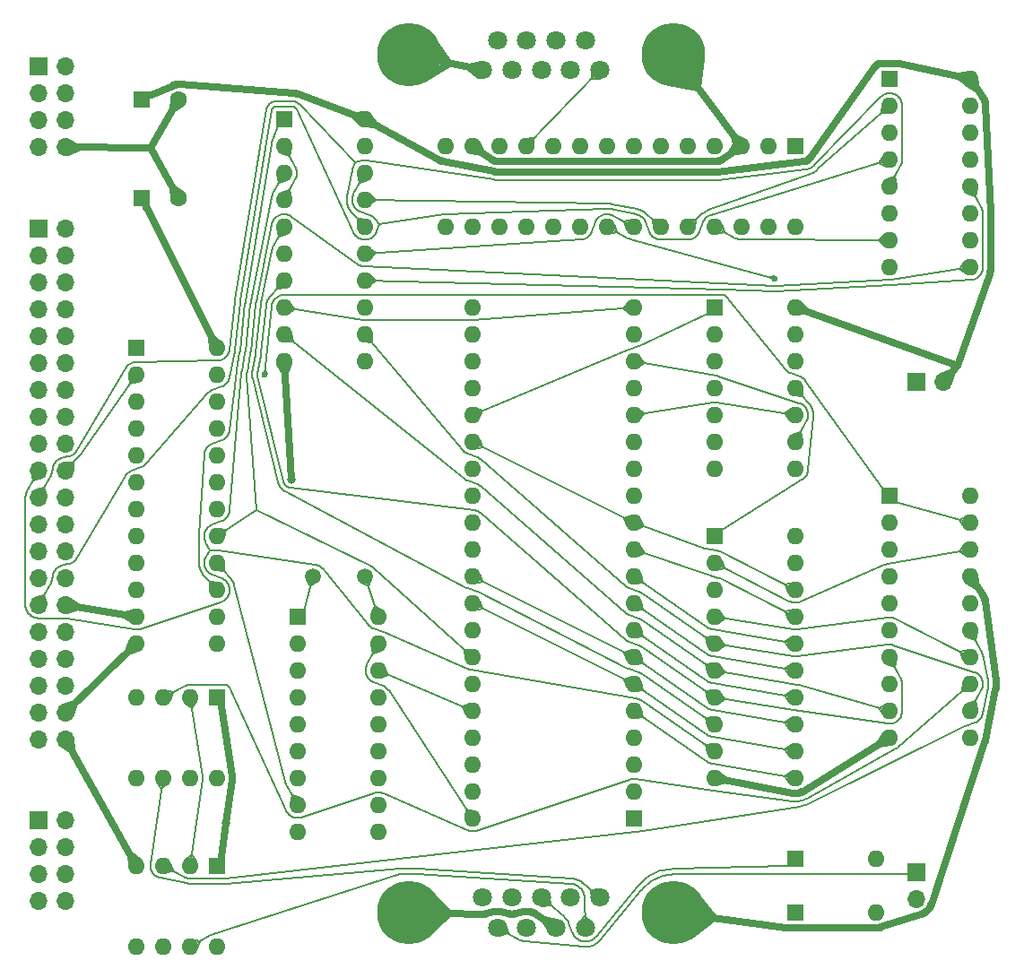
<source format=gbr>
%TF.GenerationSoftware,KiCad,Pcbnew,(5.1.9)-1*%
%TF.CreationDate,2021-11-03T00:36:12-04:00*%
%TF.ProjectId,main,6d61696e-2e6b-4696-9361-645f70636258,rev?*%
%TF.SameCoordinates,Original*%
%TF.FileFunction,Copper,L1,Top*%
%TF.FilePolarity,Positive*%
%FSLAX46Y46*%
G04 Gerber Fmt 4.6, Leading zero omitted, Abs format (unit mm)*
G04 Created by KiCad (PCBNEW (5.1.9)-1) date 2021-11-03 00:36:12*
%MOMM*%
%LPD*%
G01*
G04 APERTURE LIST*
%TA.AperFunction,ComponentPad*%
%ADD10O,1.600000X1.600000*%
%TD*%
%TA.AperFunction,ComponentPad*%
%ADD11R,1.600000X1.600000*%
%TD*%
%TA.AperFunction,ComponentPad*%
%ADD12O,1.700000X1.700000*%
%TD*%
%TA.AperFunction,ComponentPad*%
%ADD13R,1.700000X1.700000*%
%TD*%
%TA.AperFunction,ComponentPad*%
%ADD14C,1.800000*%
%TD*%
%TA.AperFunction,ComponentPad*%
%ADD15C,6.000000*%
%TD*%
%TA.AperFunction,ComponentPad*%
%ADD16C,1.500000*%
%TD*%
%TA.AperFunction,ComponentPad*%
%ADD17C,1.600000*%
%TD*%
%TA.AperFunction,ViaPad*%
%ADD18C,0.800000*%
%TD*%
%TA.AperFunction,ViaPad*%
%ADD19C,0.600000*%
%TD*%
%TA.AperFunction,Conductor*%
%ADD20C,0.700000*%
%TD*%
%TA.AperFunction,Conductor*%
%ADD21C,0.200000*%
%TD*%
G04 APERTURE END LIST*
D10*
%TO.P,U10,8*%
%TO.N,+5V*%
X39370000Y-113665000D03*
%TO.P,U10,4*%
X31750000Y-106045000D03*
%TO.P,U10,7*%
%TO.N,Net-(C13-Pad1)*%
X36830000Y-113665000D03*
%TO.P,U10,3*%
%TO.N,Net-(U10-Pad3)*%
X34290000Y-106045000D03*
%TO.P,U10,6*%
%TO.N,Net-(C13-Pad1)*%
X34290000Y-113665000D03*
%TO.P,U10,2*%
%TO.N,~PADTRG~*%
X36830000Y-106045000D03*
%TO.P,U10,5*%
%TO.N,Net-(C12-Pad1)*%
X31750000Y-113665000D03*
D11*
%TO.P,U10,1*%
%TO.N,GND*%
X39370000Y-106045000D03*
%TD*%
D10*
%TO.P,U9,8*%
%TO.N,+5V*%
X39370000Y-97790000D03*
%TO.P,U9,4*%
X31750000Y-90170000D03*
%TO.P,U9,7*%
%TO.N,Net-(C11-Pad1)*%
X36830000Y-97790000D03*
%TO.P,U9,3*%
%TO.N,Net-(U4-Pad13)*%
X34290000Y-90170000D03*
%TO.P,U9,6*%
%TO.N,Net-(C11-Pad1)*%
X34290000Y-97790000D03*
%TO.P,U9,2*%
%TO.N,~PADTRG~*%
X36830000Y-90170000D03*
%TO.P,U9,5*%
%TO.N,Net-(C10-Pad1)*%
X31750000Y-97790000D03*
D11*
%TO.P,U9,1*%
%TO.N,GND*%
X39370000Y-90170000D03*
%TD*%
D10*
%TO.P,U4,20*%
%TO.N,+5V*%
X110490000Y-71120000D03*
%TO.P,U4,10*%
%TO.N,GND*%
X102870000Y-93980000D03*
%TO.P,U4,19*%
%TO.N,JSTK*%
X110490000Y-73660000D03*
%TO.P,U4,9*%
%TO.N,F_D4*%
X102870000Y-91440000D03*
%TO.P,U4,18*%
%TO.N,F_D0*%
X110490000Y-76200000D03*
%TO.P,U4,8*%
%TO.N,Net-(D1-Pad1)*%
X102870000Y-88900000D03*
%TO.P,U4,17*%
%TO.N,GND*%
X110490000Y-78740000D03*
%TO.P,U4,7*%
%TO.N,F_D5*%
X102870000Y-86360000D03*
%TO.P,U4,16*%
%TO.N,F_D1*%
X110490000Y-81280000D03*
%TO.P,U4,6*%
%TO.N,Net-(D2-Pad1)*%
X102870000Y-83820000D03*
%TO.P,U4,15*%
%TO.N,Net-(U10-Pad3)*%
X110490000Y-83820000D03*
%TO.P,U4,5*%
%TO.N,F_D6*%
X102870000Y-81280000D03*
%TO.P,U4,14*%
%TO.N,F_D2*%
X110490000Y-86360000D03*
%TO.P,U4,4*%
%TO.N,Net-(J2-Pad2)*%
X102870000Y-78740000D03*
%TO.P,U4,13*%
%TO.N,Net-(U4-Pad13)*%
X110490000Y-88900000D03*
%TO.P,U4,3*%
%TO.N,F_D7*%
X102870000Y-76200000D03*
%TO.P,U4,12*%
%TO.N,F_D3*%
X110490000Y-91440000D03*
%TO.P,U4,2*%
%TO.N,Net-(J2-Pad1)*%
X102870000Y-73660000D03*
%TO.P,U4,11*%
%TO.N,Net-(J2-Pad6)*%
X110490000Y-93980000D03*
D11*
%TO.P,U4,1*%
%TO.N,JSTK*%
X102870000Y-71120000D03*
%TD*%
D12*
%TO.P,JP2,2*%
%TO.N,Net-(D1-Pad2)*%
X105410000Y-109220000D03*
D13*
%TO.P,JP2,1*%
%TO.N,Net-(J2-Pad6)*%
X105410000Y-106680000D03*
%TD*%
D14*
%TO.P,J2,7*%
%TO.N,+5V*%
X68615000Y-111920000D03*
%TO.P,J2,5*%
%TO.N,Net-(C11-Pad1)*%
X75540000Y-109080000D03*
%TO.P,J2,9*%
%TO.N,Net-(C13-Pad1)*%
X74155000Y-111920000D03*
%TO.P,J2,2*%
%TO.N,Net-(J2-Pad2)*%
X67230000Y-109080000D03*
%TO.P,J2,4*%
%TO.N,Net-(D1-Pad1)*%
X72770000Y-109080000D03*
%TO.P,J2,1*%
%TO.N,Net-(J2-Pad1)*%
X64460000Y-109080000D03*
%TO.P,J2,8*%
%TO.N,GND*%
X71385000Y-111920000D03*
%TO.P,J2,6*%
%TO.N,Net-(J2-Pad6)*%
X65845000Y-111920000D03*
%TO.P,J2,3*%
%TO.N,Net-(D2-Pad1)*%
X70000000Y-109080000D03*
D15*
%TO.P,J2,0*%
%TO.N,GND*%
X57505000Y-110500000D03*
X82495000Y-110500000D03*
%TD*%
D10*
%TO.P,D2,2*%
%TO.N,Net-(D1-Pad2)*%
X101600000Y-105410000D03*
D11*
%TO.P,D2,1*%
%TO.N,Net-(D2-Pad1)*%
X93980000Y-105410000D03*
%TD*%
D10*
%TO.P,D1,2*%
%TO.N,Net-(D1-Pad2)*%
X101600000Y-110490000D03*
D11*
%TO.P,D1,1*%
%TO.N,Net-(D1-Pad1)*%
X93980000Y-110490000D03*
%TD*%
D12*
%TO.P,JP1,2*%
%TO.N,+5V*%
X107950000Y-60325000D03*
D13*
%TO.P,JP1,1*%
%TO.N,Net-(JP1-Pad1)*%
X105410000Y-60325000D03*
%TD*%
D10*
%TO.P,U8,20*%
%TO.N,+5V*%
X53340000Y-35560000D03*
%TO.P,U8,10*%
%TO.N,GND*%
X45720000Y-58420000D03*
%TO.P,U8,19*%
%TO.N,~E8-in~*%
X53340000Y-38100000D03*
%TO.P,U8,9*%
%TO.N,F_D4*%
X45720000Y-55880000D03*
%TO.P,U8,18*%
%TO.N,F_D0*%
X53340000Y-40640000D03*
%TO.P,U8,8*%
%TO.N,RXD*%
X45720000Y-53340000D03*
%TO.P,U8,17*%
%TO.N,CTS*%
X53340000Y-43180000D03*
%TO.P,U8,7*%
%TO.N,F_D5*%
X45720000Y-50800000D03*
%TO.P,U8,16*%
%TO.N,F_D1*%
X53340000Y-45720000D03*
%TO.P,U8,6*%
%TO.N,RXD*%
X45720000Y-48260000D03*
%TO.P,U8,15*%
%TO.N,DSR*%
X53340000Y-48260000D03*
%TO.P,U8,5*%
%TO.N,F_D6*%
X45720000Y-45720000D03*
%TO.P,U8,14*%
%TO.N,F_D2*%
X53340000Y-50800000D03*
%TO.P,U8,4*%
%TO.N,RXD*%
X45720000Y-43180000D03*
%TO.P,U8,13*%
%TO.N,DCD*%
X53340000Y-53340000D03*
%TO.P,U8,3*%
%TO.N,F_D7*%
X45720000Y-40640000D03*
%TO.P,U8,12*%
%TO.N,F_D3*%
X53340000Y-55880000D03*
%TO.P,U8,2*%
%TO.N,RXD*%
X45720000Y-38100000D03*
%TO.P,U8,11*%
%TO.N,RI*%
X53340000Y-58420000D03*
D11*
%TO.P,U8,1*%
%TO.N,~E8-in~*%
X45720000Y-35560000D03*
%TD*%
D10*
%TO.P,U7,16*%
%TO.N,+5V*%
X110490000Y-31750000D03*
%TO.P,U7,8*%
%TO.N,GND*%
X102870000Y-49530000D03*
%TO.P,U7,15*%
%TO.N,N/C*%
X110490000Y-34290000D03*
%TO.P,U7,7*%
%TO.N,RTS*%
X102870000Y-46990000D03*
%TO.P,U7,14*%
%TO.N,N/C*%
X110490000Y-36830000D03*
%TO.P,U7,6*%
X102870000Y-44450000D03*
%TO.P,U7,13*%
%TO.N,F_D2*%
X110490000Y-39370000D03*
%TO.P,U7,5*%
%TO.N,F_D1*%
X102870000Y-41910000D03*
%TO.P,U7,12*%
%TO.N,F_D2*%
X110490000Y-41910000D03*
%TO.P,U7,4*%
%TO.N,F_D0*%
X102870000Y-39370000D03*
%TO.P,U7,11*%
%TO.N,N/C*%
X110490000Y-44450000D03*
%TO.P,U7,3*%
X102870000Y-36830000D03*
%TO.P,U7,10*%
%TO.N,Net-(U6-Pad2)*%
X110490000Y-46990000D03*
%TO.P,U7,2*%
%TO.N,DTR*%
X102870000Y-34290000D03*
%TO.P,U7,9*%
%TO.N,EA-out*%
X110490000Y-49530000D03*
D11*
%TO.P,U7,1*%
%TO.N,Net-(R3-Pad1)*%
X102870000Y-31750000D03*
%TD*%
D10*
%TO.P,U6,14*%
%TO.N,+5V*%
X93980000Y-53340000D03*
%TO.P,U6,7*%
%TO.N,GND*%
X86360000Y-68580000D03*
%TO.P,U6,13*%
%TO.N,Net-(U6-Pad12)*%
X93980000Y-55880000D03*
%TO.P,U6,6*%
%TO.N,TXD*%
X86360000Y-66040000D03*
%TO.P,U6,12*%
%TO.N,Net-(U6-Pad12)*%
X93980000Y-58420000D03*
%TO.P,U6,5*%
%TO.N,Net-(U6-Pad3)*%
X86360000Y-63500000D03*
%TO.P,U6,11*%
%TO.N,Net-(U3-Pad1)*%
X93980000Y-60960000D03*
%TO.P,U6,4*%
%TO.N,Net-(U6-Pad3)*%
X86360000Y-60960000D03*
%TO.P,U6,10*%
%TO.N,~EA-in~*%
X93980000Y-63500000D03*
%TO.P,U6,3*%
%TO.N,Net-(U6-Pad3)*%
X86360000Y-58420000D03*
%TO.P,U6,9*%
%TO.N,~EB-in~*%
X93980000Y-66040000D03*
%TO.P,U6,2*%
%TO.N,Net-(U6-Pad2)*%
X86360000Y-55880000D03*
%TO.P,U6,8*%
%TO.N,Net-(U6-Pad12)*%
X93980000Y-68580000D03*
D11*
%TO.P,U6,1*%
%TO.N,Net-(U1-Pad25)*%
X86360000Y-53340000D03*
%TD*%
D10*
%TO.P,U3,20*%
%TO.N,+5V*%
X93980000Y-74930000D03*
%TO.P,U3,10*%
%TO.N,GND*%
X86360000Y-97790000D03*
%TO.P,U3,19*%
X93980000Y-77470000D03*
%TO.P,U3,9*%
%TO.N,F_D7*%
X86360000Y-95250000D03*
%TO.P,U3,18*%
%TO.N,D0*%
X93980000Y-80010000D03*
%TO.P,U3,8*%
%TO.N,F_D6*%
X86360000Y-92710000D03*
%TO.P,U3,17*%
%TO.N,D1*%
X93980000Y-82550000D03*
%TO.P,U3,7*%
%TO.N,F_D5*%
X86360000Y-90170000D03*
%TO.P,U3,16*%
%TO.N,D2*%
X93980000Y-85090000D03*
%TO.P,U3,6*%
%TO.N,F_D4*%
X86360000Y-87630000D03*
%TO.P,U3,15*%
%TO.N,D3*%
X93980000Y-87630000D03*
%TO.P,U3,5*%
%TO.N,F_D3*%
X86360000Y-85090000D03*
%TO.P,U3,14*%
%TO.N,D4*%
X93980000Y-90170000D03*
%TO.P,U3,4*%
%TO.N,F_D2*%
X86360000Y-82550000D03*
%TO.P,U3,13*%
%TO.N,D5*%
X93980000Y-92710000D03*
%TO.P,U3,3*%
%TO.N,F_D1*%
X86360000Y-80010000D03*
%TO.P,U3,12*%
%TO.N,D6*%
X93980000Y-95250000D03*
%TO.P,U3,2*%
%TO.N,F_D0*%
X86360000Y-77470000D03*
%TO.P,U3,11*%
%TO.N,D7*%
X93980000Y-97790000D03*
D11*
%TO.P,U3,1*%
%TO.N,Net-(U3-Pad1)*%
X86360000Y-74930000D03*
%TD*%
D14*
%TO.P,J5,7*%
%TO.N,RTS-H*%
X71385000Y-28080000D03*
%TO.P,J5,5*%
%TO.N,GND*%
X64460000Y-30920000D03*
%TO.P,J5,9*%
%TO.N,RI-H*%
X65845000Y-28080000D03*
%TO.P,J5,2*%
%TO.N,RXD-H*%
X72770000Y-30920000D03*
%TO.P,J5,4*%
%TO.N,DTR-H*%
X67230000Y-30920000D03*
%TO.P,J5,1*%
%TO.N,DCD-H*%
X75540000Y-30920000D03*
%TO.P,J5,8*%
%TO.N,CTS-H*%
X68615000Y-28080000D03*
%TO.P,J5,6*%
%TO.N,DSR-H*%
X74155000Y-28080000D03*
%TO.P,J5,3*%
%TO.N,TXD-H*%
X70000000Y-30920000D03*
D15*
%TO.P,J5,0*%
%TO.N,GND*%
X82495000Y-29500000D03*
X57505000Y-29500000D03*
%TD*%
D16*
%TO.P,Y1,2*%
%TO.N,Net-(U2-Pad1)*%
X48440000Y-78740000D03*
%TO.P,Y1,1*%
%TO.N,Net-(U2-Pad18)*%
X53340000Y-78740000D03*
%TD*%
D10*
%TO.P,U5,28*%
%TO.N,Net-(C6-Pad1)*%
X93980000Y-45720000D03*
%TO.P,U5,14*%
%TO.N,Net-(C8-Pad1)*%
X60960000Y-38100000D03*
%TO.P,U5,27*%
%TO.N,Net-(C6-Pad2)*%
X91440000Y-45720000D03*
%TO.P,U5,13*%
%TO.N,GND*%
X63500000Y-38100000D03*
%TO.P,U5,26*%
X88900000Y-45720000D03*
%TO.P,U5,12*%
%TO.N,RI-H*%
X66040000Y-38100000D03*
%TO.P,U5,25*%
%TO.N,RTS*%
X86360000Y-45720000D03*
%TO.P,U5,11*%
%TO.N,DCD-H*%
X68580000Y-38100000D03*
%TO.P,U5,24*%
%TO.N,DTR*%
X83820000Y-45720000D03*
%TO.P,U5,10*%
%TO.N,RXD-H*%
X71120000Y-38100000D03*
%TO.P,U5,23*%
%TO.N,CTS*%
X81280000Y-45720000D03*
%TO.P,U5,9*%
%TO.N,TXD-H*%
X73660000Y-38100000D03*
%TO.P,U5,22*%
%TO.N,DSR*%
X78740000Y-45720000D03*
%TO.P,U5,8*%
%TO.N,RI*%
X76200000Y-38100000D03*
%TO.P,U5,21*%
%TO.N,Net-(JP1-Pad1)*%
X76200000Y-45720000D03*
%TO.P,U5,7*%
%TO.N,DCD*%
X78740000Y-38100000D03*
%TO.P,U5,20*%
%TO.N,RTS-H*%
X73660000Y-45720000D03*
%TO.P,U5,6*%
%TO.N,RXD*%
X81280000Y-38100000D03*
%TO.P,U5,19*%
%TO.N,CTS-H*%
X71120000Y-45720000D03*
%TO.P,U5,5*%
%TO.N,TXD*%
X83820000Y-38100000D03*
%TO.P,U5,18*%
%TO.N,DTR-H*%
X68580000Y-45720000D03*
%TO.P,U5,4*%
%TO.N,N/C*%
X86360000Y-38100000D03*
%TO.P,U5,17*%
%TO.N,DSR-H*%
X66040000Y-45720000D03*
%TO.P,U5,3*%
%TO.N,GND*%
X88900000Y-38100000D03*
%TO.P,U5,16*%
%TO.N,+5V*%
X63500000Y-45720000D03*
%TO.P,U5,2*%
%TO.N,Net-(C5-Pad2)*%
X91440000Y-38100000D03*
%TO.P,U5,15*%
%TO.N,Net-(C9-Pad1)*%
X60960000Y-45720000D03*
D11*
%TO.P,U5,1*%
%TO.N,Net-(C5-Pad1)*%
X93980000Y-38100000D03*
%TD*%
D10*
%TO.P,U2,18*%
%TO.N,Net-(U2-Pad18)*%
X54610000Y-82550000D03*
%TO.P,U2,9*%
%TO.N,N/C*%
X46990000Y-102870000D03*
%TO.P,U2,17*%
%TO.N,FT*%
X54610000Y-85090000D03*
%TO.P,U2,8*%
%TO.N,BRG*%
X46990000Y-100330000D03*
%TO.P,U2,16*%
%TO.N,D4*%
X54610000Y-87630000D03*
%TO.P,U2,7*%
%TO.N,D3*%
X46990000Y-97790000D03*
%TO.P,U2,15*%
%TO.N,D5*%
X54610000Y-90170000D03*
%TO.P,U2,6*%
%TO.N,D2*%
X46990000Y-95250000D03*
%TO.P,U2,14*%
%TO.N,D6*%
X54610000Y-92710000D03*
%TO.P,U2,5*%
%TO.N,D1*%
X46990000Y-92710000D03*
%TO.P,U2,13*%
%TO.N,D7*%
X54610000Y-95250000D03*
%TO.P,U2,4*%
%TO.N,D0*%
X46990000Y-90170000D03*
%TO.P,U2,12*%
%TO.N,BRG*%
X54610000Y-97790000D03*
%TO.P,U2,3*%
%TO.N,FR*%
X46990000Y-87630000D03*
%TO.P,U2,11*%
%TO.N,GND*%
X54610000Y-100330000D03*
%TO.P,U2,2*%
%TO.N,+5V*%
X46990000Y-85090000D03*
%TO.P,U2,10*%
%TO.N,N/C*%
X54610000Y-102870000D03*
D11*
%TO.P,U2,1*%
%TO.N,Net-(U2-Pad1)*%
X46990000Y-82550000D03*
%TD*%
D10*
%TO.P,U1,40*%
%TO.N,FT*%
X63500000Y-101600000D03*
%TO.P,U1,20*%
%TO.N,RXD*%
X78740000Y-53340000D03*
%TO.P,U1,39*%
%TO.N,D7*%
X63500000Y-99060000D03*
%TO.P,U1,19*%
X78740000Y-55880000D03*
%TO.P,U1,38*%
%TO.N,D6*%
X63500000Y-96520000D03*
%TO.P,U1,18*%
%TO.N,~EB-in~*%
X78740000Y-58420000D03*
%TO.P,U1,37*%
%TO.N,D5*%
X63500000Y-93980000D03*
%TO.P,U1,17*%
%TO.N,FR*%
X78740000Y-60960000D03*
%TO.P,U1,36*%
%TO.N,D4*%
X63500000Y-91440000D03*
%TO.P,U1,16*%
%TO.N,~EA-in~*%
X78740000Y-63500000D03*
%TO.P,U1,35*%
%TO.N,D3*%
X63500000Y-88900000D03*
%TO.P,U1,15*%
%TO.N,D5*%
X78740000Y-66040000D03*
%TO.P,U1,34*%
%TO.N,EA-out*%
X63500000Y-86360000D03*
%TO.P,U1,14*%
%TO.N,D4*%
X78740000Y-68580000D03*
%TO.P,U1,33*%
%TO.N,D7*%
X63500000Y-83820000D03*
%TO.P,U1,13*%
%TO.N,D3*%
X78740000Y-71120000D03*
%TO.P,U1,32*%
%TO.N,D6*%
X63500000Y-81280000D03*
%TO.P,U1,12*%
%TO.N,D0*%
X78740000Y-73660000D03*
%TO.P,U1,31*%
%TO.N,D5*%
X63500000Y-78740000D03*
%TO.P,U1,11*%
%TO.N,D1*%
X78740000Y-76200000D03*
%TO.P,U1,30*%
%TO.N,D4*%
X63500000Y-76200000D03*
%TO.P,U1,10*%
%TO.N,D2*%
X78740000Y-78740000D03*
%TO.P,U1,29*%
%TO.N,D3*%
X63500000Y-73660000D03*
%TO.P,U1,9*%
X78740000Y-81280000D03*
%TO.P,U1,28*%
%TO.N,D2*%
X63500000Y-71120000D03*
%TO.P,U1,8*%
%TO.N,D4*%
X78740000Y-83820000D03*
%TO.P,U1,27*%
%TO.N,D1*%
X63500000Y-68580000D03*
%TO.P,U1,7*%
%TO.N,D5*%
X78740000Y-86360000D03*
%TO.P,U1,26*%
%TO.N,D0*%
X63500000Y-66040000D03*
%TO.P,U1,6*%
%TO.N,D6*%
X78740000Y-88900000D03*
%TO.P,U1,25*%
%TO.N,Net-(U1-Pad25)*%
X63500000Y-63500000D03*
%TO.P,U1,5*%
%TO.N,D7*%
X78740000Y-91440000D03*
%TO.P,U1,24*%
%TO.N,N/C*%
X63500000Y-60960000D03*
%TO.P,U1,4*%
%TO.N,~EB-in~*%
X78740000Y-93980000D03*
%TO.P,U1,23*%
%TO.N,~EB-out~*%
X63500000Y-58420000D03*
%TO.P,U1,3*%
%TO.N,GND*%
X78740000Y-96520000D03*
%TO.P,U1,22*%
%TO.N,D6*%
X63500000Y-55880000D03*
%TO.P,U1,2*%
%TO.N,-12V*%
X78740000Y-99060000D03*
%TO.P,U1,21*%
%TO.N,E8-out*%
X63500000Y-53340000D03*
D11*
%TO.P,U1,1*%
%TO.N,+5V*%
X78740000Y-101600000D03*
%TD*%
D10*
%TO.P,U22,24*%
%TO.N,+5V*%
X39370000Y-57150000D03*
%TO.P,U22,12*%
%TO.N,GND*%
X31750000Y-85090000D03*
%TO.P,U22,23*%
%TO.N,JSTK*%
X39370000Y-59690000D03*
%TO.P,U22,11*%
%TO.N,GND*%
X31750000Y-82550000D03*
%TO.P,U22,22*%
%TO.N,~PADTRG~*%
X39370000Y-62230000D03*
%TO.P,U22,10*%
%TO.N,F_A7*%
X31750000Y-80010000D03*
%TO.P,U22,21*%
%TO.N,N/C*%
X39370000Y-64770000D03*
%TO.P,U22,9*%
%TO.N,F_A6*%
X31750000Y-77470000D03*
%TO.P,U22,20*%
%TO.N,~EB-out~*%
X39370000Y-67310000D03*
%TO.P,U22,8*%
%TO.N,F_A5*%
X31750000Y-74930000D03*
%TO.P,U22,19*%
%TO.N,~EB-in~*%
X39370000Y-69850000D03*
%TO.P,U22,7*%
%TO.N,F_A4*%
X31750000Y-72390000D03*
%TO.P,U22,18*%
%TO.N,~EA-in~*%
X39370000Y-72390000D03*
%TO.P,U22,6*%
%TO.N,F_A3*%
X31750000Y-69850000D03*
%TO.P,U22,17*%
%TO.N,EA-out*%
X39370000Y-74930000D03*
%TO.P,U22,5*%
%TO.N,F_A2*%
X31750000Y-67310000D03*
%TO.P,U22,16*%
%TO.N,BRG*%
X39370000Y-77470000D03*
%TO.P,U22,4*%
%TO.N,F_A1*%
X31750000Y-64770000D03*
%TO.P,U22,15*%
%TO.N,~E8-in~*%
X39370000Y-80010000D03*
%TO.P,U22,3*%
%TO.N,F_A0*%
X31750000Y-62230000D03*
%TO.P,U22,14*%
%TO.N,E8-out*%
X39370000Y-82550000D03*
%TO.P,U22,2*%
%TO.N,~F_IN~*%
X31750000Y-59690000D03*
%TO.P,U22,13*%
%TO.N,GND*%
X39370000Y-85090000D03*
D11*
%TO.P,U22,1*%
%TO.N,~F_OUT~*%
X31750000Y-57150000D03*
%TD*%
D17*
%TO.P,C1,2*%
%TO.N,GND*%
X35770000Y-43015000D03*
D11*
%TO.P,C1,1*%
%TO.N,+5V*%
X32270000Y-43015000D03*
%TD*%
D17*
%TO.P,C4,2*%
%TO.N,GND*%
X35770000Y-33715000D03*
D11*
%TO.P,C4,1*%
%TO.N,+5V*%
X32270000Y-33715000D03*
%TD*%
D13*
%TO.P,J4,1*%
%TO.N,+5V*%
X22540000Y-30600000D03*
D12*
%TO.P,J4,2*%
%TO.N,GND*%
X25080000Y-30600000D03*
%TO.P,J4,3*%
%TO.N,+5V*%
X22540000Y-33140000D03*
%TO.P,J4,4*%
%TO.N,GND*%
X25080000Y-33140000D03*
%TO.P,J4,5*%
%TO.N,N/C*%
X22540000Y-35680000D03*
%TO.P,J4,6*%
%TO.N,GND*%
X25080000Y-35680000D03*
%TO.P,J4,7*%
%TO.N,N/C*%
X22540000Y-38220000D03*
%TO.P,J4,8*%
%TO.N,GND*%
X25080000Y-38220000D03*
%TD*%
%TO.P,J1,8*%
%TO.N,Net-(J1-Pad8)*%
X25080000Y-109400000D03*
%TO.P,J1,7*%
%TO.N,N/C*%
X22540000Y-109400000D03*
%TO.P,J1,6*%
X25080000Y-106860000D03*
%TO.P,J1,5*%
X22540000Y-106860000D03*
%TO.P,J1,4*%
X25080000Y-104320000D03*
%TO.P,J1,3*%
X22540000Y-104320000D03*
%TO.P,J1,2*%
X25080000Y-101780000D03*
D13*
%TO.P,J1,1*%
X22540000Y-101780000D03*
%TD*%
D12*
%TO.P,J3,40*%
%TO.N,+5V*%
X25080000Y-94130000D03*
%TO.P,J3,39*%
%TO.N,F_A2*%
X22540000Y-94130000D03*
%TO.P,J3,38*%
%TO.N,GND*%
X25080000Y-91590000D03*
%TO.P,J3,37*%
%TO.N,F_A6*%
X22540000Y-91590000D03*
%TO.P,J3,36*%
%TO.N,F_A5*%
X25080000Y-89050000D03*
%TO.P,J3,35*%
%TO.N,F_A7*%
X22540000Y-89050000D03*
%TO.P,J3,34*%
%TO.N,N/C*%
X25080000Y-86510000D03*
%TO.P,J3,33*%
%TO.N,F_A3*%
X22540000Y-86510000D03*
%TO.P,J3,32*%
%TO.N,F_A4*%
X25080000Y-83970000D03*
%TO.P,J3,31*%
%TO.N,F_D2*%
X22540000Y-83970000D03*
%TO.P,J3,30*%
%TO.N,GND*%
X25080000Y-81430000D03*
%TO.P,J3,29*%
%TO.N,F_D0*%
X22540000Y-81430000D03*
%TO.P,J3,28*%
%TO.N,F_A1*%
X25080000Y-78890000D03*
%TO.P,J3,27*%
%TO.N,F_D5*%
X22540000Y-78890000D03*
%TO.P,J3,26*%
%TO.N,F_A0*%
X25080000Y-76350000D03*
%TO.P,J3,25*%
%TO.N,F_D3*%
X22540000Y-76350000D03*
%TO.P,J3,24*%
%TO.N,N/C*%
X25080000Y-73810000D03*
%TO.P,J3,23*%
%TO.N,F_D6*%
X22540000Y-73810000D03*
%TO.P,J3,22*%
%TO.N,N/C*%
X25080000Y-71270000D03*
%TO.P,J3,21*%
%TO.N,F_D1*%
X22540000Y-71270000D03*
%TO.P,J3,20*%
%TO.N,~F_IN~*%
X25080000Y-68730000D03*
%TO.P,J3,19*%
%TO.N,F_D7*%
X22540000Y-68730000D03*
%TO.P,J3,18*%
%TO.N,N/C*%
X25080000Y-66190000D03*
%TO.P,J3,17*%
%TO.N,F_D4*%
X22540000Y-66190000D03*
%TO.P,J3,16*%
%TO.N,N/C*%
X25080000Y-63650000D03*
%TO.P,J3,15*%
X22540000Y-63650000D03*
%TO.P,J3,14*%
X25080000Y-61110000D03*
%TO.P,J3,13*%
X22540000Y-61110000D03*
%TO.P,J3,12*%
X25080000Y-58570000D03*
%TO.P,J3,11*%
%TO.N,~F_OUT~*%
X22540000Y-58570000D03*
%TO.P,J3,10*%
%TO.N,N/C*%
X25080000Y-56030000D03*
%TO.P,J3,9*%
X22540000Y-56030000D03*
%TO.P,J3,8*%
X25080000Y-53490000D03*
%TO.P,J3,7*%
%TO.N,GND*%
X22540000Y-53490000D03*
%TO.P,J3,6*%
%TO.N,N/C*%
X25080000Y-50950000D03*
%TO.P,J3,5*%
X22540000Y-50950000D03*
%TO.P,J3,4*%
X25080000Y-48410000D03*
%TO.P,J3,3*%
X22540000Y-48410000D03*
%TO.P,J3,2*%
X25080000Y-45870000D03*
D13*
%TO.P,J3,1*%
X22540000Y-45870000D03*
%TD*%
D18*
%TO.N,GND*%
X40236900Y-102048300D03*
X46414400Y-69548600D03*
D19*
%TO.N,Net-(JP1-Pad1)*%
X92062200Y-50608500D03*
%TO.N,JSTK*%
X43886900Y-59697500D03*
%TD*%
D20*
%TO.N,+5V*%
X108779000Y-59457400D02*
X107765300Y-59860400D01*
X108779000Y-59457400D02*
X108422500Y-60488400D01*
X38885600Y-56184700D02*
X38920300Y-57165900D01*
X38885600Y-56184700D02*
X39651500Y-56798900D01*
X54286100Y-36080900D02*
X53701600Y-35292000D01*
X54286100Y-36080900D02*
X53307000Y-36008800D01*
X109434100Y-31523200D02*
X110220800Y-32110500D01*
X109434100Y-31523200D02*
X110392600Y-31310700D01*
X111106500Y-32636700D02*
X110932900Y-31670400D01*
X111106500Y-32636700D02*
X110261100Y-32137400D01*
X25666200Y-95177100D02*
X25578400Y-94089800D01*
X25666200Y-95177100D02*
X24785200Y-94533800D01*
X31222500Y-105102600D02*
X31301400Y-106081200D01*
X31222500Y-105102600D02*
X32015400Y-105681600D01*
X52329000Y-35180100D02*
X53020600Y-35876900D01*
X52329000Y-35180100D02*
X53308400Y-35111100D01*
X94995900Y-53706500D02*
X94295200Y-53018800D01*
X94995900Y-53706500D02*
X94017600Y-53788400D01*
X109331800Y-58878800D02*
X107950000Y-60325000D01*
X39370000Y-57150000D02*
X32757200Y-43972000D01*
X32720000Y-43815000D02*
X32720380Y-43831280D01*
X32720380Y-43831280D02*
X32721510Y-43847520D01*
X32721510Y-43847520D02*
X32723400Y-43863690D01*
X32723400Y-43863690D02*
X32726040Y-43879750D01*
X32726040Y-43879750D02*
X32729420Y-43895670D01*
X32729420Y-43895670D02*
X32733540Y-43911420D01*
X32733540Y-43911420D02*
X32738390Y-43926970D01*
X32738390Y-43926970D02*
X32743960Y-43942260D01*
X32743960Y-43942260D02*
X32750230Y-43957290D01*
X32750230Y-43957290D02*
X32757190Y-43972000D01*
X32720000Y-43815000D02*
X32720000Y-43465000D01*
X32720000Y-43465000D02*
X32270000Y-43015000D01*
X53340000Y-35560000D02*
X60260700Y-39370200D01*
X60260700Y-39370200D02*
X60309640Y-39395940D01*
X60309640Y-39395940D02*
X60359540Y-39419800D01*
X60359540Y-39419800D02*
X60410300Y-39441740D01*
X60410300Y-39441740D02*
X60461860Y-39461720D01*
X60461860Y-39461720D02*
X60514150Y-39479730D01*
X60514150Y-39479730D02*
X60567090Y-39495730D01*
X60567090Y-39495730D02*
X60620600Y-39509690D01*
X60620600Y-39509690D02*
X60674600Y-39521610D01*
X60674600Y-39521600D02*
X65557700Y-40502100D01*
X65557700Y-40502100D02*
X65637280Y-40516720D01*
X65637280Y-40516720D02*
X65717290Y-40528690D01*
X65717290Y-40528690D02*
X65797660Y-40538030D01*
X65797660Y-40538030D02*
X65878290Y-40544700D01*
X65878290Y-40544700D02*
X65959100Y-40548700D01*
X65959100Y-40548700D02*
X66040000Y-40550040D01*
X66040000Y-40550000D02*
X86360000Y-40550000D01*
X86360000Y-40550000D02*
X86418650Y-40549300D01*
X86418650Y-40549300D02*
X86477270Y-40547190D01*
X86477270Y-40547190D02*
X86535830Y-40543680D01*
X86535830Y-40543680D02*
X86594280Y-40538770D01*
X86594280Y-40538770D02*
X86652600Y-40532470D01*
X86652600Y-40532500D02*
X94857600Y-39545300D01*
X94857600Y-39545300D02*
X94890950Y-39540410D01*
X94890950Y-39540410D02*
X94923990Y-39533800D01*
X94923990Y-39533800D02*
X94956650Y-39525480D01*
X94956650Y-39525480D02*
X94988840Y-39515480D01*
X94988840Y-39515480D02*
X95020460Y-39503830D01*
X95020460Y-39503830D02*
X95051440Y-39490560D01*
X95051440Y-39490560D02*
X95081680Y-39475690D01*
X95081680Y-39475690D02*
X95111120Y-39459280D01*
X95111120Y-39459280D02*
X95139660Y-39441360D01*
X95139660Y-39441360D02*
X95167240Y-39421990D01*
X95167240Y-39421990D02*
X95193780Y-39401220D01*
X95193780Y-39401220D02*
X95219200Y-39379100D01*
X95219200Y-39379100D02*
X95243450Y-39355690D01*
X95243450Y-39355690D02*
X95266450Y-39331050D01*
X95266450Y-39331050D02*
X95288140Y-39305260D01*
X95288140Y-39305260D02*
X95308460Y-39278370D01*
X95308500Y-39278400D02*
X101541500Y-30571600D01*
X102070000Y-30300000D02*
X102035730Y-30300900D01*
X102035730Y-30300900D02*
X102001560Y-30303610D01*
X102001560Y-30303610D02*
X101967570Y-30308120D01*
X101967570Y-30308120D02*
X101933880Y-30314410D01*
X101933880Y-30314410D02*
X101900560Y-30322470D01*
X101900560Y-30322470D02*
X101867710Y-30332280D01*
X101867710Y-30332280D02*
X101835420Y-30343800D01*
X101835420Y-30343800D02*
X101803790Y-30357010D01*
X101803790Y-30357010D02*
X101772900Y-30371870D01*
X101772900Y-30371870D02*
X101742830Y-30388340D01*
X101742830Y-30388340D02*
X101713680Y-30406370D01*
X101713680Y-30406370D02*
X101685510Y-30425910D01*
X101685510Y-30425910D02*
X101658410Y-30446910D01*
X101658410Y-30446910D02*
X101632460Y-30469310D01*
X101632460Y-30469310D02*
X101607730Y-30493050D01*
X101607730Y-30493050D02*
X101584280Y-30518050D01*
X101584280Y-30518050D02*
X101562180Y-30544260D01*
X101562180Y-30544260D02*
X101541500Y-30571600D01*
X102070000Y-30300000D02*
X103670000Y-30300000D01*
X103806500Y-30314500D02*
X103787230Y-30310670D01*
X103787230Y-30310670D02*
X103767860Y-30307410D01*
X103767860Y-30307410D02*
X103748390Y-30304750D01*
X103748390Y-30304750D02*
X103728860Y-30302680D01*
X103728860Y-30302680D02*
X103709270Y-30301190D01*
X103709270Y-30301190D02*
X103689640Y-30300300D01*
X103689640Y-30300300D02*
X103670000Y-30300010D01*
X103806500Y-30314500D02*
X110490000Y-31750000D01*
X110490000Y-31750000D02*
X111680500Y-33462200D01*
X111938200Y-34218600D02*
X111933310Y-34151320D01*
X111933310Y-34151320D02*
X111925300Y-34084340D01*
X111925300Y-34084340D02*
X111914180Y-34017810D01*
X111914180Y-34017810D02*
X111899980Y-33951860D01*
X111899980Y-33951860D02*
X111882730Y-33886650D01*
X111882730Y-33886650D02*
X111862460Y-33822310D01*
X111862460Y-33822310D02*
X111839220Y-33758980D01*
X111839220Y-33758980D02*
X111813060Y-33696800D01*
X111813060Y-33696800D02*
X111784040Y-33635910D01*
X111784040Y-33635910D02*
X111752220Y-33576430D01*
X111752220Y-33576430D02*
X111717670Y-33518500D01*
X111717670Y-33518500D02*
X111680450Y-33462230D01*
X111938200Y-34218600D02*
X112437600Y-44354000D01*
X112440000Y-44450000D02*
X112439850Y-44425990D01*
X112439850Y-44425990D02*
X112439410Y-44401980D01*
X112439410Y-44401980D02*
X112438670Y-44377990D01*
X112438670Y-44377990D02*
X112437640Y-44354000D01*
X112440000Y-44450000D02*
X112440000Y-49530000D01*
X112333700Y-50165100D02*
X112358440Y-50088120D01*
X112358440Y-50088120D02*
X112379970Y-50010180D01*
X112379970Y-50010180D02*
X112398260Y-49931420D01*
X112398260Y-49931420D02*
X112413260Y-49851970D01*
X112413260Y-49851970D02*
X112424950Y-49771960D01*
X112424950Y-49771960D02*
X112433320Y-49691540D01*
X112433320Y-49691540D02*
X112438340Y-49610840D01*
X112438340Y-49610840D02*
X112440020Y-49530000D01*
X112333700Y-50165100D02*
X109331800Y-58878800D01*
X25080000Y-94130000D02*
X31750000Y-106045000D01*
X53340000Y-35560000D02*
X47100400Y-33215400D01*
X47100400Y-33215400D02*
X47045790Y-33195970D01*
X47045790Y-33195970D02*
X46990530Y-33178460D01*
X46990530Y-33178460D02*
X46934690Y-33162910D01*
X46934690Y-33162910D02*
X46878340Y-33149330D01*
X46878340Y-33149330D02*
X46821540Y-33137740D01*
X46821540Y-33137740D02*
X46764370Y-33128150D01*
X46764370Y-33128150D02*
X46706910Y-33120570D01*
X46706910Y-33120570D02*
X46649210Y-33115020D01*
X46649200Y-33115100D02*
X35883500Y-32269500D01*
X35883500Y-32269500D02*
X35819840Y-32265910D01*
X35819840Y-32265910D02*
X35756080Y-32265120D01*
X35756080Y-32265120D02*
X35692350Y-32267130D01*
X35692350Y-32267130D02*
X35628770Y-32271950D01*
X35628770Y-32271950D02*
X35565460Y-32279550D01*
X35565460Y-32279550D02*
X35502550Y-32289930D01*
X35502550Y-32289930D02*
X35440150Y-32303070D01*
X35440150Y-32303070D02*
X35378390Y-32318930D01*
X35378390Y-32318930D02*
X35317390Y-32337500D01*
X35317390Y-32337500D02*
X35257270Y-32358730D01*
X35257270Y-32358730D02*
X35198140Y-32382590D01*
X35198100Y-32382500D02*
X33208000Y-33236600D01*
X33070000Y-33265000D02*
X33084180Y-33264710D01*
X33084180Y-33264710D02*
X33098340Y-33263850D01*
X33098340Y-33263850D02*
X33112460Y-33262420D01*
X33112460Y-33262420D02*
X33126500Y-33260410D01*
X33126500Y-33260410D02*
X33140450Y-33257840D01*
X33140450Y-33257840D02*
X33154290Y-33254700D01*
X33154290Y-33254700D02*
X33167980Y-33251010D01*
X33167980Y-33251010D02*
X33181520Y-33246760D01*
X33181520Y-33246760D02*
X33194870Y-33241970D01*
X33194870Y-33241970D02*
X33208020Y-33236640D01*
X33070000Y-33265000D02*
X32720000Y-33265000D01*
X32720000Y-33265000D02*
X32270000Y-33715000D01*
X93980000Y-53340000D02*
X109331800Y-58878800D01*
%TO.N,GND*%
X88013300Y-38716500D02*
X88979600Y-38542900D01*
X88013300Y-38716500D02*
X88512600Y-37871100D01*
X64386700Y-38716500D02*
X63887400Y-37871100D01*
X64386700Y-38716500D02*
X63420400Y-38542900D01*
X87420300Y-97995500D02*
X86621900Y-97424100D01*
X87420300Y-97995500D02*
X86466300Y-98227300D01*
X101952300Y-94549400D02*
X102926400Y-94426500D01*
X101952300Y-94549400D02*
X102495000Y-93731300D01*
X61344300Y-110571900D02*
X59369300Y-108616700D01*
X61344300Y-110571900D02*
X59297500Y-112451700D01*
X70291000Y-111181400D02*
X70915300Y-112206200D01*
X70291000Y-111181400D02*
X71474900Y-111377400D01*
X86300300Y-111014900D02*
X84564500Y-108844700D01*
X86300300Y-111014900D02*
X84050100Y-112645700D01*
X111106500Y-79626700D02*
X110932900Y-78660400D01*
X111106500Y-79626700D02*
X110261100Y-79127400D01*
X35222800Y-34646100D02*
X36027700Y-34083900D01*
X35222800Y-34646100D02*
X35322300Y-33669300D01*
X26280000Y-38229300D02*
X25291800Y-37767100D01*
X26280000Y-38229300D02*
X25284800Y-38676100D01*
X63166700Y-30655900D02*
X64135500Y-31364000D01*
X63166700Y-30655900D02*
X64335500Y-30384200D01*
X61267400Y-30268200D02*
X59680500Y-27986800D01*
X61267400Y-30268200D02*
X58913100Y-31745000D01*
X84788700Y-32579700D02*
X85125500Y-29821100D01*
X84788700Y-32579700D02*
X82049300Y-32112300D01*
X88254900Y-37233800D02*
X88459900Y-38193900D01*
X88254900Y-37233800D02*
X89116100Y-37705300D01*
X35237300Y-42075500D02*
X35321600Y-43053700D01*
X35237300Y-42075500D02*
X36033400Y-42650100D01*
X45787300Y-59497900D02*
X46140000Y-58581600D01*
X45787300Y-59497900D02*
X45323400Y-58632600D01*
X26263400Y-81628700D02*
X25360800Y-81016300D01*
X26263400Y-81628700D02*
X25210200Y-81912700D01*
X30684900Y-82371200D02*
X31497400Y-82922400D01*
X30684900Y-82371200D02*
X31632800Y-82115600D01*
X25939400Y-90752500D02*
X24912000Y-91119100D01*
X25939400Y-90752500D02*
X25546400Y-91770100D01*
X30976500Y-85843800D02*
X31901200Y-85513900D01*
X30976500Y-85843800D02*
X31330200Y-84927900D01*
X39370000Y-106045000D02*
X39820000Y-105595000D01*
X88900000Y-38100000D02*
X87187800Y-39290500D01*
X86360000Y-39550000D02*
X86427750Y-39548420D01*
X86427750Y-39548420D02*
X86495340Y-39543670D01*
X86495340Y-39543670D02*
X86562640Y-39535770D01*
X86562640Y-39535770D02*
X86629500Y-39524730D01*
X86629500Y-39524730D02*
X86695770Y-39510590D01*
X86695770Y-39510590D02*
X86761310Y-39493360D01*
X86761310Y-39493360D02*
X86825970Y-39473090D01*
X86825970Y-39473090D02*
X86889610Y-39449820D01*
X86889610Y-39449820D02*
X86952100Y-39423600D01*
X86952100Y-39423600D02*
X87013290Y-39394490D01*
X87013290Y-39394490D02*
X87073060Y-39362560D01*
X87073060Y-39362560D02*
X87131270Y-39327860D01*
X87131270Y-39327860D02*
X87187790Y-39290490D01*
X86360000Y-39550000D02*
X66040000Y-39550000D01*
X65212200Y-39290500D02*
X65268720Y-39327880D01*
X65268720Y-39327880D02*
X65326930Y-39362570D01*
X65326930Y-39362570D02*
X65386700Y-39394510D01*
X65386700Y-39394510D02*
X65447890Y-39423610D01*
X65447890Y-39423610D02*
X65510380Y-39449830D01*
X65510380Y-39449830D02*
X65574030Y-39473100D01*
X65574030Y-39473100D02*
X65638690Y-39493370D01*
X65638690Y-39493370D02*
X65704220Y-39510600D01*
X65704220Y-39510600D02*
X65770490Y-39524750D01*
X65770490Y-39524750D02*
X65837350Y-39535780D01*
X65837350Y-39535780D02*
X65904660Y-39543680D01*
X65904660Y-39543680D02*
X65972250Y-39548430D01*
X65972250Y-39548430D02*
X66040000Y-39550010D01*
X65212200Y-39290500D02*
X63500000Y-38100000D01*
X86360000Y-97790000D02*
X93704100Y-99213500D01*
X93704100Y-99213500D02*
X93775280Y-99225470D01*
X93775280Y-99225470D02*
X93846970Y-99233880D01*
X93846970Y-99233880D02*
X93918990Y-99238710D01*
X93918990Y-99238710D02*
X93991160Y-99239950D01*
X93991160Y-99239950D02*
X94063310Y-99237600D01*
X94063310Y-99237600D02*
X94135250Y-99231660D01*
X94135250Y-99231660D02*
X94206800Y-99222140D01*
X94206800Y-99222140D02*
X94277790Y-99209080D01*
X94277790Y-99209080D02*
X94348040Y-99192500D01*
X94348040Y-99192500D02*
X94417380Y-99172450D01*
X94417380Y-99172450D02*
X94485640Y-99148970D01*
X94485640Y-99148970D02*
X94552640Y-99122120D01*
X94552640Y-99122120D02*
X94618220Y-99091980D01*
X94618220Y-99091980D02*
X94682230Y-99058600D01*
X94682230Y-99058600D02*
X94744490Y-99022080D01*
X94744500Y-99022100D02*
X102870000Y-93980000D01*
X57505000Y-110500000D02*
X64431000Y-110629700D01*
X64431000Y-110629700D02*
X64484810Y-110629770D01*
X64484810Y-110629770D02*
X64538580Y-110627980D01*
X64538580Y-110627980D02*
X64592260Y-110624320D01*
X64592260Y-110624320D02*
X64645780Y-110618800D01*
X64645780Y-110618800D02*
X64699080Y-110611420D01*
X64699080Y-110611420D02*
X64752090Y-110602200D01*
X64752090Y-110602200D02*
X64804750Y-110591140D01*
X64804750Y-110591140D02*
X64856990Y-110578270D01*
X64857000Y-110578300D02*
X65448000Y-110421700D01*
X66242000Y-110421700D02*
X66171030Y-110404670D01*
X66171030Y-110404670D02*
X66099330Y-110391000D01*
X66099330Y-110391000D02*
X66027070Y-110380730D01*
X66027070Y-110380730D02*
X65954400Y-110373860D01*
X65954400Y-110373860D02*
X65881490Y-110370430D01*
X65881490Y-110370430D02*
X65808510Y-110370430D01*
X65808510Y-110370430D02*
X65735600Y-110373860D01*
X65735600Y-110373860D02*
X65662930Y-110380730D01*
X65662930Y-110380730D02*
X65590670Y-110391000D01*
X65590670Y-110391000D02*
X65518970Y-110404670D01*
X65518970Y-110404670D02*
X65448000Y-110421700D01*
X66242000Y-110421700D02*
X66833000Y-110578300D01*
X66833000Y-110578300D02*
X66903970Y-110595330D01*
X66903970Y-110595330D02*
X66975670Y-110609000D01*
X66975670Y-110609000D02*
X67047930Y-110619270D01*
X67047930Y-110619270D02*
X67120600Y-110626140D01*
X67120600Y-110626140D02*
X67193510Y-110629570D01*
X67193510Y-110629570D02*
X67266490Y-110629570D01*
X67266490Y-110629570D02*
X67339400Y-110626140D01*
X67339400Y-110626140D02*
X67412070Y-110619270D01*
X67412070Y-110619270D02*
X67484330Y-110609000D01*
X67484330Y-110609000D02*
X67556030Y-110595330D01*
X67556030Y-110595330D02*
X67627000Y-110578300D01*
X67627000Y-110578300D02*
X68218000Y-110421700D01*
X69482300Y-110635400D02*
X69412630Y-110591020D01*
X69412630Y-110591020D02*
X69340690Y-110550410D01*
X69340690Y-110550410D02*
X69266680Y-110513690D01*
X69266680Y-110513690D02*
X69190830Y-110480960D01*
X69190830Y-110480960D02*
X69113340Y-110452330D01*
X69113340Y-110452330D02*
X69034440Y-110427860D01*
X69034440Y-110427860D02*
X68954340Y-110407630D01*
X68954340Y-110407630D02*
X68873280Y-110391700D01*
X68873280Y-110391700D02*
X68791490Y-110380110D01*
X68791490Y-110380110D02*
X68709200Y-110372900D01*
X68709200Y-110372900D02*
X68626630Y-110370070D01*
X68626630Y-110370070D02*
X68544040Y-110371660D01*
X68544040Y-110371660D02*
X68461650Y-110377640D01*
X68461650Y-110377640D02*
X68379690Y-110388000D01*
X68379690Y-110388000D02*
X68298400Y-110402710D01*
X68298400Y-110402710D02*
X68218010Y-110421730D01*
X69482300Y-110635400D02*
X71385000Y-111920000D01*
X82495000Y-110500000D02*
X93092800Y-111934100D01*
X93092800Y-111934100D02*
X93107270Y-111935890D01*
X93107270Y-111935890D02*
X93121770Y-111937360D01*
X93121770Y-111937360D02*
X93136300Y-111938510D01*
X93136300Y-111938510D02*
X93150860Y-111939320D01*
X93150860Y-111939320D02*
X93165420Y-111939810D01*
X93165420Y-111939810D02*
X93180000Y-111939980D01*
X93180000Y-111940000D02*
X101600000Y-111940000D01*
X101600000Y-111940000D02*
X101656050Y-111938920D01*
X101656050Y-111938920D02*
X101712020Y-111935670D01*
X101712020Y-111935670D02*
X101767820Y-111930260D01*
X101767820Y-111930260D02*
X101823360Y-111922690D01*
X101823360Y-111922690D02*
X101878580Y-111912990D01*
X101878580Y-111912990D02*
X101933380Y-111901160D01*
X101933380Y-111901160D02*
X101987680Y-111887210D01*
X101987680Y-111887210D02*
X102041400Y-111871180D01*
X102041400Y-111871200D02*
X105866600Y-110648800D01*
X105866600Y-110648800D02*
X105940780Y-110622930D01*
X105940780Y-110622930D02*
X106013510Y-110593220D01*
X106013510Y-110593220D02*
X106084580Y-110559740D01*
X106084580Y-110559740D02*
X106153800Y-110522580D01*
X106153800Y-110522580D02*
X106220970Y-110481850D01*
X106220970Y-110481850D02*
X106285930Y-110437660D01*
X106285930Y-110437660D02*
X106348480Y-110390130D01*
X106348480Y-110390130D02*
X106408460Y-110339390D01*
X106408460Y-110339390D02*
X106465700Y-110285580D01*
X106465700Y-110285580D02*
X106520040Y-110228850D01*
X106520040Y-110228850D02*
X106571340Y-110169340D01*
X106571340Y-110169340D02*
X106619450Y-110107240D01*
X106619450Y-110107240D02*
X106664240Y-110042700D01*
X106664240Y-110042700D02*
X106705600Y-109975900D01*
X106705600Y-109975900D02*
X106743390Y-109907030D01*
X106743390Y-109907030D02*
X106777540Y-109836280D01*
X106777540Y-109836280D02*
X106807930Y-109763830D01*
X106807930Y-109763830D02*
X106834480Y-109689890D01*
X106834500Y-109689900D02*
X111867000Y-94434200D01*
X111867000Y-94434200D02*
X111877540Y-94400890D01*
X111877540Y-94400890D02*
X111887280Y-94367340D01*
X111887280Y-94367340D02*
X111896210Y-94333560D01*
X111896210Y-94333560D02*
X111904320Y-94299570D01*
X111904320Y-94299570D02*
X111911610Y-94265400D01*
X111911600Y-94265400D02*
X112892100Y-89382300D01*
X112892100Y-89382300D02*
X112909930Y-89282910D01*
X112909930Y-89282910D02*
X112923660Y-89182860D01*
X112923660Y-89182860D02*
X112933250Y-89082340D01*
X112933250Y-89082340D02*
X112938680Y-88981500D01*
X112938680Y-88981500D02*
X112939960Y-88880530D01*
X112939960Y-88880530D02*
X112937080Y-88779590D01*
X112937080Y-88779590D02*
X112930040Y-88678850D01*
X112930040Y-88678850D02*
X112918850Y-88578490D01*
X112918800Y-88578500D02*
X111927500Y-81089700D01*
X111927500Y-81089700D02*
X111917920Y-81027700D01*
X111917920Y-81027700D02*
X111905670Y-80966170D01*
X111905670Y-80966170D02*
X111890770Y-80905220D01*
X111890770Y-80905220D02*
X111873250Y-80844980D01*
X111873250Y-80844980D02*
X111853140Y-80785550D01*
X111853140Y-80785550D02*
X111830470Y-80727050D01*
X111830470Y-80727050D02*
X111805300Y-80669580D01*
X111805300Y-80669580D02*
X111777660Y-80613260D01*
X111777660Y-80613260D02*
X111747620Y-80558180D01*
X111747620Y-80558180D02*
X111715220Y-80504460D01*
X111715220Y-80504460D02*
X111680520Y-80452180D01*
X111680500Y-80452200D02*
X110490000Y-78740000D01*
X35770000Y-33715000D02*
X33086000Y-38282000D01*
X25080000Y-38220000D02*
X33086000Y-38282000D01*
X64460000Y-30920000D02*
X57505000Y-29500000D01*
X82495000Y-29500000D02*
X88900000Y-38100000D01*
X33086000Y-38282000D02*
X35770000Y-43015000D01*
X46414400Y-69548600D02*
X45720000Y-58420000D01*
X25080000Y-81430000D02*
X31750000Y-82550000D01*
X25080000Y-91590000D02*
X31750000Y-85090000D01*
X39370000Y-90170000D02*
X39820000Y-90620000D01*
X39820000Y-90620000D02*
X39820000Y-90970000D01*
X39820000Y-90970000D02*
X39820110Y-90978670D01*
X39820110Y-90978670D02*
X39820430Y-90987330D01*
X39820430Y-90987330D02*
X39820970Y-90995970D01*
X39820970Y-90995970D02*
X39821720Y-91004610D01*
X39821720Y-91004610D02*
X39822680Y-91013220D01*
X39822680Y-91013220D02*
X39823860Y-91021810D01*
X39823900Y-91021800D02*
X40804000Y-97575500D01*
X40805900Y-97991400D02*
X40812220Y-97939620D01*
X40812220Y-97939620D02*
X40816660Y-97887640D01*
X40816660Y-97887640D02*
X40819240Y-97835540D01*
X40819240Y-97835540D02*
X40819940Y-97783380D01*
X40819940Y-97783380D02*
X40818760Y-97731230D01*
X40818760Y-97731230D02*
X40815710Y-97679150D01*
X40815710Y-97679150D02*
X40810790Y-97627220D01*
X40810790Y-97627220D02*
X40804000Y-97575500D01*
X40805900Y-97991400D02*
X40236900Y-102048300D01*
X39370000Y-106045000D02*
X39820000Y-105595000D01*
X39820000Y-105595000D02*
X39820000Y-105245000D01*
X39823000Y-105199400D02*
X39821930Y-105208480D01*
X39821930Y-105208480D02*
X39821090Y-105217590D01*
X39821090Y-105217590D02*
X39820490Y-105226720D01*
X39820490Y-105226720D02*
X39820140Y-105235860D01*
X39820140Y-105235860D02*
X39820020Y-105245000D01*
X39823000Y-105199400D02*
X40236900Y-102048300D01*
D21*
%TO.N,F_D2*%
X54379700Y-50825800D02*
X53823800Y-50294100D01*
X54379700Y-50825800D02*
X53798200Y-51329300D01*
X110981300Y-42826600D02*
X111168900Y-42080600D01*
X110981300Y-42826600D02*
X110256300Y-42569800D01*
X87387000Y-82713800D02*
X86906800Y-82113000D01*
X87387000Y-82713800D02*
X86743800Y-83135400D01*
X109563600Y-85887400D02*
X109835000Y-86607100D01*
X109563600Y-85887400D02*
X110305600Y-85684700D01*
X53340000Y-50800000D02*
X87182300Y-51640300D01*
X87182300Y-51640300D02*
X87191100Y-51640500D01*
X87191100Y-51640500D02*
X92020700Y-51807800D01*
X92020700Y-51807800D02*
X92041820Y-51808340D01*
X92041820Y-51808340D02*
X92062950Y-51808520D01*
X92062950Y-51808520D02*
X92084070Y-51808320D01*
X92084070Y-51808320D02*
X92105190Y-51807750D01*
X92105190Y-51807750D02*
X92126300Y-51806800D01*
X92126300Y-51806800D02*
X102960800Y-51227600D01*
X102960800Y-51227600D02*
X102965980Y-51227320D01*
X102965980Y-51227320D02*
X102971150Y-51227010D01*
X102971150Y-51227010D02*
X102976330Y-51226700D01*
X102976330Y-51226700D02*
X102981500Y-51226370D01*
X102981500Y-51226300D02*
X110568700Y-50727400D01*
X110568700Y-50727400D02*
X110637850Y-50720840D01*
X110637850Y-50720840D02*
X110706500Y-50710290D01*
X110706500Y-50710290D02*
X110774430Y-50695790D01*
X110774430Y-50695790D02*
X110841400Y-50677380D01*
X110841400Y-50677380D02*
X110907200Y-50655120D01*
X110907200Y-50655120D02*
X110971600Y-50629100D01*
X110971600Y-50629100D02*
X111034380Y-50599400D01*
X111034380Y-50599400D02*
X111095350Y-50566110D01*
X111095350Y-50566110D02*
X111154280Y-50529350D01*
X111154280Y-50529350D02*
X111210990Y-50489240D01*
X111210990Y-50489240D02*
X111265280Y-50445920D01*
X111265280Y-50445920D02*
X111316980Y-50399520D01*
X111316980Y-50399520D02*
X111365900Y-50350220D01*
X111365900Y-50350220D02*
X111411890Y-50298170D01*
X111411890Y-50298170D02*
X111454790Y-50243540D01*
X111454790Y-50243540D02*
X111494460Y-50186520D01*
X111494460Y-50186520D02*
X111530760Y-50127310D01*
X111530760Y-50127310D02*
X111563580Y-50066090D01*
X111563580Y-50066090D02*
X111592800Y-50003080D01*
X111592800Y-50003080D02*
X111618320Y-49938480D01*
X111618320Y-49938480D02*
X111640060Y-49872510D01*
X111640060Y-49872510D02*
X111657950Y-49805400D01*
X111657950Y-49805400D02*
X111671930Y-49737360D01*
X111671930Y-49737360D02*
X111681950Y-49668630D01*
X111681950Y-49668630D02*
X111687970Y-49599430D01*
X111687970Y-49599430D02*
X111689980Y-49530000D01*
X111690000Y-49530000D02*
X111690000Y-44450000D01*
X111690000Y-44450000D02*
X111688800Y-44396340D01*
X111688800Y-44396340D02*
X111685200Y-44342790D01*
X111685200Y-44342790D02*
X111679210Y-44289450D01*
X111679210Y-44289450D02*
X111670840Y-44236430D01*
X111670840Y-44236430D02*
X111660110Y-44183840D01*
X111660110Y-44183840D02*
X111647040Y-44131780D01*
X111647040Y-44131780D02*
X111631650Y-44080360D01*
X111631650Y-44080360D02*
X111613980Y-44029680D01*
X111613980Y-44029680D02*
X111594060Y-43979840D01*
X111594060Y-43979840D02*
X111571930Y-43930940D01*
X111571930Y-43930940D02*
X111547640Y-43883080D01*
X111547600Y-43883100D02*
X110490000Y-41910000D01*
X86360000Y-82550000D02*
X93791000Y-83735000D01*
X93791000Y-83735000D02*
X93833590Y-83741010D01*
X93833590Y-83741010D02*
X93876370Y-83745490D01*
X93876370Y-83745490D02*
X93919280Y-83748440D01*
X93919280Y-83748440D02*
X93962270Y-83749850D01*
X93962270Y-83749850D02*
X94005280Y-83749710D01*
X94005280Y-83749710D02*
X94048260Y-83748030D01*
X94048260Y-83748030D02*
X94091150Y-83744820D01*
X94091150Y-83744820D02*
X94133900Y-83740070D01*
X94133900Y-83740100D02*
X102716100Y-82629900D01*
X103415300Y-82751000D02*
X103365370Y-82726970D01*
X103365370Y-82726970D02*
X103314390Y-82705270D01*
X103314390Y-82705270D02*
X103262460Y-82685940D01*
X103262460Y-82685940D02*
X103209690Y-82669030D01*
X103209690Y-82669030D02*
X103156200Y-82654580D01*
X103156200Y-82654580D02*
X103102100Y-82642610D01*
X103102100Y-82642610D02*
X103047500Y-82633150D01*
X103047500Y-82633150D02*
X102992530Y-82626220D01*
X102992530Y-82626220D02*
X102937290Y-82621840D01*
X102937290Y-82621840D02*
X102881910Y-82620010D01*
X102881910Y-82620010D02*
X102826510Y-82620740D01*
X102826510Y-82620740D02*
X102771200Y-82624030D01*
X102771200Y-82624030D02*
X102716100Y-82629860D01*
X103415300Y-82751000D02*
X110490000Y-86360000D01*
%TO.N,F_D0*%
X101876200Y-39676600D02*
X102572400Y-40003600D01*
X101876200Y-39676600D02*
X102267200Y-39014200D01*
X23076400Y-80481100D02*
X22320200Y-80712900D01*
X23076400Y-80481100D02*
X23267800Y-81248500D01*
X52848700Y-41556600D02*
X53573700Y-41299800D01*
X52848700Y-41556600D02*
X52661100Y-40810600D01*
X87286400Y-77942600D02*
X87015000Y-77222900D01*
X87286400Y-77942600D02*
X86544400Y-78145300D01*
X109465300Y-76377800D02*
X110114300Y-76790600D01*
X109465300Y-76377800D02*
X109937300Y-75770400D01*
X54708000Y-45501800D02*
X60771000Y-44535000D01*
X60920600Y-44520600D02*
X60890550Y-44521960D01*
X60890550Y-44521960D02*
X60860550Y-44524080D01*
X60860550Y-44524080D02*
X60830610Y-44526950D01*
X60830610Y-44526950D02*
X60800750Y-44530570D01*
X60800750Y-44530570D02*
X60770990Y-44534930D01*
X60920600Y-44520600D02*
X76144200Y-44020900D01*
X76534600Y-44053300D02*
X76479440Y-44043170D01*
X76479440Y-44043170D02*
X76423970Y-44034860D01*
X76423970Y-44034860D02*
X76368260Y-44028390D01*
X76368260Y-44028390D02*
X76312370Y-44023760D01*
X76312370Y-44023760D02*
X76256360Y-44020980D01*
X76256360Y-44020980D02*
X76200280Y-44020050D01*
X76200280Y-44020050D02*
X76144200Y-44020960D01*
X76534600Y-44053300D02*
X78976200Y-44543500D01*
X79873900Y-45327100D02*
X79850730Y-45265710D01*
X79850730Y-45265710D02*
X79824230Y-45205670D01*
X79824230Y-45205670D02*
X79794500Y-45147170D01*
X79794500Y-45147170D02*
X79761610Y-45090390D01*
X79761610Y-45090390D02*
X79725670Y-45035480D01*
X79725670Y-45035480D02*
X79686770Y-44982630D01*
X79686770Y-44982630D02*
X79645050Y-44931980D01*
X79645050Y-44931980D02*
X79600620Y-44883680D01*
X79600620Y-44883680D02*
X79553620Y-44837890D01*
X79553620Y-44837890D02*
X79504190Y-44794730D01*
X79504190Y-44794730D02*
X79452470Y-44754340D01*
X79452470Y-44754340D02*
X79398620Y-44716840D01*
X79398620Y-44716840D02*
X79342800Y-44682340D01*
X79342800Y-44682340D02*
X79285170Y-44650940D01*
X79285170Y-44650940D02*
X79225920Y-44622740D01*
X79225920Y-44622740D02*
X79165210Y-44597820D01*
X79165210Y-44597820D02*
X79103240Y-44576250D01*
X79103240Y-44576250D02*
X79040170Y-44558110D01*
X79040170Y-44558110D02*
X78976210Y-44543440D01*
X79873900Y-45327100D02*
X80146100Y-46112900D01*
X80146100Y-46112900D02*
X80169980Y-46176010D01*
X80169980Y-46176010D02*
X80197360Y-46237690D01*
X80197360Y-46237690D02*
X80228170Y-46297720D01*
X80228170Y-46297720D02*
X80262310Y-46355930D01*
X80262310Y-46355930D02*
X80299660Y-46412130D01*
X80299660Y-46412130D02*
X80340120Y-46466140D01*
X80340120Y-46466140D02*
X80383540Y-46517790D01*
X80383540Y-46517790D02*
X80429800Y-46566910D01*
X80429800Y-46566910D02*
X80478750Y-46613360D01*
X80478750Y-46613360D02*
X80530230Y-46656990D01*
X80530230Y-46656990D02*
X80584080Y-46697650D01*
X80584080Y-46697650D02*
X80640130Y-46735220D01*
X80640130Y-46735220D02*
X80698210Y-46769580D01*
X80698210Y-46769580D02*
X80758130Y-46800620D01*
X80758130Y-46800620D02*
X80819690Y-46828250D01*
X80819690Y-46828250D02*
X80882710Y-46852370D01*
X80882710Y-46852370D02*
X80946990Y-46872910D01*
X80946990Y-46872910D02*
X81012320Y-46889810D01*
X81012320Y-46889810D02*
X81078490Y-46903000D01*
X81078490Y-46903000D02*
X81145310Y-46912460D01*
X81145310Y-46912460D02*
X81212550Y-46918140D01*
X81212550Y-46918140D02*
X81280000Y-46920040D01*
X81280000Y-46920000D02*
X83820000Y-46920000D01*
X83820000Y-46920000D02*
X83887450Y-46918100D01*
X83887450Y-46918100D02*
X83954690Y-46912420D01*
X83954690Y-46912420D02*
X84021500Y-46902960D01*
X84021500Y-46902960D02*
X84087670Y-46889770D01*
X84087670Y-46889770D02*
X84153000Y-46872870D01*
X84153000Y-46872870D02*
X84217270Y-46852330D01*
X84217270Y-46852330D02*
X84280290Y-46828210D01*
X84280290Y-46828210D02*
X84341860Y-46800590D01*
X84341860Y-46800590D02*
X84401770Y-46769540D01*
X84401770Y-46769540D02*
X84459840Y-46735190D01*
X84459840Y-46735190D02*
X84515890Y-46697620D01*
X84515890Y-46697620D02*
X84569740Y-46656950D01*
X84569740Y-46656950D02*
X84621220Y-46613330D01*
X84621220Y-46613330D02*
X84670170Y-46566880D01*
X84670170Y-46566880D02*
X84716430Y-46517760D01*
X84716430Y-46517760D02*
X84759850Y-46466110D01*
X84759850Y-46466110D02*
X84800300Y-46412100D01*
X84800300Y-46412100D02*
X84837660Y-46355910D01*
X84837660Y-46355910D02*
X84871790Y-46297700D01*
X84871790Y-46297700D02*
X84902600Y-46237670D01*
X84902600Y-46237670D02*
X84929980Y-46176000D01*
X84929980Y-46176000D02*
X84953860Y-46112890D01*
X84953900Y-46112900D02*
X85226100Y-45327100D01*
X86006200Y-44573300D02*
X85946950Y-44593280D01*
X85946950Y-44593280D02*
X85888830Y-44616330D01*
X85888830Y-44616330D02*
X85831980Y-44642370D01*
X85831980Y-44642370D02*
X85776570Y-44671330D01*
X85776570Y-44671330D02*
X85722740Y-44703140D01*
X85722740Y-44703140D02*
X85670640Y-44737720D01*
X85670640Y-44737720D02*
X85620410Y-44774960D01*
X85620410Y-44774960D02*
X85572200Y-44814760D01*
X85572200Y-44814760D02*
X85526110Y-44857020D01*
X85526110Y-44857020D02*
X85482300Y-44901630D01*
X85482300Y-44901630D02*
X85440860Y-44948450D01*
X85440860Y-44948450D02*
X85401920Y-44997380D01*
X85401920Y-44997380D02*
X85365590Y-45048260D01*
X85365590Y-45048260D02*
X85331950Y-45100970D01*
X85331950Y-45100970D02*
X85301100Y-45155350D01*
X85301100Y-45155350D02*
X85273130Y-45211270D01*
X85273130Y-45211270D02*
X85248110Y-45268570D01*
X85248110Y-45268570D02*
X85226100Y-45327100D01*
X86006200Y-44573300D02*
X102870000Y-39370000D01*
X22540000Y-81430000D02*
X23628200Y-79505200D01*
X23628200Y-79505200D02*
X23650460Y-79464060D01*
X23650460Y-79464060D02*
X23671160Y-79422110D01*
X23671160Y-79422110D02*
X23690270Y-79379410D01*
X23690270Y-79379410D02*
X23707780Y-79336030D01*
X23707780Y-79336030D02*
X23723650Y-79292030D01*
X23723650Y-79292030D02*
X23737860Y-79247460D01*
X23737860Y-79247460D02*
X23750400Y-79202400D01*
X23750400Y-79202400D02*
X23761240Y-79156890D01*
X23761240Y-79156890D02*
X23770370Y-79111010D01*
X23770300Y-79111000D02*
X23849700Y-78669000D01*
X24859000Y-77659700D02*
X24791410Y-77673780D01*
X24791410Y-77673780D02*
X24724700Y-77691570D01*
X24724700Y-77691570D02*
X24659070Y-77713010D01*
X24659070Y-77713010D02*
X24594720Y-77738050D01*
X24594720Y-77738050D02*
X24531860Y-77766600D01*
X24531860Y-77766600D02*
X24470670Y-77798580D01*
X24470670Y-77798580D02*
X24411340Y-77833890D01*
X24411340Y-77833890D02*
X24354040Y-77872420D01*
X24354040Y-77872420D02*
X24298970Y-77914060D01*
X24298970Y-77914060D02*
X24246270Y-77958670D01*
X24246270Y-77958670D02*
X24196120Y-78006120D01*
X24196120Y-78006120D02*
X24148670Y-78056270D01*
X24148670Y-78056270D02*
X24104060Y-78108970D01*
X24104060Y-78108970D02*
X24062420Y-78164040D01*
X24062420Y-78164040D02*
X24023890Y-78221340D01*
X24023890Y-78221340D02*
X23988580Y-78280670D01*
X23988580Y-78280670D02*
X23956600Y-78341860D01*
X23956600Y-78341860D02*
X23928050Y-78404720D01*
X23928050Y-78404720D02*
X23903010Y-78469070D01*
X23903010Y-78469070D02*
X23881570Y-78534700D01*
X23881570Y-78534700D02*
X23863780Y-78601410D01*
X23863780Y-78601410D02*
X23849700Y-78669000D01*
X24859000Y-77659700D02*
X25301000Y-77580300D01*
X25301000Y-77580300D02*
X25366850Y-77566630D01*
X25366850Y-77566630D02*
X25431870Y-77549440D01*
X25431870Y-77549440D02*
X25495870Y-77528780D01*
X25495870Y-77528780D02*
X25558670Y-77504710D01*
X25558670Y-77504710D02*
X25620080Y-77477290D01*
X25620080Y-77477290D02*
X25679930Y-77446610D01*
X25679930Y-77446610D02*
X25738040Y-77412760D01*
X25738040Y-77412760D02*
X25794250Y-77375830D01*
X25794250Y-77375830D02*
X25848390Y-77335930D01*
X25848390Y-77335930D02*
X25900300Y-77293180D01*
X25900300Y-77293180D02*
X25949840Y-77247690D01*
X25949840Y-77247690D02*
X25996860Y-77199610D01*
X25996860Y-77199610D02*
X26041230Y-77149070D01*
X26041230Y-77149070D02*
X26082820Y-77096210D01*
X26082820Y-77096210D02*
X26121500Y-77041200D01*
X26121500Y-77041200D02*
X26157170Y-76984180D01*
X26157200Y-76984200D02*
X30715900Y-69241200D01*
X31357100Y-68716100D02*
X31300510Y-68737320D01*
X31300510Y-68737320D02*
X31245060Y-68761360D01*
X31245060Y-68761360D02*
X31190890Y-68788160D01*
X31190890Y-68788160D02*
X31138140Y-68817660D01*
X31138140Y-68817660D02*
X31086940Y-68849770D01*
X31086940Y-68849770D02*
X31037420Y-68884430D01*
X31037420Y-68884430D02*
X30989710Y-68921530D01*
X30989710Y-68921530D02*
X30943930Y-68960980D01*
X30943930Y-68960980D02*
X30900200Y-69002690D01*
X30900200Y-69002690D02*
X30858610Y-69046550D01*
X30858610Y-69046550D02*
X30819290Y-69092450D01*
X30819290Y-69092450D02*
X30782330Y-69140270D01*
X30782330Y-69140270D02*
X30747830Y-69189890D01*
X30747830Y-69189890D02*
X30715860Y-69241180D01*
X31357100Y-68716100D02*
X32142900Y-68443900D01*
X32142900Y-68443900D02*
X32196000Y-68424080D01*
X32196000Y-68424080D02*
X32248110Y-68401780D01*
X32248110Y-68401780D02*
X32299110Y-68377040D01*
X32299110Y-68377040D02*
X32348880Y-68349920D01*
X32348880Y-68349920D02*
X32397320Y-68320490D01*
X32397320Y-68320490D02*
X32444310Y-68288790D01*
X32444310Y-68288790D02*
X32489750Y-68254920D01*
X32489750Y-68254920D02*
X32533540Y-68218930D01*
X32533540Y-68218930D02*
X32575590Y-68180920D01*
X32575590Y-68180920D02*
X32615790Y-68140960D01*
X32615790Y-68140960D02*
X32654060Y-68099160D01*
X32654000Y-68099100D02*
X38466000Y-61440900D01*
X38977100Y-61096100D02*
X38924000Y-61115920D01*
X38924000Y-61115920D02*
X38871890Y-61138220D01*
X38871890Y-61138220D02*
X38820890Y-61162960D01*
X38820890Y-61162960D02*
X38771120Y-61190080D01*
X38771120Y-61190080D02*
X38722680Y-61219510D01*
X38722680Y-61219510D02*
X38675690Y-61251210D01*
X38675690Y-61251210D02*
X38630250Y-61285080D01*
X38630250Y-61285080D02*
X38586460Y-61321070D01*
X38586460Y-61321070D02*
X38544410Y-61359080D01*
X38544410Y-61359080D02*
X38504210Y-61399040D01*
X38504210Y-61399040D02*
X38465940Y-61440840D01*
X38977100Y-61096100D02*
X39762900Y-60823900D01*
X39762900Y-60823900D02*
X39824290Y-60800730D01*
X39824290Y-60800730D02*
X39884330Y-60774230D01*
X39884330Y-60774230D02*
X39942830Y-60744500D01*
X39942830Y-60744500D02*
X39999610Y-60711610D01*
X39999610Y-60711610D02*
X40054520Y-60675670D01*
X40054520Y-60675670D02*
X40107370Y-60636770D01*
X40107370Y-60636770D02*
X40158020Y-60595050D01*
X40158020Y-60595050D02*
X40206320Y-60550620D01*
X40206320Y-60550620D02*
X40252110Y-60503620D01*
X40252110Y-60503620D02*
X40295270Y-60454190D01*
X40295270Y-60454190D02*
X40335660Y-60402470D01*
X40335660Y-60402470D02*
X40373160Y-60348620D01*
X40373160Y-60348620D02*
X40407660Y-60292800D01*
X40407660Y-60292800D02*
X40439060Y-60235170D01*
X40439060Y-60235170D02*
X40467260Y-60175920D01*
X40467260Y-60175920D02*
X40492180Y-60115210D01*
X40492180Y-60115210D02*
X40513750Y-60053240D01*
X40513750Y-60053240D02*
X40531890Y-59990170D01*
X40531890Y-59990170D02*
X40546560Y-59926210D01*
X40546500Y-59926200D02*
X41036700Y-57484600D01*
X41036700Y-57484600D02*
X41042430Y-57454680D01*
X41042430Y-57454680D02*
X41047620Y-57424650D01*
X41047620Y-57424650D02*
X41052270Y-57394540D01*
X41052270Y-57394540D02*
X41056390Y-57364350D01*
X41056390Y-57364350D02*
X41059960Y-57334100D01*
X41060000Y-57334100D02*
X41544700Y-52885100D01*
X41575500Y-52659500D02*
X41566660Y-52715740D01*
X41566660Y-52715740D02*
X41558580Y-52772090D01*
X41558580Y-52772090D02*
X41551260Y-52828550D01*
X41551260Y-52828550D02*
X41544710Y-52885100D01*
X41575500Y-52659500D02*
X44525300Y-34695200D01*
X44920000Y-34360000D02*
X44897480Y-34360630D01*
X44897480Y-34360630D02*
X44875040Y-34362540D01*
X44875040Y-34362540D02*
X44852730Y-34365700D01*
X44852730Y-34365700D02*
X44830640Y-34370110D01*
X44830640Y-34370110D02*
X44808840Y-34375760D01*
X44808840Y-34375760D02*
X44787380Y-34382620D01*
X44787380Y-34382620D02*
X44766350Y-34390690D01*
X44766350Y-34390690D02*
X44745800Y-34399920D01*
X44745800Y-34399920D02*
X44725810Y-34410300D01*
X44725810Y-34410300D02*
X44706430Y-34421790D01*
X44706430Y-34421790D02*
X44687730Y-34434340D01*
X44687730Y-34434340D02*
X44669770Y-34447940D01*
X44669770Y-34447940D02*
X44652600Y-34462520D01*
X44652600Y-34462520D02*
X44636280Y-34478040D01*
X44636280Y-34478040D02*
X44620850Y-34494460D01*
X44620850Y-34494460D02*
X44606380Y-34511720D01*
X44606380Y-34511720D02*
X44592900Y-34529770D01*
X44592900Y-34529770D02*
X44580460Y-34548550D01*
X44580460Y-34548550D02*
X44569090Y-34568000D01*
X44569090Y-34568000D02*
X44558840Y-34588060D01*
X44558840Y-34588060D02*
X44549740Y-34608660D01*
X44549740Y-34608660D02*
X44541800Y-34629740D01*
X44541800Y-34629740D02*
X44535070Y-34651240D01*
X44535070Y-34651240D02*
X44529560Y-34673080D01*
X44529560Y-34673080D02*
X44525280Y-34695200D01*
X44920000Y-34360000D02*
X46520000Y-34360000D01*
X46883200Y-34592400D02*
X46873580Y-34572970D01*
X46873580Y-34572970D02*
X46862930Y-34554080D01*
X46862930Y-34554080D02*
X46851270Y-34535800D01*
X46851270Y-34535800D02*
X46838630Y-34518180D01*
X46838630Y-34518180D02*
X46825060Y-34501270D01*
X46825060Y-34501270D02*
X46810600Y-34485120D01*
X46810600Y-34485120D02*
X46795270Y-34469780D01*
X46795270Y-34469780D02*
X46779140Y-34455290D01*
X46779140Y-34455290D02*
X46762250Y-34441700D01*
X46762250Y-34441700D02*
X46744650Y-34429040D01*
X46744650Y-34429040D02*
X46726380Y-34417350D01*
X46726380Y-34417350D02*
X46707510Y-34406670D01*
X46707510Y-34406670D02*
X46688090Y-34397030D01*
X46688090Y-34397030D02*
X46668180Y-34388450D01*
X46668180Y-34388450D02*
X46647830Y-34380970D01*
X46647830Y-34380970D02*
X46627100Y-34374600D01*
X46627100Y-34374600D02*
X46606060Y-34369360D01*
X46606060Y-34369360D02*
X46584770Y-34365270D01*
X46584770Y-34365270D02*
X46563290Y-34362340D01*
X46563290Y-34362340D02*
X46541670Y-34360580D01*
X46541670Y-34360580D02*
X46520000Y-34360000D01*
X46883200Y-34592400D02*
X52250400Y-46222800D01*
X52250400Y-46222800D02*
X52282570Y-46287350D01*
X52282570Y-46287350D02*
X52318570Y-46349850D01*
X52318570Y-46349850D02*
X52358250Y-46410070D01*
X52358250Y-46410070D02*
X52401480Y-46467800D01*
X52401480Y-46467800D02*
X52448100Y-46522830D01*
X52448100Y-46522830D02*
X52497940Y-46574960D01*
X52497940Y-46574960D02*
X52550820Y-46624010D01*
X52550820Y-46624010D02*
X52606550Y-46669780D01*
X52606550Y-46669780D02*
X52664930Y-46712130D01*
X52664930Y-46712130D02*
X52725750Y-46750890D01*
X52725750Y-46750890D02*
X52788790Y-46785930D01*
X52788790Y-46785930D02*
X52853820Y-46817120D01*
X52853820Y-46817120D02*
X52920610Y-46844340D01*
X52920610Y-46844340D02*
X52988910Y-46867510D01*
X52988910Y-46867510D02*
X53058480Y-46886530D01*
X53058480Y-46886530D02*
X53129070Y-46901330D01*
X53129070Y-46901330D02*
X53200410Y-46911870D01*
X53200410Y-46911870D02*
X53272270Y-46918100D01*
X53272270Y-46918100D02*
X53344360Y-46920010D01*
X53344360Y-46920010D02*
X53416450Y-46917580D01*
X53416450Y-46917580D02*
X53488250Y-46910820D01*
X53488250Y-46910820D02*
X53559520Y-46899770D01*
X53559520Y-46899770D02*
X53630000Y-46884450D01*
X53630000Y-46884450D02*
X53699430Y-46864920D01*
X53699430Y-46864920D02*
X53767560Y-46841260D01*
X53767560Y-46841260D02*
X53834140Y-46813550D01*
X53834140Y-46813550D02*
X53898950Y-46781890D01*
X53898950Y-46781890D02*
X53961730Y-46746400D01*
X53961730Y-46746400D02*
X54022270Y-46707190D01*
X54022270Y-46707190D02*
X54080340Y-46664420D01*
X54080340Y-46664420D02*
X54135740Y-46618240D01*
X54135740Y-46618240D02*
X54188260Y-46568820D01*
X54188260Y-46568820D02*
X54237720Y-46516330D01*
X54237720Y-46516330D02*
X54283940Y-46460960D01*
X54283940Y-46460960D02*
X54326740Y-46402910D01*
X54326740Y-46402910D02*
X54365990Y-46342400D01*
X54365990Y-46342400D02*
X54401530Y-46279640D01*
X54401530Y-46279640D02*
X54433230Y-46214860D01*
X54433230Y-46214860D02*
X54460980Y-46148290D01*
X54461000Y-46148300D02*
X54708000Y-45501800D01*
X54708000Y-45501800D02*
X54272100Y-44964200D01*
X54272100Y-44964200D02*
X54236100Y-44921850D01*
X54236100Y-44921850D02*
X54198180Y-44881200D01*
X54198180Y-44881200D02*
X54158410Y-44842360D01*
X54158410Y-44842360D02*
X54116890Y-44805400D01*
X54116890Y-44805400D02*
X54073700Y-44770410D01*
X54073700Y-44770410D02*
X54028940Y-44737450D01*
X54028940Y-44737450D02*
X53982700Y-44706600D01*
X53982700Y-44706600D02*
X53935080Y-44677920D01*
X53935080Y-44677920D02*
X53886180Y-44651480D01*
X53886180Y-44651480D02*
X53836110Y-44627340D01*
X53836110Y-44627340D02*
X53784980Y-44605530D01*
X53784980Y-44605530D02*
X53732890Y-44586120D01*
X53732900Y-44586100D02*
X52947100Y-44313900D01*
X52282400Y-42613100D02*
X52250500Y-42677140D01*
X52250500Y-42677140D02*
X52222460Y-42742960D01*
X52222460Y-42742960D02*
X52198400Y-42810340D01*
X52198400Y-42810340D02*
X52178400Y-42879030D01*
X52178400Y-42879030D02*
X52162530Y-42948790D01*
X52162530Y-42948790D02*
X52150840Y-43019370D01*
X52150840Y-43019370D02*
X52143390Y-43090520D01*
X52143390Y-43090520D02*
X52140180Y-43162000D01*
X52140180Y-43162000D02*
X52141240Y-43233530D01*
X52141240Y-43233530D02*
X52146560Y-43304880D01*
X52146560Y-43304880D02*
X52156120Y-43375780D01*
X52156120Y-43375780D02*
X52169890Y-43445980D01*
X52169890Y-43445980D02*
X52187830Y-43515240D01*
X52187830Y-43515240D02*
X52209850Y-43583310D01*
X52209850Y-43583310D02*
X52235900Y-43649950D01*
X52235900Y-43649950D02*
X52265870Y-43714910D01*
X52265870Y-43714910D02*
X52299650Y-43777970D01*
X52299650Y-43777970D02*
X52337140Y-43838910D01*
X52337140Y-43838910D02*
X52378190Y-43897510D01*
X52378190Y-43897510D02*
X52422660Y-43953550D01*
X52422660Y-43953550D02*
X52470390Y-44006840D01*
X52470390Y-44006840D02*
X52521210Y-44057200D01*
X52521210Y-44057200D02*
X52574940Y-44104440D01*
X52574940Y-44104440D02*
X52631400Y-44148390D01*
X52631400Y-44148390D02*
X52690370Y-44188900D01*
X52690370Y-44188900D02*
X52751650Y-44225820D01*
X52751650Y-44225820D02*
X52815020Y-44259020D01*
X52815020Y-44259020D02*
X52880260Y-44288390D01*
X52880260Y-44288390D02*
X52947130Y-44313820D01*
X52282400Y-42613100D02*
X53340000Y-40640000D01*
X86360000Y-77470000D02*
X93434700Y-81079000D01*
X93434700Y-81079000D02*
X93491010Y-81105900D01*
X93491010Y-81105900D02*
X93548640Y-81129840D01*
X93548640Y-81129840D02*
X93607430Y-81150750D01*
X93607430Y-81150750D02*
X93667240Y-81168570D01*
X93667240Y-81168570D02*
X93727890Y-81183270D01*
X93727890Y-81183270D02*
X93789220Y-81194780D01*
X93789220Y-81194780D02*
X93851070Y-81203100D01*
X93851070Y-81203100D02*
X93913260Y-81208190D01*
X93913260Y-81208190D02*
X93975640Y-81210040D01*
X93975640Y-81210040D02*
X94038030Y-81208640D01*
X94038030Y-81208640D02*
X94100260Y-81204010D01*
X94100260Y-81204010D02*
X94162160Y-81196140D01*
X94162160Y-81196140D02*
X94223580Y-81185070D01*
X94223580Y-81185070D02*
X94284330Y-81170820D01*
X94284330Y-81170820D02*
X94344260Y-81153430D01*
X94344260Y-81153430D02*
X94403210Y-81132950D01*
X94403210Y-81132950D02*
X94461010Y-81109430D01*
X94461000Y-81109400D02*
X102389000Y-77640600D01*
X102664900Y-77557700D02*
X102624380Y-77565450D01*
X102624380Y-77565450D02*
X102584160Y-77574580D01*
X102584160Y-77574580D02*
X102544270Y-77585100D01*
X102544270Y-77585100D02*
X102504760Y-77596980D01*
X102504760Y-77596980D02*
X102465690Y-77610210D01*
X102465690Y-77610210D02*
X102427100Y-77624770D01*
X102427100Y-77624770D02*
X102389020Y-77640650D01*
X102664900Y-77557700D02*
X110490000Y-76200000D01*
%TO.N,F_D5*%
X45023900Y-51572700D02*
X45789200Y-51496600D01*
X45023900Y-51572700D02*
X45020000Y-50803600D01*
X85504600Y-89578500D02*
X85678100Y-90327800D01*
X85504600Y-89578500D02*
X86266900Y-89476200D01*
X87387000Y-90333800D02*
X86906800Y-89733000D01*
X87387000Y-90333800D02*
X86743800Y-90755400D01*
X103361300Y-87276600D02*
X103548900Y-86530600D01*
X103361300Y-87276600D02*
X102636300Y-87019800D01*
X45720000Y-50800000D02*
X44456900Y-52202200D01*
X44456900Y-52202200D02*
X44403700Y-52264190D01*
X44403700Y-52264190D02*
X44353540Y-52328670D01*
X44353540Y-52328670D02*
X44306530Y-52395480D01*
X44306530Y-52395480D02*
X44262790Y-52464470D01*
X44262790Y-52464470D02*
X44222410Y-52535490D01*
X44222410Y-52535490D02*
X44185490Y-52608360D01*
X44185490Y-52608360D02*
X44152120Y-52682920D01*
X44152120Y-52682920D02*
X44122360Y-52759000D01*
X44122360Y-52759000D02*
X44096300Y-52836420D01*
X44096300Y-52836420D02*
X44073980Y-52915000D01*
X44073980Y-52915000D02*
X44055460Y-52994560D01*
X44055460Y-52994560D02*
X44040790Y-53074930D01*
X44040790Y-53074930D02*
X44029990Y-53155900D01*
X44030000Y-53155900D02*
X43545300Y-57604900D01*
X43502100Y-57901900D02*
X43512430Y-57842760D01*
X43512430Y-57842760D02*
X43521900Y-57783470D01*
X43521900Y-57783470D02*
X43530540Y-57724060D01*
X43530540Y-57724060D02*
X43538320Y-57664530D01*
X43538320Y-57664530D02*
X43545250Y-57604890D01*
X43502100Y-57901900D02*
X43198200Y-59572200D01*
X43198200Y-59572200D02*
X43193530Y-59601320D01*
X43193530Y-59601320D02*
X43190100Y-59630610D01*
X43190100Y-59630610D02*
X43187900Y-59660010D01*
X43187900Y-59660010D02*
X43186940Y-59689490D01*
X43186940Y-59689490D02*
X43187220Y-59718980D01*
X43187220Y-59718980D02*
X43188750Y-59748430D01*
X43188750Y-59748430D02*
X43191510Y-59777790D01*
X43191510Y-59777790D02*
X43195510Y-59807000D01*
X43195510Y-59807000D02*
X43200740Y-59836030D01*
X43200740Y-59836030D02*
X43207180Y-59864800D01*
X43207200Y-59864800D02*
X45637600Y-69739800D01*
X45637600Y-69739800D02*
X45649260Y-69782120D01*
X45649260Y-69782120D02*
X45663220Y-69823740D01*
X45663220Y-69823740D02*
X45679440Y-69864530D01*
X45679440Y-69864530D02*
X45697880Y-69904370D01*
X45697880Y-69904370D02*
X45718470Y-69943140D01*
X45718470Y-69943140D02*
X45741160Y-69980720D01*
X45741160Y-69980720D02*
X45765880Y-70017000D01*
X45765880Y-70017000D02*
X45792550Y-70051870D01*
X45792550Y-70051870D02*
X45821090Y-70085220D01*
X45821090Y-70085220D02*
X45851420Y-70116960D01*
X45851420Y-70116960D02*
X45883450Y-70146990D01*
X45883450Y-70146990D02*
X45917070Y-70175210D01*
X45917070Y-70175210D02*
X45952190Y-70201550D01*
X45952190Y-70201550D02*
X45988700Y-70225920D01*
X45988700Y-70225920D02*
X46026500Y-70248250D01*
X46026500Y-70248250D02*
X46065460Y-70268470D01*
X46065460Y-70268470D02*
X46105480Y-70286530D01*
X46105480Y-70286530D02*
X46146420Y-70302370D01*
X46146420Y-70302370D02*
X46188170Y-70315930D01*
X46188170Y-70315930D02*
X46230600Y-70327180D01*
X46230600Y-70327180D02*
X46273590Y-70336090D01*
X46273590Y-70336090D02*
X46317000Y-70342630D01*
X46317000Y-70342600D02*
X63646100Y-72468900D01*
X64290700Y-72757400D02*
X64244810Y-72719170D01*
X64244810Y-72719170D02*
X64197070Y-72683280D01*
X64197070Y-72683280D02*
X64147610Y-72649800D01*
X64147610Y-72649800D02*
X64096540Y-72618830D01*
X64096540Y-72618830D02*
X64043990Y-72590440D01*
X64043990Y-72590440D02*
X63990090Y-72564690D01*
X63990090Y-72564690D02*
X63934990Y-72541660D01*
X63934990Y-72541660D02*
X63878800Y-72521400D01*
X63878800Y-72521400D02*
X63821670Y-72503960D01*
X63821670Y-72503960D02*
X63763750Y-72489390D01*
X63763750Y-72489390D02*
X63705180Y-72477720D01*
X63705180Y-72477720D02*
X63646090Y-72468970D01*
X64290700Y-72757400D02*
X77949300Y-84722600D01*
X77949300Y-84722600D02*
X77988710Y-84755660D01*
X77988710Y-84755660D02*
X78029500Y-84787000D01*
X78029500Y-84787000D02*
X78071600Y-84816560D01*
X78071600Y-84816560D02*
X78114930Y-84844290D01*
X78114930Y-84844290D02*
X78159400Y-84870140D01*
X78159400Y-84870140D02*
X78204950Y-84894060D01*
X78204950Y-84894060D02*
X78251470Y-84916010D01*
X78251470Y-84916010D02*
X78298890Y-84935940D01*
X78298890Y-84935940D02*
X78347130Y-84953820D01*
X78347100Y-84953900D02*
X79132900Y-85226100D01*
X79422500Y-85373000D02*
X79388630Y-85350420D01*
X79388630Y-85350420D02*
X79354000Y-85328990D01*
X79354000Y-85328990D02*
X79318680Y-85308760D01*
X79318680Y-85308760D02*
X79282680Y-85289730D01*
X79282680Y-85289730D02*
X79246060Y-85271940D01*
X79246060Y-85271940D02*
X79208860Y-85255400D01*
X79208860Y-85255400D02*
X79171120Y-85240130D01*
X79171120Y-85240130D02*
X79132880Y-85226150D01*
X79422500Y-85373000D02*
X86360000Y-90170000D01*
X86360000Y-90170000D02*
X93791000Y-91355000D01*
X93791000Y-91355000D02*
X93795820Y-91355760D01*
X93795820Y-91355760D02*
X93800640Y-91356500D01*
X93800640Y-91356500D02*
X93805470Y-91357220D01*
X93805470Y-91357220D02*
X93810300Y-91357920D01*
X93810300Y-91357900D02*
X102700300Y-92627900D01*
X102700300Y-92627900D02*
X102770710Y-92635850D01*
X102770710Y-92635850D02*
X102841470Y-92639620D01*
X102841470Y-92639620D02*
X102912320Y-92639210D01*
X102912320Y-92639210D02*
X102983030Y-92634620D01*
X102983030Y-92634620D02*
X103053350Y-92625870D01*
X103053350Y-92625870D02*
X103123020Y-92612980D01*
X103123020Y-92612980D02*
X103191810Y-92596000D01*
X103191810Y-92596000D02*
X103259490Y-92574990D01*
X103259490Y-92574990D02*
X103325800Y-92550020D01*
X103325800Y-92550020D02*
X103390520Y-92521190D01*
X103390520Y-92521190D02*
X103453430Y-92488580D01*
X103453430Y-92488580D02*
X103514300Y-92452310D01*
X103514300Y-92452310D02*
X103572930Y-92412520D01*
X103572930Y-92412520D02*
X103629110Y-92369330D01*
X103629110Y-92369330D02*
X103682640Y-92322910D01*
X103682640Y-92322910D02*
X103733330Y-92273400D01*
X103733330Y-92273400D02*
X103781020Y-92220990D01*
X103781020Y-92220990D02*
X103825530Y-92165860D01*
X103825530Y-92165860D02*
X103866710Y-92108190D01*
X103866710Y-92108190D02*
X103904410Y-92048200D01*
X103904410Y-92048200D02*
X103938500Y-91986080D01*
X103938500Y-91986080D02*
X103968870Y-91922060D01*
X103968870Y-91922060D02*
X103995410Y-91856360D01*
X103995410Y-91856360D02*
X104018020Y-91789210D01*
X104018020Y-91789210D02*
X104036630Y-91720840D01*
X104036630Y-91720840D02*
X104051180Y-91651490D01*
X104051180Y-91651490D02*
X104061600Y-91581410D01*
X104061600Y-91581410D02*
X104067870Y-91510830D01*
X104067870Y-91510830D02*
X104069960Y-91440000D01*
X104070000Y-91440000D02*
X104070000Y-88900000D01*
X104070000Y-88900000D02*
X104068800Y-88846340D01*
X104068800Y-88846340D02*
X104065200Y-88792790D01*
X104065200Y-88792790D02*
X104059210Y-88739450D01*
X104059210Y-88739450D02*
X104050840Y-88686430D01*
X104050840Y-88686430D02*
X104040110Y-88633840D01*
X104040110Y-88633840D02*
X104027040Y-88581780D01*
X104027040Y-88581780D02*
X104011650Y-88530360D01*
X104011650Y-88530360D02*
X103993980Y-88479680D01*
X103993980Y-88479680D02*
X103974060Y-88429840D01*
X103974060Y-88429840D02*
X103951930Y-88380940D01*
X103951930Y-88380940D02*
X103927640Y-88333080D01*
X103927600Y-88333100D02*
X102870000Y-86360000D01*
%TO.N,F_D3*%
X54011400Y-56674200D02*
X54039500Y-55905600D01*
X54011400Y-56674200D02*
X53248900Y-56574000D01*
X85504600Y-84498500D02*
X85678100Y-85247800D01*
X85504600Y-84498500D02*
X86266900Y-84396200D01*
X87387000Y-85253800D02*
X86906800Y-84653000D01*
X87387000Y-85253800D02*
X86743800Y-85675400D01*
X110981300Y-90523400D02*
X110256300Y-90780200D01*
X110981300Y-90523400D02*
X111168900Y-91269400D01*
X53340000Y-55880000D02*
X62583600Y-66814700D01*
X62583600Y-66814700D02*
X62619070Y-66854810D01*
X62619070Y-66854810D02*
X62656290Y-66893290D01*
X62656290Y-66893290D02*
X62695190Y-66930070D01*
X62695190Y-66930070D02*
X62735690Y-66965090D01*
X62735690Y-66965090D02*
X62777720Y-66998260D01*
X62777720Y-66998260D02*
X62821180Y-67029520D01*
X62821180Y-67029520D02*
X62865990Y-67058810D01*
X62865990Y-67058810D02*
X62912070Y-67086080D01*
X62912070Y-67086080D02*
X62959310Y-67111260D01*
X62959310Y-67111260D02*
X63007630Y-67134310D01*
X63007630Y-67134310D02*
X63056940Y-67155190D01*
X63056940Y-67155190D02*
X63107120Y-67173840D01*
X63107100Y-67173900D02*
X63892900Y-67446100D01*
X64290700Y-67677400D02*
X64251290Y-67644340D01*
X64251290Y-67644340D02*
X64210500Y-67613000D01*
X64210500Y-67613000D02*
X64168400Y-67583440D01*
X64168400Y-67583440D02*
X64125070Y-67555710D01*
X64125070Y-67555710D02*
X64080600Y-67529860D01*
X64080600Y-67529860D02*
X64035050Y-67505940D01*
X64035050Y-67505940D02*
X63988530Y-67483990D01*
X63988530Y-67483990D02*
X63941110Y-67464060D01*
X63941110Y-67464060D02*
X63892870Y-67446180D01*
X64290700Y-67677400D02*
X77949300Y-79642600D01*
X77949300Y-79642600D02*
X77988710Y-79675660D01*
X77988710Y-79675660D02*
X78029500Y-79707000D01*
X78029500Y-79707000D02*
X78071600Y-79736560D01*
X78071600Y-79736560D02*
X78114930Y-79764290D01*
X78114930Y-79764290D02*
X78159400Y-79790140D01*
X78159400Y-79790140D02*
X78204950Y-79814060D01*
X78204950Y-79814060D02*
X78251470Y-79836010D01*
X78251470Y-79836010D02*
X78298890Y-79855940D01*
X78298890Y-79855940D02*
X78347130Y-79873820D01*
X78347100Y-79873900D02*
X79132900Y-80146100D01*
X79422500Y-80293000D02*
X79388630Y-80270420D01*
X79388630Y-80270420D02*
X79354000Y-80248990D01*
X79354000Y-80248990D02*
X79318680Y-80228760D01*
X79318680Y-80228760D02*
X79282680Y-80209730D01*
X79282680Y-80209730D02*
X79246060Y-80191940D01*
X79246060Y-80191940D02*
X79208860Y-80175400D01*
X79208860Y-80175400D02*
X79171120Y-80160130D01*
X79171120Y-80160130D02*
X79132880Y-80146150D01*
X79422500Y-80293000D02*
X86360000Y-85090000D01*
X86360000Y-85090000D02*
X93791000Y-86275000D01*
X93791000Y-86275000D02*
X93833590Y-86281010D01*
X93833590Y-86281010D02*
X93876370Y-86285490D01*
X93876370Y-86285490D02*
X93919280Y-86288440D01*
X93919280Y-86288440D02*
X93962270Y-86289850D01*
X93962270Y-86289850D02*
X94005280Y-86289710D01*
X94005280Y-86289710D02*
X94048260Y-86288030D01*
X94048260Y-86288030D02*
X94091150Y-86284820D01*
X94091150Y-86284820D02*
X94133900Y-86280070D01*
X94133900Y-86280100D02*
X102716100Y-85169900D01*
X103249500Y-85221600D02*
X103197860Y-85205670D01*
X103197860Y-85205670D02*
X103145560Y-85192080D01*
X103145560Y-85192080D02*
X103092690Y-85180860D01*
X103092690Y-85180860D02*
X103039380Y-85172020D01*
X103039380Y-85172020D02*
X102985720Y-85165600D01*
X102985720Y-85165600D02*
X102931830Y-85161600D01*
X102931830Y-85161600D02*
X102877810Y-85160040D01*
X102877810Y-85160040D02*
X102823780Y-85160900D01*
X102823780Y-85160900D02*
X102769840Y-85164200D01*
X102769840Y-85164200D02*
X102716100Y-85169920D01*
X103249500Y-85221600D02*
X110869500Y-87761600D01*
X111547600Y-89466900D02*
X111578700Y-89404600D01*
X111578700Y-89404600D02*
X111606140Y-89340600D01*
X111606140Y-89340600D02*
X111629810Y-89275120D01*
X111629810Y-89275120D02*
X111649650Y-89208380D01*
X111649650Y-89208380D02*
X111665590Y-89140600D01*
X111665590Y-89140600D02*
X111677560Y-89072000D01*
X111677560Y-89072000D02*
X111685540Y-89002830D01*
X111685540Y-89002830D02*
X111689490Y-88933310D01*
X111689490Y-88933310D02*
X111689410Y-88863680D01*
X111689410Y-88863680D02*
X111685280Y-88794170D01*
X111685280Y-88794170D02*
X111677130Y-88725020D01*
X111677130Y-88725020D02*
X111664980Y-88656460D01*
X111664980Y-88656460D02*
X111648880Y-88588720D01*
X111648880Y-88588720D02*
X111628870Y-88522020D01*
X111628870Y-88522020D02*
X111605030Y-88456600D01*
X111605030Y-88456600D02*
X111577430Y-88392670D01*
X111577430Y-88392670D02*
X111546180Y-88330450D01*
X111546180Y-88330450D02*
X111511360Y-88270150D01*
X111511360Y-88270150D02*
X111473110Y-88211970D01*
X111473110Y-88211970D02*
X111431550Y-88156100D01*
X111431550Y-88156100D02*
X111386810Y-88102740D01*
X111386810Y-88102740D02*
X111339060Y-88052070D01*
X111339060Y-88052070D02*
X111288450Y-88004250D01*
X111288450Y-88004250D02*
X111235150Y-87959440D01*
X111235150Y-87959440D02*
X111179340Y-87917800D01*
X111179340Y-87917800D02*
X111121210Y-87879470D01*
X111121210Y-87879470D02*
X111060950Y-87844580D01*
X111060950Y-87844580D02*
X110998770Y-87813240D01*
X110998770Y-87813240D02*
X110934880Y-87785560D01*
X110934880Y-87785560D02*
X110869490Y-87761630D01*
X111547600Y-89466900D02*
X110490000Y-91440000D01*
%TO.N,F_D6*%
X45228700Y-46636600D02*
X45953700Y-46379800D01*
X45228700Y-46636600D02*
X45041100Y-45890600D01*
X85504600Y-92118500D02*
X85678100Y-92867800D01*
X85504600Y-92118500D02*
X86266900Y-92016200D01*
X45720000Y-45720000D02*
X44662400Y-47693100D01*
X44662400Y-47693100D02*
X44642290Y-47732330D01*
X44642290Y-47732330D02*
X44623640Y-47772270D01*
X44623640Y-47772270D02*
X44606460Y-47812870D01*
X44606460Y-47812870D02*
X44590790Y-47854080D01*
X44590790Y-47854080D02*
X44576640Y-47895830D01*
X44576640Y-47895830D02*
X44564030Y-47938070D01*
X44564030Y-47938070D02*
X44552990Y-47980750D01*
X44552990Y-47980750D02*
X44543520Y-48023800D01*
X44543500Y-48023800D02*
X43563000Y-52906900D01*
X43563000Y-52906900D02*
X43555580Y-52945630D01*
X43555580Y-52945630D02*
X43548860Y-52984490D01*
X43548860Y-52984490D02*
X43542840Y-53023460D01*
X43542840Y-53023460D02*
X43537520Y-53062540D01*
X43537520Y-53062540D02*
X43532890Y-53101700D01*
X43532900Y-53101700D02*
X43048200Y-57550700D01*
X43010200Y-57812400D02*
X43019300Y-57760290D01*
X43019300Y-57760290D02*
X43027650Y-57708050D01*
X43027650Y-57708050D02*
X43035260Y-57655700D01*
X43035260Y-57655700D02*
X43042110Y-57603250D01*
X43042110Y-57603250D02*
X43048220Y-57550700D01*
X43010200Y-57812400D02*
X42706300Y-59482700D01*
X42706300Y-59482700D02*
X42698300Y-59532620D01*
X42698300Y-59532620D02*
X42692410Y-59582820D01*
X42692410Y-59582820D02*
X42688640Y-59633240D01*
X42688640Y-59633240D02*
X42687000Y-59683760D01*
X42687000Y-59683760D02*
X42687480Y-59734310D01*
X42687480Y-59734310D02*
X42690100Y-59784800D01*
X42690100Y-59784800D02*
X42694840Y-59835130D01*
X42694840Y-59835130D02*
X42701690Y-59885220D01*
X42701690Y-59885220D02*
X42710650Y-59934970D01*
X42710650Y-59934970D02*
X42721700Y-59984300D01*
X42721700Y-59984300D02*
X45152100Y-69859300D01*
X45152100Y-69859300D02*
X45170170Y-69925190D01*
X45170170Y-69925190D02*
X45191670Y-69990050D01*
X45191670Y-69990050D02*
X45216560Y-70053680D01*
X45216560Y-70053680D02*
X45244750Y-70115920D01*
X45244750Y-70115920D02*
X45276170Y-70176590D01*
X45276170Y-70176590D02*
X45310740Y-70235520D01*
X45310740Y-70235520D02*
X45348350Y-70292560D01*
X45348350Y-70292560D02*
X45388910Y-70347540D01*
X45388910Y-70347540D02*
X45432310Y-70400320D01*
X45432310Y-70400320D02*
X45478410Y-70450740D01*
X45478410Y-70450740D02*
X45527100Y-70498680D01*
X45527100Y-70498680D02*
X45578250Y-70543980D01*
X45578250Y-70543980D02*
X45631700Y-70586540D01*
X45631700Y-70586540D02*
X45687320Y-70626230D01*
X45687320Y-70626230D02*
X45744940Y-70662940D01*
X45744940Y-70662940D02*
X45804410Y-70696580D01*
X45804400Y-70696600D02*
X62936900Y-79799700D01*
X62936900Y-79799700D02*
X62964440Y-79813880D01*
X62964440Y-79813880D02*
X62992330Y-79827350D01*
X62992330Y-79827350D02*
X63020570Y-79840090D01*
X63020570Y-79840090D02*
X63049120Y-79852090D01*
X63049120Y-79852090D02*
X63077970Y-79863360D01*
X63077970Y-79863360D02*
X63107110Y-79873880D01*
X63107100Y-79873900D02*
X63892900Y-80146100D01*
X64045300Y-80211000D02*
X64020550Y-80198730D01*
X64020550Y-80198730D02*
X63995520Y-80187030D01*
X63995520Y-80187030D02*
X63970220Y-80175910D01*
X63970220Y-80175910D02*
X63944680Y-80165380D01*
X63944680Y-80165380D02*
X63918900Y-80155440D01*
X63918900Y-80155440D02*
X63892900Y-80146090D01*
X64045300Y-80211000D02*
X78194700Y-87429000D01*
X78194700Y-87429000D02*
X78219450Y-87441270D01*
X78219450Y-87441270D02*
X78244480Y-87452970D01*
X78244480Y-87452970D02*
X78269780Y-87464090D01*
X78269780Y-87464090D02*
X78295320Y-87474620D01*
X78295320Y-87474620D02*
X78321100Y-87484560D01*
X78321100Y-87484560D02*
X78347100Y-87493910D01*
X78347100Y-87493900D02*
X79132900Y-87766100D01*
X79422500Y-87913000D02*
X79388630Y-87890420D01*
X79388630Y-87890420D02*
X79354000Y-87868990D01*
X79354000Y-87868990D02*
X79318680Y-87848760D01*
X79318680Y-87848760D02*
X79282680Y-87829730D01*
X79282680Y-87829730D02*
X79246060Y-87811940D01*
X79246060Y-87811940D02*
X79208860Y-87795400D01*
X79208860Y-87795400D02*
X79171120Y-87780130D01*
X79171120Y-87780130D02*
X79132880Y-87766150D01*
X79422500Y-87913000D02*
X86360000Y-92710000D01*
%TO.N,F_D1*%
X103361300Y-40993400D02*
X102636300Y-41250200D01*
X103361300Y-40993400D02*
X103548900Y-41739400D01*
X23076400Y-70321100D02*
X22320200Y-70552900D01*
X23076400Y-70321100D02*
X23267800Y-71088500D01*
X52643900Y-44947300D02*
X52640000Y-45716400D01*
X52643900Y-44947300D02*
X53409200Y-45023400D01*
X102870000Y-41910000D02*
X103927600Y-39936900D01*
X103927600Y-39936900D02*
X103951890Y-39889040D01*
X103951890Y-39889040D02*
X103974020Y-39840140D01*
X103974020Y-39840140D02*
X103993940Y-39790300D01*
X103993940Y-39790300D02*
X104011610Y-39739620D01*
X104011610Y-39739620D02*
X104027000Y-39688200D01*
X104027000Y-39688200D02*
X104040070Y-39636150D01*
X104040070Y-39636150D02*
X104050800Y-39583560D01*
X104050800Y-39583560D02*
X104059170Y-39530550D01*
X104059170Y-39530550D02*
X104065160Y-39477210D01*
X104065160Y-39477210D02*
X104068760Y-39423660D01*
X104068760Y-39423660D02*
X104069960Y-39370000D01*
X104070000Y-39370000D02*
X104070000Y-34290000D01*
X104070000Y-34290000D02*
X104067780Y-34217070D01*
X104067780Y-34217070D02*
X104061130Y-34144410D01*
X104061130Y-34144410D02*
X104050080Y-34072280D01*
X104050080Y-34072280D02*
X104034670Y-34000960D01*
X104034670Y-34000960D02*
X104014950Y-33930710D01*
X104014950Y-33930710D02*
X103991000Y-33861790D01*
X103991000Y-33861790D02*
X103962900Y-33794450D01*
X103962900Y-33794450D02*
X103930760Y-33728940D01*
X103930760Y-33728940D02*
X103894700Y-33665510D01*
X103894700Y-33665510D02*
X103854850Y-33604390D01*
X103854850Y-33604390D02*
X103811360Y-33545800D01*
X103811360Y-33545800D02*
X103764390Y-33489960D01*
X103764390Y-33489960D02*
X103714120Y-33437080D01*
X103714120Y-33437080D02*
X103660720Y-33387360D01*
X103660720Y-33387360D02*
X103604400Y-33340970D01*
X103604400Y-33340970D02*
X103545360Y-33298090D01*
X103545360Y-33298090D02*
X103483830Y-33258880D01*
X103483830Y-33258880D02*
X103420020Y-33223480D01*
X103420020Y-33223480D02*
X103354190Y-33192020D01*
X103354190Y-33192020D02*
X103286560Y-33164620D01*
X103286560Y-33164620D02*
X103217390Y-33141380D01*
X103217390Y-33141380D02*
X103146940Y-33122390D01*
X103146940Y-33122390D02*
X103075470Y-33107720D01*
X103075470Y-33107720D02*
X103003230Y-33097420D01*
X103003230Y-33097420D02*
X102930510Y-33091530D01*
X102930510Y-33091530D02*
X102857550Y-33090060D01*
X102857550Y-33090060D02*
X102784650Y-33093040D01*
X102784650Y-33093040D02*
X102712060Y-33100440D01*
X102712060Y-33100440D02*
X102640050Y-33112240D01*
X102640050Y-33112240D02*
X102568900Y-33128390D01*
X102568900Y-33128390D02*
X102498860Y-33148840D01*
X102498860Y-33148840D02*
X102430190Y-33173500D01*
X102430190Y-33173500D02*
X102363140Y-33202300D01*
X102363140Y-33202300D02*
X102297970Y-33235110D01*
X102297970Y-33235110D02*
X102234920Y-33271830D01*
X102234920Y-33271830D02*
X102174210Y-33312310D01*
X102174210Y-33312310D02*
X102116080Y-33356410D01*
X102116080Y-33356410D02*
X102060730Y-33403950D01*
X102060730Y-33403950D02*
X102008370Y-33454770D01*
X102008400Y-33454800D02*
X95785200Y-39874400D01*
X94947200Y-40290000D02*
X95014610Y-40280220D01*
X95014610Y-40280220D02*
X95081470Y-40267180D01*
X95081470Y-40267180D02*
X95147610Y-40250890D01*
X95147610Y-40250890D02*
X95212890Y-40231410D01*
X95212890Y-40231410D02*
X95277140Y-40208780D01*
X95277140Y-40208780D02*
X95340210Y-40183050D01*
X95340210Y-40183050D02*
X95401960Y-40154280D01*
X95401960Y-40154280D02*
X95462230Y-40122550D01*
X95462230Y-40122550D02*
X95520890Y-40087920D01*
X95520890Y-40087920D02*
X95577790Y-40050470D01*
X95577790Y-40050470D02*
X95632810Y-40010300D01*
X95632810Y-40010300D02*
X95685800Y-39967510D01*
X95685800Y-39967510D02*
X95736660Y-39922190D01*
X95736660Y-39922190D02*
X95785240Y-39874440D01*
X94947200Y-40290000D02*
X86742200Y-41277100D01*
X86360000Y-41300000D02*
X86436620Y-41299080D01*
X86436620Y-41299080D02*
X86513190Y-41296330D01*
X86513190Y-41296330D02*
X86589670Y-41291750D01*
X86589670Y-41291750D02*
X86666020Y-41285330D01*
X86666020Y-41285330D02*
X86742200Y-41277090D01*
X86360000Y-41300000D02*
X66040000Y-41300000D01*
X65564200Y-41264400D02*
X65643050Y-41275250D01*
X65643050Y-41275250D02*
X65722140Y-41284150D01*
X65722140Y-41284150D02*
X65801440Y-41291070D01*
X65801440Y-41291070D02*
X65880880Y-41296010D01*
X65880880Y-41296010D02*
X65960410Y-41298980D01*
X65960410Y-41298980D02*
X66040000Y-41299970D01*
X65564200Y-41264400D02*
X53518400Y-39453300D01*
X53518400Y-39453300D02*
X53467500Y-39446760D01*
X53467500Y-39446760D02*
X53416370Y-39442400D01*
X53416370Y-39442400D02*
X53365100Y-39440230D01*
X53365100Y-39440230D02*
X53313780Y-39440250D01*
X53313780Y-39440250D02*
X53262510Y-39442470D01*
X53262510Y-39442470D02*
X53211390Y-39446880D01*
X53211390Y-39446880D02*
X53160490Y-39453470D01*
X53160490Y-39453470D02*
X53109930Y-39462230D01*
X53109930Y-39462230D02*
X53059790Y-39473140D01*
X53059800Y-39473200D02*
X52386300Y-39634900D01*
X22540000Y-71270000D02*
X23628200Y-69345200D01*
X23628200Y-69345200D02*
X23650460Y-69304060D01*
X23650460Y-69304060D02*
X23671160Y-69262110D01*
X23671160Y-69262110D02*
X23690270Y-69219410D01*
X23690270Y-69219410D02*
X23707780Y-69176030D01*
X23707780Y-69176030D02*
X23723650Y-69132030D01*
X23723650Y-69132030D02*
X23737860Y-69087460D01*
X23737860Y-69087460D02*
X23750400Y-69042400D01*
X23750400Y-69042400D02*
X23761240Y-68996890D01*
X23761240Y-68996890D02*
X23770370Y-68951010D01*
X23770300Y-68951000D02*
X23849700Y-68509000D01*
X24859000Y-67499700D02*
X24791410Y-67513780D01*
X24791410Y-67513780D02*
X24724700Y-67531570D01*
X24724700Y-67531570D02*
X24659070Y-67553010D01*
X24659070Y-67553010D02*
X24594720Y-67578050D01*
X24594720Y-67578050D02*
X24531860Y-67606600D01*
X24531860Y-67606600D02*
X24470670Y-67638580D01*
X24470670Y-67638580D02*
X24411340Y-67673890D01*
X24411340Y-67673890D02*
X24354040Y-67712420D01*
X24354040Y-67712420D02*
X24298970Y-67754060D01*
X24298970Y-67754060D02*
X24246270Y-67798670D01*
X24246270Y-67798670D02*
X24196120Y-67846120D01*
X24196120Y-67846120D02*
X24148670Y-67896270D01*
X24148670Y-67896270D02*
X24104060Y-67948970D01*
X24104060Y-67948970D02*
X24062420Y-68004040D01*
X24062420Y-68004040D02*
X24023890Y-68061340D01*
X24023890Y-68061340D02*
X23988580Y-68120670D01*
X23988580Y-68120670D02*
X23956600Y-68181860D01*
X23956600Y-68181860D02*
X23928050Y-68244720D01*
X23928050Y-68244720D02*
X23903010Y-68309070D01*
X23903010Y-68309070D02*
X23881570Y-68374700D01*
X23881570Y-68374700D02*
X23863780Y-68441410D01*
X23863780Y-68441410D02*
X23849700Y-68509000D01*
X24859000Y-67499700D02*
X25301000Y-67420300D01*
X25301000Y-67420300D02*
X25366850Y-67406630D01*
X25366850Y-67406630D02*
X25431870Y-67389440D01*
X25431870Y-67389440D02*
X25495870Y-67368780D01*
X25495870Y-67368780D02*
X25558670Y-67344710D01*
X25558670Y-67344710D02*
X25620080Y-67317290D01*
X25620080Y-67317290D02*
X25679930Y-67286610D01*
X25679930Y-67286610D02*
X25738040Y-67252760D01*
X25738040Y-67252760D02*
X25794250Y-67215830D01*
X25794250Y-67215830D02*
X25848390Y-67175930D01*
X25848390Y-67175930D02*
X25900300Y-67133180D01*
X25900300Y-67133180D02*
X25949840Y-67087690D01*
X25949840Y-67087690D02*
X25996860Y-67039610D01*
X25996860Y-67039610D02*
X26041230Y-66989070D01*
X26041230Y-66989070D02*
X26082820Y-66936210D01*
X26082820Y-66936210D02*
X26121500Y-66881200D01*
X26121500Y-66881200D02*
X26157170Y-66824180D01*
X26157200Y-66824200D02*
X30715900Y-59081200D01*
X31728000Y-58490200D02*
X31663630Y-58493110D01*
X31663630Y-58493110D02*
X31599510Y-58499470D01*
X31599510Y-58499470D02*
X31535820Y-58509270D01*
X31535820Y-58509270D02*
X31472750Y-58522470D01*
X31472750Y-58522470D02*
X31410480Y-58539030D01*
X31410480Y-58539030D02*
X31349180Y-58558920D01*
X31349180Y-58558920D02*
X31289050Y-58582060D01*
X31289050Y-58582060D02*
X31230240Y-58608400D01*
X31230240Y-58608400D02*
X31172930Y-58637860D01*
X31172930Y-58637860D02*
X31117290Y-58670350D01*
X31117290Y-58670350D02*
X31063470Y-58705790D01*
X31063470Y-58705790D02*
X31011620Y-58744060D01*
X31011620Y-58744060D02*
X30961910Y-58785060D01*
X30961910Y-58785060D02*
X30914470Y-58828660D01*
X30914470Y-58828660D02*
X30869440Y-58874760D01*
X30869440Y-58874760D02*
X30826950Y-58923200D01*
X30826950Y-58923200D02*
X30787120Y-58973850D01*
X30787120Y-58973850D02*
X30750070Y-59026570D01*
X30750070Y-59026570D02*
X30715900Y-59081200D01*
X31728000Y-58490200D02*
X39392000Y-58349800D01*
X39392000Y-58349800D02*
X39461220Y-58346530D01*
X39461220Y-58346530D02*
X39530140Y-58339270D01*
X39530140Y-58339270D02*
X39598520Y-58328040D01*
X39598520Y-58328040D02*
X39666140Y-58312890D01*
X39666140Y-58312890D02*
X39732770Y-58293850D01*
X39732770Y-58293850D02*
X39798200Y-58271000D01*
X39798200Y-58271000D02*
X39862190Y-58244420D01*
X39862190Y-58244420D02*
X39924550Y-58214180D01*
X39924550Y-58214180D02*
X39985050Y-58180400D01*
X39985050Y-58180400D02*
X40043500Y-58143170D01*
X40043500Y-58143170D02*
X40099710Y-58102640D01*
X40099710Y-58102640D02*
X40153490Y-58058930D01*
X40153490Y-58058930D02*
X40204650Y-58012190D01*
X40204650Y-58012190D02*
X40253020Y-57962570D01*
X40253020Y-57962570D02*
X40298460Y-57910240D01*
X40298460Y-57910240D02*
X40340790Y-57855380D01*
X40340790Y-57855380D02*
X40379890Y-57798170D01*
X40379890Y-57798170D02*
X40415620Y-57738790D01*
X40415620Y-57738790D02*
X40447870Y-57677450D01*
X40447870Y-57677450D02*
X40476520Y-57614350D01*
X40476520Y-57614350D02*
X40501480Y-57549710D01*
X40501480Y-57549710D02*
X40522660Y-57483720D01*
X40522660Y-57483720D02*
X40540000Y-57416630D01*
X40540000Y-57416630D02*
X40553450Y-57348650D01*
X40553450Y-57348650D02*
X40562940Y-57280000D01*
X40562900Y-57280000D02*
X41047600Y-52831000D01*
X41082100Y-52578400D02*
X41072200Y-52641370D01*
X41072200Y-52641370D02*
X41063150Y-52704470D01*
X41063150Y-52704470D02*
X41054960Y-52767680D01*
X41054960Y-52767680D02*
X41047630Y-52831000D01*
X41082100Y-52578400D02*
X44031900Y-34614200D01*
X44920000Y-33860000D02*
X44869340Y-33861430D01*
X44869340Y-33861430D02*
X44818830Y-33865700D01*
X44818830Y-33865700D02*
X44768650Y-33872820D01*
X44768650Y-33872820D02*
X44718950Y-33882740D01*
X44718950Y-33882740D02*
X44669880Y-33895450D01*
X44669880Y-33895450D02*
X44621610Y-33910900D01*
X44621610Y-33910900D02*
X44574290Y-33929050D01*
X44574290Y-33929050D02*
X44528060Y-33949830D01*
X44528060Y-33949830D02*
X44483070Y-33973180D01*
X44483070Y-33973180D02*
X44439470Y-33999020D01*
X44439470Y-33999020D02*
X44397400Y-34027280D01*
X44397400Y-34027280D02*
X44356980Y-34057860D01*
X44356980Y-34057860D02*
X44318340Y-34090670D01*
X44318340Y-34090670D02*
X44281620Y-34125600D01*
X44281620Y-34125600D02*
X44246920Y-34162540D01*
X44246920Y-34162540D02*
X44214350Y-34201380D01*
X44214350Y-34201380D02*
X44184020Y-34241980D01*
X44184020Y-34241980D02*
X44156030Y-34284240D01*
X44156030Y-34284240D02*
X44130460Y-34328000D01*
X44130460Y-34328000D02*
X44107390Y-34373130D01*
X44107390Y-34373130D02*
X44086900Y-34419490D01*
X44086900Y-34419490D02*
X44069060Y-34466920D01*
X44069060Y-34466920D02*
X44053910Y-34515290D01*
X44053910Y-34515290D02*
X44041500Y-34564430D01*
X44041500Y-34564430D02*
X44031890Y-34614200D01*
X44920000Y-33860000D02*
X46520000Y-33860000D01*
X47172900Y-34140500D02*
X47140650Y-34108190D01*
X47140650Y-34108190D02*
X47106800Y-34077560D01*
X47106800Y-34077560D02*
X47071440Y-34048680D01*
X47071440Y-34048680D02*
X47034660Y-34021640D01*
X47034660Y-34021640D02*
X46996560Y-33996490D01*
X46996560Y-33996490D02*
X46957230Y-33973310D01*
X46957230Y-33973310D02*
X46916780Y-33952150D01*
X46916780Y-33952150D02*
X46875310Y-33933070D01*
X46875310Y-33933070D02*
X46832920Y-33916120D01*
X46832920Y-33916120D02*
X46789730Y-33901340D01*
X46789730Y-33901340D02*
X46745840Y-33888760D01*
X46745840Y-33888760D02*
X46701380Y-33878430D01*
X46701380Y-33878430D02*
X46656440Y-33870370D01*
X46656440Y-33870370D02*
X46611160Y-33864600D01*
X46611160Y-33864600D02*
X46565640Y-33861130D01*
X46565640Y-33861130D02*
X46520000Y-33859970D01*
X47172900Y-34140500D02*
X52386300Y-39634900D01*
X53340000Y-45720000D02*
X52076900Y-44317800D01*
X51673300Y-42845400D02*
X51657480Y-42937170D01*
X51657480Y-42937170D02*
X51646710Y-43029670D01*
X51646710Y-43029670D02*
X51641010Y-43122620D01*
X51641010Y-43122620D02*
X51640420Y-43215740D01*
X51640420Y-43215740D02*
X51644930Y-43308750D01*
X51644930Y-43308750D02*
X51654520Y-43401380D01*
X51654520Y-43401380D02*
X51669170Y-43493350D01*
X51669170Y-43493350D02*
X51688840Y-43584370D01*
X51688840Y-43584370D02*
X51713460Y-43674180D01*
X51713460Y-43674180D02*
X51742960Y-43762510D01*
X51742960Y-43762510D02*
X51777260Y-43849090D01*
X51777260Y-43849090D02*
X51816240Y-43933660D01*
X51816240Y-43933660D02*
X51859800Y-44015970D01*
X51859800Y-44015970D02*
X51907790Y-44095770D01*
X51907790Y-44095770D02*
X51960090Y-44172820D01*
X51960090Y-44172820D02*
X52016530Y-44246900D01*
X52016530Y-44246900D02*
X52076940Y-44317770D01*
X51673300Y-42845400D02*
X52163500Y-40403800D01*
X52189500Y-40299000D02*
X52183550Y-40319770D01*
X52183550Y-40319770D02*
X52177970Y-40340640D01*
X52177970Y-40340640D02*
X52172770Y-40361600D01*
X52172770Y-40361600D02*
X52167950Y-40382660D01*
X52167950Y-40382660D02*
X52163500Y-40403800D01*
X52189500Y-40299000D02*
X52386300Y-39634900D01*
%TO.N,F_D7*%
X85504600Y-94658500D02*
X85678100Y-95407800D01*
X85504600Y-94658500D02*
X86266900Y-94556200D01*
X45228700Y-41556600D02*
X45953700Y-41299800D01*
X45228700Y-41556600D02*
X45041100Y-40810600D01*
X22003600Y-69678900D02*
X22759800Y-69447100D01*
X22003600Y-69678900D02*
X21812200Y-68911500D01*
X38715500Y-76248500D02*
X39408300Y-76270600D01*
X39542900Y-76282500D02*
X39516100Y-76278910D01*
X39516100Y-76278910D02*
X39489230Y-76275920D01*
X39489230Y-76275920D02*
X39462290Y-76273530D01*
X39462290Y-76273530D02*
X39435310Y-76271760D01*
X39435310Y-76271760D02*
X39408300Y-76270590D01*
X39542900Y-76282500D02*
X48605700Y-77602000D01*
X49328700Y-78010100D02*
X49291700Y-77967240D01*
X49291700Y-77967240D02*
X49252630Y-77926260D01*
X49252630Y-77926260D02*
X49211590Y-77887250D01*
X49211590Y-77887250D02*
X49168680Y-77850300D01*
X49168680Y-77850300D02*
X49124010Y-77815510D01*
X49124010Y-77815510D02*
X49077680Y-77782970D01*
X49077680Y-77782970D02*
X49029800Y-77752740D01*
X49029800Y-77752740D02*
X48980490Y-77724910D01*
X48980490Y-77724910D02*
X48929870Y-77699530D01*
X48929870Y-77699530D02*
X48878070Y-77676680D01*
X48878070Y-77676680D02*
X48825200Y-77656410D01*
X48825200Y-77656410D02*
X48771400Y-77638770D01*
X48771400Y-77638770D02*
X48716790Y-77623790D01*
X48716790Y-77623790D02*
X48661520Y-77611520D01*
X48661520Y-77611520D02*
X48605700Y-77601980D01*
X49328700Y-78010100D02*
X53682700Y-83311600D01*
X53682700Y-83311600D02*
X53718540Y-83353260D01*
X53718540Y-83353260D02*
X53756260Y-83393230D01*
X53756260Y-83393230D02*
X53795760Y-83431440D01*
X53795760Y-83431440D02*
X53836980Y-83467800D01*
X53836980Y-83467800D02*
X53879810Y-83502230D01*
X53879810Y-83502230D02*
X53924180Y-83534670D01*
X53924180Y-83534670D02*
X53969980Y-83565030D01*
X53969980Y-83565030D02*
X54017130Y-83593270D01*
X54017130Y-83593270D02*
X54065520Y-83619330D01*
X54065520Y-83619330D02*
X54115050Y-83643140D01*
X54115050Y-83643140D02*
X54165620Y-83664650D01*
X54165620Y-83664650D02*
X54217120Y-83683830D01*
X54217100Y-83683900D02*
X55002900Y-83956100D01*
X55091000Y-83990600D02*
X55073600Y-83983150D01*
X55073600Y-83983150D02*
X55056090Y-83975980D01*
X55056090Y-83975980D02*
X55038460Y-83969080D01*
X55038460Y-83969080D02*
X55020730Y-83962460D01*
X55020730Y-83962460D02*
X55002890Y-83956120D01*
X55091000Y-83990600D02*
X63019000Y-87459400D01*
X63019000Y-87459400D02*
X63057070Y-87475280D01*
X63057070Y-87475280D02*
X63095670Y-87489850D01*
X63095670Y-87489850D02*
X63134740Y-87503080D01*
X63134740Y-87503080D02*
X63174250Y-87514960D01*
X63174250Y-87514960D02*
X63214140Y-87525470D01*
X63214140Y-87525470D02*
X63254370Y-87534610D01*
X63254370Y-87534610D02*
X63294890Y-87542360D01*
X63294900Y-87542300D02*
X78945100Y-90257700D01*
X79422500Y-90453000D02*
X79379110Y-90424370D01*
X79379110Y-90424370D02*
X79334530Y-90397640D01*
X79334530Y-90397640D02*
X79288830Y-90372870D01*
X79288830Y-90372870D02*
X79242100Y-90350100D01*
X79242100Y-90350100D02*
X79194420Y-90329380D01*
X79194420Y-90329380D02*
X79145900Y-90310740D01*
X79145900Y-90310740D02*
X79096610Y-90294220D01*
X79096610Y-90294220D02*
X79046650Y-90279850D01*
X79046650Y-90279850D02*
X78996120Y-90267660D01*
X78996120Y-90267660D02*
X78945110Y-90257670D01*
X79422500Y-90453000D02*
X86360000Y-95250000D01*
X45720000Y-40640000D02*
X44662400Y-42613100D01*
X44662400Y-42613100D02*
X44642290Y-42652330D01*
X44642290Y-42652330D02*
X44623640Y-42692270D01*
X44623640Y-42692270D02*
X44606460Y-42732870D01*
X44606460Y-42732870D02*
X44590790Y-42774080D01*
X44590790Y-42774080D02*
X44576640Y-42815830D01*
X44576640Y-42815830D02*
X44564030Y-42858070D01*
X44564030Y-42858070D02*
X44552990Y-42900750D01*
X44552990Y-42900750D02*
X44543520Y-42943800D01*
X44543500Y-42943800D02*
X42582600Y-52710100D01*
X42582600Y-52710100D02*
X42571820Y-52766430D01*
X42571820Y-52766430D02*
X42562040Y-52822940D01*
X42562040Y-52822940D02*
X42553280Y-52879620D01*
X42553280Y-52879620D02*
X42545540Y-52936450D01*
X42545540Y-52936450D02*
X42538820Y-52993400D01*
X42538800Y-52993400D02*
X42054100Y-57442400D01*
X42026400Y-57633400D02*
X42033040Y-57595370D01*
X42033040Y-57595370D02*
X42039140Y-57557240D01*
X42039140Y-57557240D02*
X42044690Y-57519040D01*
X42044690Y-57519040D02*
X42049690Y-57480750D01*
X42049690Y-57480750D02*
X42054150Y-57442400D01*
X42026400Y-57633400D02*
X41722400Y-59303600D01*
X41722400Y-59303600D02*
X41715430Y-59344040D01*
X41715430Y-59344040D02*
X41709210Y-59384600D01*
X41709210Y-59384600D02*
X41703760Y-59425280D01*
X41703760Y-59425280D02*
X41699060Y-59466050D01*
X41699060Y-59466050D02*
X41695120Y-59506890D01*
X41695200Y-59506900D02*
X40565500Y-72494000D01*
X39762900Y-73523900D02*
X39824400Y-73500680D01*
X39824400Y-73500680D02*
X39884530Y-73474140D01*
X39884530Y-73474140D02*
X39943130Y-73444340D01*
X39943130Y-73444340D02*
X40000000Y-73411370D01*
X40000000Y-73411370D02*
X40054980Y-73375340D01*
X40054980Y-73375340D02*
X40107910Y-73336360D01*
X40107910Y-73336360D02*
X40158620Y-73294530D01*
X40158620Y-73294530D02*
X40206970Y-73249990D01*
X40206970Y-73249990D02*
X40252800Y-73202870D01*
X40252800Y-73202870D02*
X40295990Y-73153310D01*
X40295990Y-73153310D02*
X40336390Y-73101470D01*
X40336390Y-73101470D02*
X40373900Y-73047480D01*
X40373900Y-73047480D02*
X40408400Y-72991530D01*
X40408400Y-72991530D02*
X40439780Y-72933760D01*
X40439780Y-72933760D02*
X40467950Y-72874370D01*
X40467950Y-72874370D02*
X40492820Y-72813520D01*
X40492820Y-72813520D02*
X40514330Y-72751410D01*
X40514330Y-72751410D02*
X40532400Y-72688200D01*
X40532400Y-72688200D02*
X40546980Y-72624110D01*
X40546980Y-72624110D02*
X40558040Y-72559310D01*
X40558040Y-72559310D02*
X40565530Y-72494000D01*
X39762900Y-73523900D02*
X38977100Y-73796100D01*
X38977100Y-73796100D02*
X38910210Y-73821530D01*
X38910210Y-73821530D02*
X38844960Y-73850910D01*
X38844960Y-73850910D02*
X38781580Y-73884120D01*
X38781580Y-73884120D02*
X38720280Y-73921060D01*
X38720280Y-73921060D02*
X38661300Y-73961580D01*
X38661300Y-73961580D02*
X38604840Y-74005540D01*
X38604840Y-74005540D02*
X38551100Y-74052790D01*
X38551100Y-74052790D02*
X38500270Y-74103160D01*
X38500270Y-74103160D02*
X38452530Y-74156470D01*
X38452530Y-74156470D02*
X38408060Y-74212530D01*
X38408060Y-74212530D02*
X38367000Y-74271140D01*
X38367000Y-74271140D02*
X38329510Y-74332100D01*
X38329510Y-74332100D02*
X38295730Y-74395180D01*
X38295730Y-74395180D02*
X38265760Y-74460160D01*
X38265760Y-74460160D02*
X38239720Y-74526810D01*
X38239720Y-74526810D02*
X38217700Y-74594900D01*
X38217700Y-74594900D02*
X38199770Y-74664180D01*
X38199770Y-74664180D02*
X38186010Y-74734400D01*
X38186010Y-74734400D02*
X38176450Y-74805320D01*
X38176450Y-74805320D02*
X38171140Y-74876680D01*
X38171140Y-74876680D02*
X38170100Y-74948230D01*
X38170100Y-74948230D02*
X38173320Y-75019720D01*
X38173320Y-75019720D02*
X38180790Y-75090890D01*
X38180790Y-75090890D02*
X38192500Y-75161480D01*
X38192500Y-75161480D02*
X38208390Y-75231260D01*
X38208390Y-75231260D02*
X38228410Y-75299960D01*
X38228410Y-75299960D02*
X38252490Y-75367340D01*
X38252490Y-75367340D02*
X38280540Y-75433170D01*
X38280540Y-75433170D02*
X38312470Y-75497220D01*
X38312500Y-75497200D02*
X38715500Y-76248500D01*
X22540000Y-68730000D02*
X21451800Y-70654800D01*
X21451800Y-70654800D02*
X21424220Y-70706360D01*
X21424220Y-70706360D02*
X21399090Y-70759150D01*
X21399090Y-70759150D02*
X21376450Y-70813050D01*
X21376450Y-70813050D02*
X21356360Y-70867960D01*
X21356360Y-70867960D02*
X21338850Y-70923750D01*
X21338850Y-70923750D02*
X21323970Y-70980290D01*
X21323970Y-70980290D02*
X21311760Y-71037470D01*
X21311760Y-71037470D02*
X21302230Y-71095150D01*
X21302230Y-71095150D02*
X21295410Y-71153220D01*
X21295410Y-71153220D02*
X21291310Y-71211550D01*
X21291310Y-71211550D02*
X21289940Y-71270000D01*
X21290000Y-71270000D02*
X21290000Y-81430000D01*
X21290000Y-81430000D02*
X21292070Y-81501960D01*
X21292070Y-81501960D02*
X21298290Y-81573680D01*
X21298290Y-81573680D02*
X21308620Y-81644930D01*
X21308620Y-81644930D02*
X21323030Y-81715460D01*
X21323030Y-81715460D02*
X21341480Y-81785040D01*
X21341480Y-81785040D02*
X21363910Y-81853450D01*
X21363910Y-81853450D02*
X21390240Y-81920450D01*
X21390240Y-81920450D02*
X21420380Y-81985830D01*
X21420380Y-81985830D02*
X21454230Y-82049360D01*
X21454230Y-82049360D02*
X21491690Y-82110840D01*
X21491690Y-82110840D02*
X21532620Y-82170060D01*
X21532620Y-82170060D02*
X21576900Y-82226830D01*
X21576900Y-82226830D02*
X21624370Y-82280950D01*
X21624370Y-82280950D02*
X21674870Y-82332250D01*
X21674870Y-82332250D02*
X21728250Y-82380560D01*
X21728250Y-82380560D02*
X21784310Y-82425710D01*
X21784310Y-82425710D02*
X21842890Y-82467560D01*
X21842890Y-82467560D02*
X21903770Y-82505970D01*
X21903770Y-82505970D02*
X21966770Y-82540810D01*
X21966770Y-82540810D02*
X22031670Y-82571970D01*
X22031670Y-82571970D02*
X22098250Y-82599340D01*
X22098250Y-82599340D02*
X22166300Y-82622830D01*
X22166300Y-82622830D02*
X22235590Y-82642370D01*
X22235590Y-82642370D02*
X22305890Y-82657880D01*
X22305890Y-82657880D02*
X22376960Y-82669320D01*
X22376960Y-82669320D02*
X22448580Y-82676650D01*
X22448580Y-82676650D02*
X22520500Y-82679850D01*
X22520500Y-82679800D02*
X25099500Y-82720200D01*
X25276300Y-82735500D02*
X25247010Y-82731200D01*
X25247010Y-82731200D02*
X25217630Y-82727590D01*
X25217630Y-82727590D02*
X25188170Y-82724680D01*
X25188170Y-82724680D02*
X25158650Y-82722470D01*
X25158650Y-82722470D02*
X25129090Y-82720950D01*
X25129090Y-82720950D02*
X25099500Y-82720140D01*
X25276300Y-82735500D02*
X31561500Y-83735100D01*
X31561500Y-83735100D02*
X31613320Y-83742190D01*
X31613320Y-83742190D02*
X31665410Y-83747010D01*
X31665410Y-83747010D02*
X31717650Y-83749560D01*
X31717650Y-83749560D02*
X31769960Y-83749830D01*
X31769960Y-83749830D02*
X31822220Y-83747820D01*
X31822220Y-83747820D02*
X31874360Y-83743540D01*
X31874360Y-83743540D02*
X31926250Y-83736980D01*
X31926250Y-83736980D02*
X31977810Y-83728180D01*
X31977810Y-83728180D02*
X32028940Y-83717130D01*
X32028940Y-83717130D02*
X32079530Y-83703860D01*
X32079530Y-83703860D02*
X32129500Y-83688410D01*
X32129500Y-83688400D02*
X39749500Y-81148400D01*
X39749500Y-81148400D02*
X39817790Y-81123310D01*
X39817790Y-81123310D02*
X39884440Y-81094120D01*
X39884440Y-81094120D02*
X39949200Y-81060950D01*
X39949200Y-81060950D02*
X40011820Y-81023920D01*
X40011820Y-81023920D02*
X40072090Y-80983160D01*
X40072090Y-80983160D02*
X40129780Y-80938820D01*
X40129780Y-80938820D02*
X40184670Y-80891070D01*
X40184670Y-80891070D02*
X40236570Y-80840080D01*
X40236570Y-80840080D02*
X40285280Y-80786040D01*
X40285280Y-80786040D02*
X40330630Y-80729140D01*
X40330630Y-80729140D02*
X40372450Y-80669600D01*
X40372450Y-80669600D02*
X40410580Y-80607640D01*
X40410580Y-80607640D02*
X40444880Y-80543480D01*
X40444880Y-80543480D02*
X40475240Y-80477360D01*
X40475240Y-80477360D02*
X40501530Y-80409520D01*
X40501530Y-80409520D02*
X40523660Y-80340210D01*
X40523660Y-80340210D02*
X40541550Y-80269680D01*
X40541550Y-80269680D02*
X40555140Y-80198210D01*
X40555140Y-80198210D02*
X40564370Y-80126040D01*
X40564370Y-80126040D02*
X40569200Y-80053440D01*
X40569200Y-80053440D02*
X40569630Y-79980690D01*
X40569630Y-79980690D02*
X40565650Y-79908040D01*
X40565650Y-79908040D02*
X40557270Y-79835770D01*
X40557270Y-79835770D02*
X40544530Y-79764130D01*
X40544530Y-79764130D02*
X40527470Y-79693400D01*
X40527470Y-79693400D02*
X40506160Y-79623840D01*
X40506160Y-79623840D02*
X40480670Y-79555690D01*
X40480670Y-79555690D02*
X40451090Y-79489220D01*
X40451090Y-79489220D02*
X40417550Y-79424660D01*
X40417550Y-79424660D02*
X40380150Y-79362250D01*
X40380150Y-79362250D02*
X40339030Y-79302220D01*
X40339030Y-79302220D02*
X40294360Y-79244800D01*
X40294360Y-79244800D02*
X40246290Y-79190180D01*
X40246290Y-79190180D02*
X40194990Y-79138590D01*
X40194990Y-79138590D02*
X40140660Y-79090190D01*
X40140660Y-79090190D02*
X40083500Y-79045180D01*
X40083500Y-79045180D02*
X40023720Y-79003710D01*
X40023720Y-79003710D02*
X39961540Y-78965940D01*
X39961540Y-78965940D02*
X39897170Y-78932010D01*
X39897170Y-78932010D02*
X39830880Y-78902040D01*
X39830880Y-78902040D02*
X39762880Y-78876150D01*
X39762900Y-78876100D02*
X38977100Y-78603900D01*
X38350200Y-76837600D02*
X38314260Y-76899620D01*
X38314260Y-76899620D02*
X38282090Y-76963670D01*
X38282090Y-76963670D02*
X38253800Y-77029530D01*
X38253800Y-77029530D02*
X38229490Y-77096970D01*
X38229490Y-77096970D02*
X38209250Y-77165730D01*
X38209250Y-77165730D02*
X38193150Y-77235580D01*
X38193150Y-77235580D02*
X38181260Y-77306270D01*
X38181260Y-77306270D02*
X38173600Y-77377540D01*
X38173600Y-77377540D02*
X38170210Y-77449140D01*
X38170210Y-77449140D02*
X38171110Y-77520810D01*
X38171110Y-77520810D02*
X38176280Y-77592310D01*
X38176280Y-77592310D02*
X38185710Y-77663360D01*
X38185710Y-77663360D02*
X38199370Y-77733730D01*
X38199370Y-77733730D02*
X38217210Y-77803160D01*
X38217210Y-77803160D02*
X38239160Y-77871390D01*
X38239160Y-77871390D02*
X38265140Y-77938200D01*
X38265140Y-77938200D02*
X38295070Y-78003330D01*
X38295070Y-78003330D02*
X38328830Y-78066560D01*
X38328830Y-78066560D02*
X38366310Y-78127670D01*
X38366310Y-78127670D02*
X38407370Y-78186420D01*
X38407370Y-78186420D02*
X38451860Y-78242620D01*
X38451860Y-78242620D02*
X38499630Y-78296060D01*
X38499630Y-78296060D02*
X38550510Y-78346560D01*
X38550510Y-78346560D02*
X38604310Y-78393920D01*
X38604310Y-78393920D02*
X38660840Y-78437990D01*
X38660840Y-78437990D02*
X38719900Y-78478610D01*
X38719900Y-78478610D02*
X38781290Y-78515630D01*
X38781290Y-78515630D02*
X38844770Y-78548910D01*
X38844770Y-78548910D02*
X38910130Y-78578350D01*
X38910130Y-78578350D02*
X38977120Y-78603830D01*
X38350200Y-76837600D02*
X38715500Y-76248500D01*
%TO.N,F_D4*%
X87384700Y-87807800D02*
X86912700Y-87200400D01*
X87384700Y-87807800D02*
X86735700Y-88220600D01*
X101869300Y-91156700D02*
X102275700Y-91809800D01*
X101869300Y-91156700D02*
X102557700Y-90813600D01*
X46531800Y-56530100D02*
X46411400Y-55770400D01*
X46531800Y-56530100D02*
X45764200Y-56578600D01*
X85504600Y-87038500D02*
X85678100Y-87787800D01*
X85504600Y-87038500D02*
X86266900Y-86936200D01*
X86360000Y-87630000D02*
X94185100Y-88987700D01*
X94306900Y-89015400D02*
X94282780Y-89008840D01*
X94282780Y-89008840D02*
X94258530Y-89002790D01*
X94258530Y-89002790D02*
X94234160Y-88997240D01*
X94234160Y-88997240D02*
X94209680Y-88992200D01*
X94209680Y-88992200D02*
X94185100Y-88987670D01*
X94306900Y-89015400D02*
X102870000Y-91440000D01*
X45720000Y-55880000D02*
X62749900Y-69516700D01*
X62749900Y-69516700D02*
X62785990Y-69544490D01*
X62785990Y-69544490D02*
X62823110Y-69570900D01*
X62823110Y-69570900D02*
X62861210Y-69595880D01*
X62861210Y-69595880D02*
X62900230Y-69619390D01*
X62900230Y-69619390D02*
X62940110Y-69641400D01*
X62940110Y-69641400D02*
X62980790Y-69661890D01*
X62980790Y-69661890D02*
X63022230Y-69680810D01*
X63022230Y-69680810D02*
X63064350Y-69698150D01*
X63064350Y-69698150D02*
X63107110Y-69713880D01*
X63107100Y-69713900D02*
X63892900Y-69986100D01*
X64290700Y-70217400D02*
X64251290Y-70184340D01*
X64251290Y-70184340D02*
X64210500Y-70153000D01*
X64210500Y-70153000D02*
X64168400Y-70123440D01*
X64168400Y-70123440D02*
X64125070Y-70095710D01*
X64125070Y-70095710D02*
X64080600Y-70069860D01*
X64080600Y-70069860D02*
X64035050Y-70045940D01*
X64035050Y-70045940D02*
X63988530Y-70023990D01*
X63988530Y-70023990D02*
X63941110Y-70004060D01*
X63941110Y-70004060D02*
X63892870Y-69986180D01*
X64290700Y-70217400D02*
X77949300Y-82182600D01*
X77949300Y-82182600D02*
X77988710Y-82215660D01*
X77988710Y-82215660D02*
X78029500Y-82247000D01*
X78029500Y-82247000D02*
X78071600Y-82276560D01*
X78071600Y-82276560D02*
X78114930Y-82304290D01*
X78114930Y-82304290D02*
X78159400Y-82330140D01*
X78159400Y-82330140D02*
X78204950Y-82354060D01*
X78204950Y-82354060D02*
X78251470Y-82376010D01*
X78251470Y-82376010D02*
X78298890Y-82395940D01*
X78298890Y-82395940D02*
X78347130Y-82413820D01*
X78347100Y-82413900D02*
X79132900Y-82686100D01*
X79422500Y-82833000D02*
X79388630Y-82810420D01*
X79388630Y-82810420D02*
X79354000Y-82788990D01*
X79354000Y-82788990D02*
X79318680Y-82768760D01*
X79318680Y-82768760D02*
X79282680Y-82749730D01*
X79282680Y-82749730D02*
X79246060Y-82731940D01*
X79246060Y-82731940D02*
X79208860Y-82715400D01*
X79208860Y-82715400D02*
X79171120Y-82700130D01*
X79171120Y-82700130D02*
X79132880Y-82686150D01*
X79422500Y-82833000D02*
X86360000Y-87630000D01*
%TO.N,Net-(JP1-Pad1)*%
X77116600Y-46211300D02*
X76859800Y-45486300D01*
X77116600Y-46211300D02*
X76370600Y-46398900D01*
X91599200Y-50481800D02*
X91933800Y-50761900D01*
X91599200Y-50481800D02*
X92029800Y-50411100D01*
X76200000Y-45720000D02*
X78173100Y-46777600D01*
X78173100Y-46777600D02*
X78207390Y-46795280D01*
X78207390Y-46795280D02*
X78242230Y-46811840D01*
X78242230Y-46811840D02*
X78277590Y-46827280D01*
X78277590Y-46827280D02*
X78313420Y-46841570D01*
X78313420Y-46841570D02*
X78349700Y-46854700D01*
X78349700Y-46854700D02*
X78386370Y-46866670D01*
X78386370Y-46866670D02*
X78423420Y-46877440D01*
X78423400Y-46877500D02*
X92062200Y-50608500D01*
%TO.N,D0*%
X64430200Y-66505100D02*
X64152900Y-65787700D01*
X64430200Y-66505100D02*
X63689900Y-66713700D01*
X77809800Y-73194900D02*
X78087100Y-73912300D01*
X77809800Y-73194900D02*
X78550100Y-72986300D01*
X79716700Y-74017400D02*
X79360400Y-73335700D01*
X79716700Y-74017400D02*
X79004600Y-74308100D01*
X93053600Y-79537400D02*
X93325000Y-80257100D01*
X93053600Y-79537400D02*
X93795600Y-79334700D01*
X63500000Y-66040000D02*
X78740000Y-73660000D01*
X78740000Y-73660000D02*
X85422500Y-76105600D01*
X85422500Y-76105600D02*
X85433290Y-76109380D01*
X85433290Y-76109380D02*
X85444190Y-76112840D01*
X85444190Y-76112840D02*
X85455180Y-76116000D01*
X85455180Y-76116000D02*
X85466260Y-76118840D01*
X85466260Y-76118840D02*
X85477410Y-76121360D01*
X85477410Y-76121360D02*
X85488630Y-76123560D01*
X85488630Y-76123560D02*
X85499910Y-76125440D01*
X85499900Y-76125500D02*
X86540400Y-76283600D01*
X86905300Y-76401000D02*
X86862010Y-76380000D01*
X86862010Y-76380000D02*
X86817910Y-76360750D01*
X86817910Y-76360750D02*
X86773070Y-76343290D01*
X86773070Y-76343290D02*
X86727570Y-76327630D01*
X86727570Y-76327630D02*
X86681480Y-76313810D01*
X86681480Y-76313810D02*
X86634870Y-76301860D01*
X86634870Y-76301860D02*
X86587820Y-76291780D01*
X86587820Y-76291780D02*
X86540400Y-76283590D01*
X86905300Y-76401000D02*
X93980000Y-80010000D01*
%TO.N,D1*%
X79726400Y-76529400D02*
X79350900Y-75858200D01*
X79726400Y-76529400D02*
X79022900Y-76840200D01*
X93053600Y-82077400D02*
X93325000Y-82797100D01*
X93053600Y-82077400D02*
X93795600Y-81874700D01*
X78740000Y-76200000D02*
X86740100Y-78871800D01*
X86905300Y-78941000D02*
X86878520Y-78927760D01*
X86878520Y-78927760D02*
X86851410Y-78915180D01*
X86851410Y-78915180D02*
X86824000Y-78903290D01*
X86824000Y-78903290D02*
X86796310Y-78892080D01*
X86796310Y-78892080D02*
X86768340Y-78881560D01*
X86768340Y-78881560D02*
X86740120Y-78871750D01*
X86905300Y-78941000D02*
X93980000Y-82550000D01*
%TO.N,D2*%
X79595400Y-79331500D02*
X79421900Y-78582200D01*
X79595400Y-79331500D02*
X78833100Y-79433800D01*
X92955300Y-84912200D02*
X93427300Y-85519600D01*
X92955300Y-84912200D02*
X93604300Y-84499400D01*
X78740000Y-78740000D02*
X85677500Y-83537000D01*
X85677500Y-83537000D02*
X85720890Y-83565630D01*
X85720890Y-83565630D02*
X85765470Y-83592360D01*
X85765470Y-83592360D02*
X85811170Y-83617130D01*
X85811170Y-83617130D02*
X85857900Y-83639900D01*
X85857900Y-83639900D02*
X85905580Y-83660620D01*
X85905580Y-83660620D02*
X85954100Y-83679260D01*
X85954100Y-83679260D02*
X86003390Y-83695780D01*
X86003390Y-83695780D02*
X86053350Y-83710150D01*
X86053350Y-83710150D02*
X86103880Y-83722340D01*
X86103880Y-83722340D02*
X86154890Y-83732330D01*
X86154900Y-83732300D02*
X93980000Y-85090000D01*
%TO.N,D3*%
X79595400Y-81871500D02*
X79421900Y-81122200D01*
X79595400Y-81871500D02*
X78833100Y-81973800D01*
X92955300Y-87452200D02*
X93427300Y-88059600D01*
X92955300Y-87452200D02*
X93604300Y-87039400D01*
X78740000Y-81280000D02*
X85677500Y-86077000D01*
X85677500Y-86077000D02*
X85720890Y-86105630D01*
X85720890Y-86105630D02*
X85765470Y-86132360D01*
X85765470Y-86132360D02*
X85811170Y-86157130D01*
X85811170Y-86157130D02*
X85857900Y-86179900D01*
X85857900Y-86179900D02*
X85905580Y-86200620D01*
X85905580Y-86200620D02*
X85954100Y-86219260D01*
X85954100Y-86219260D02*
X86003390Y-86235780D01*
X86003390Y-86235780D02*
X86053350Y-86250150D01*
X86053350Y-86250150D02*
X86103880Y-86262340D01*
X86103880Y-86262340D02*
X86154890Y-86272330D01*
X86154900Y-86272300D02*
X93980000Y-87630000D01*
%TO.N,FT*%
X62931700Y-100729000D02*
X62808900Y-101488300D01*
X62931700Y-100729000D02*
X63676100Y-100922500D01*
X54118700Y-86006600D02*
X54843700Y-85749800D01*
X54118700Y-86006600D02*
X53931100Y-85260600D01*
X63500000Y-101600000D02*
X55615000Y-89514300D01*
X55615000Y-89514300D02*
X55580480Y-89464210D01*
X55580480Y-89464210D02*
X55543460Y-89415930D01*
X55543460Y-89415930D02*
X55504040Y-89369590D01*
X55504040Y-89369590D02*
X55462320Y-89325300D01*
X55462320Y-89325300D02*
X55418420Y-89283190D01*
X55418420Y-89283190D02*
X55372430Y-89243360D01*
X55372430Y-89243360D02*
X55324490Y-89205910D01*
X55324490Y-89205910D02*
X55274710Y-89170930D01*
X55274710Y-89170930D02*
X55223220Y-89138530D01*
X55223220Y-89138530D02*
X55170150Y-89108780D01*
X55170150Y-89108780D02*
X55115650Y-89081750D01*
X55115650Y-89081750D02*
X55059840Y-89057520D01*
X55059840Y-89057520D02*
X55002880Y-89036150D01*
X55002900Y-89036100D02*
X54217100Y-88763900D01*
X53552400Y-87063100D02*
X53520500Y-87127140D01*
X53520500Y-87127140D02*
X53492460Y-87192960D01*
X53492460Y-87192960D02*
X53468400Y-87260340D01*
X53468400Y-87260340D02*
X53448400Y-87329030D01*
X53448400Y-87329030D02*
X53432530Y-87398790D01*
X53432530Y-87398790D02*
X53420840Y-87469370D01*
X53420840Y-87469370D02*
X53413390Y-87540520D01*
X53413390Y-87540520D02*
X53410180Y-87612000D01*
X53410180Y-87612000D02*
X53411240Y-87683530D01*
X53411240Y-87683530D02*
X53416560Y-87754880D01*
X53416560Y-87754880D02*
X53426120Y-87825780D01*
X53426120Y-87825780D02*
X53439890Y-87895980D01*
X53439890Y-87895980D02*
X53457830Y-87965240D01*
X53457830Y-87965240D02*
X53479850Y-88033310D01*
X53479850Y-88033310D02*
X53505900Y-88099950D01*
X53505900Y-88099950D02*
X53535870Y-88164910D01*
X53535870Y-88164910D02*
X53569650Y-88227970D01*
X53569650Y-88227970D02*
X53607140Y-88288910D01*
X53607140Y-88288910D02*
X53648190Y-88347510D01*
X53648190Y-88347510D02*
X53692660Y-88403550D01*
X53692660Y-88403550D02*
X53740390Y-88456840D01*
X53740390Y-88456840D02*
X53791210Y-88507200D01*
X53791210Y-88507200D02*
X53844940Y-88554440D01*
X53844940Y-88554440D02*
X53901400Y-88598390D01*
X53901400Y-88598390D02*
X53960370Y-88638900D01*
X53960370Y-88638900D02*
X54021650Y-88675820D01*
X54021650Y-88675820D02*
X54085020Y-88709020D01*
X54085020Y-88709020D02*
X54150260Y-88738390D01*
X54150260Y-88738390D02*
X54217130Y-88763820D01*
X53552400Y-87063100D02*
X54610000Y-85090000D01*
%TO.N,RXD*%
X77703200Y-53421900D02*
X78311100Y-53893200D01*
X77703200Y-53421900D02*
X78229500Y-52861000D01*
X46747000Y-53503800D02*
X46266800Y-52903000D01*
X46747000Y-53503800D02*
X46103800Y-53925400D01*
X46211300Y-39016600D02*
X46398900Y-38270600D01*
X46211300Y-39016600D02*
X45486300Y-38759800D01*
X46211300Y-42263400D02*
X45486300Y-42520200D01*
X46211300Y-42263400D02*
X46398900Y-43009400D01*
X78740000Y-53340000D02*
X63594500Y-54536300D01*
X63500000Y-54540000D02*
X63518920Y-54539850D01*
X63518920Y-54539850D02*
X63537830Y-54539400D01*
X63537830Y-54539400D02*
X63556740Y-54538660D01*
X63556740Y-54538660D02*
X63575630Y-54537610D01*
X63575630Y-54537610D02*
X63594500Y-54536270D01*
X63500000Y-54540000D02*
X53340000Y-54540000D01*
X53151000Y-54525000D02*
X53182300Y-54529570D01*
X53182300Y-54529570D02*
X53213710Y-54533310D01*
X53213710Y-54533310D02*
X53245200Y-54536230D01*
X53245200Y-54536230D02*
X53276770Y-54538310D01*
X53276770Y-54538310D02*
X53308370Y-54539560D01*
X53308370Y-54539560D02*
X53340000Y-54539980D01*
X53151000Y-54525000D02*
X45720000Y-53340000D01*
X45720000Y-38100000D02*
X46777600Y-40073100D01*
X46777600Y-41206900D02*
X46807000Y-41148260D01*
X46807000Y-41148260D02*
X46833150Y-41088100D01*
X46833150Y-41088100D02*
X46855970Y-41026600D01*
X46855970Y-41026600D02*
X46875400Y-40963950D01*
X46875400Y-40963950D02*
X46891380Y-40900330D01*
X46891380Y-40900330D02*
X46903850Y-40835930D01*
X46903850Y-40835930D02*
X46912790Y-40770950D01*
X46912790Y-40770950D02*
X46918160Y-40705570D01*
X46918160Y-40705570D02*
X46919960Y-40640000D01*
X46919960Y-40640000D02*
X46918160Y-40574430D01*
X46918160Y-40574430D02*
X46912790Y-40509050D01*
X46912790Y-40509050D02*
X46903850Y-40444070D01*
X46903850Y-40444070D02*
X46891380Y-40379670D01*
X46891380Y-40379670D02*
X46875400Y-40316050D01*
X46875400Y-40316050D02*
X46855970Y-40253400D01*
X46855970Y-40253400D02*
X46833150Y-40191900D01*
X46833150Y-40191900D02*
X46807000Y-40131740D01*
X46807000Y-40131740D02*
X46777600Y-40073100D01*
X46777600Y-41206900D02*
X45720000Y-43180000D01*
%TO.N,D7*%
X79595400Y-92031500D02*
X79421900Y-91282200D01*
X79595400Y-92031500D02*
X78833100Y-92133800D01*
X92955300Y-97612200D02*
X93427300Y-98219600D01*
X92955300Y-97612200D02*
X93604300Y-97199400D01*
X78740000Y-91440000D02*
X85677500Y-96237000D01*
X85677500Y-96237000D02*
X85720890Y-96265630D01*
X85720890Y-96265630D02*
X85765470Y-96292360D01*
X85765470Y-96292360D02*
X85811170Y-96317130D01*
X85811170Y-96317130D02*
X85857900Y-96339900D01*
X85857900Y-96339900D02*
X85905580Y-96360620D01*
X85905580Y-96360620D02*
X85954100Y-96379260D01*
X85954100Y-96379260D02*
X86003390Y-96395780D01*
X86003390Y-96395780D02*
X86053350Y-96410150D01*
X86053350Y-96410150D02*
X86103880Y-96422340D01*
X86103880Y-96422340D02*
X86154890Y-96432330D01*
X86154900Y-96432300D02*
X93980000Y-97790000D01*
%TO.N,D6*%
X79595400Y-89491500D02*
X79421900Y-88742200D01*
X79595400Y-89491500D02*
X78833100Y-89593800D01*
X92955300Y-95072200D02*
X93427300Y-95679600D01*
X92955300Y-95072200D02*
X93604300Y-94659400D01*
X64430200Y-81745100D02*
X64152900Y-81027700D01*
X64430200Y-81745100D02*
X63689900Y-81953700D01*
X77809800Y-88434900D02*
X78087100Y-89152300D01*
X77809800Y-88434900D02*
X78550100Y-88226300D01*
X78740000Y-88900000D02*
X85677500Y-93697000D01*
X85677500Y-93697000D02*
X85720890Y-93725630D01*
X85720890Y-93725630D02*
X85765470Y-93752360D01*
X85765470Y-93752360D02*
X85811170Y-93777130D01*
X85811170Y-93777130D02*
X85857900Y-93799900D01*
X85857900Y-93799900D02*
X85905580Y-93820620D01*
X85905580Y-93820620D02*
X85954100Y-93839260D01*
X85954100Y-93839260D02*
X86003390Y-93855780D01*
X86003390Y-93855780D02*
X86053350Y-93870150D01*
X86053350Y-93870150D02*
X86103880Y-93882340D01*
X86103880Y-93882340D02*
X86154890Y-93892330D01*
X86154900Y-93892300D02*
X93980000Y-95250000D01*
X63500000Y-81280000D02*
X78740000Y-88900000D01*
%TO.N,~EB-in~*%
X79764700Y-58597800D02*
X79292700Y-57990400D01*
X79764700Y-58597800D02*
X79115700Y-59010600D01*
X94471300Y-65123400D02*
X93746300Y-65380200D01*
X94471300Y-65123400D02*
X94658900Y-65869400D01*
X78740000Y-58420000D02*
X86565100Y-59777700D01*
X86739500Y-59821600D02*
X86710920Y-59812470D01*
X86710920Y-59812470D02*
X86682130Y-59804050D01*
X86682130Y-59804050D02*
X86653130Y-59796360D01*
X86653130Y-59796360D02*
X86623950Y-59789400D01*
X86623950Y-59789400D02*
X86594600Y-59783170D01*
X86594600Y-59783170D02*
X86565110Y-59777670D01*
X86739500Y-59821600D02*
X94359500Y-62361600D01*
X95037600Y-64066900D02*
X95068700Y-64004600D01*
X95068700Y-64004600D02*
X95096140Y-63940600D01*
X95096140Y-63940600D02*
X95119810Y-63875120D01*
X95119810Y-63875120D02*
X95139650Y-63808380D01*
X95139650Y-63808380D02*
X95155590Y-63740600D01*
X95155590Y-63740600D02*
X95167560Y-63672000D01*
X95167560Y-63672000D02*
X95175540Y-63602830D01*
X95175540Y-63602830D02*
X95179490Y-63533310D01*
X95179490Y-63533310D02*
X95179410Y-63463680D01*
X95179410Y-63463680D02*
X95175280Y-63394170D01*
X95175280Y-63394170D02*
X95167130Y-63325020D01*
X95167130Y-63325020D02*
X95154980Y-63256460D01*
X95154980Y-63256460D02*
X95138880Y-63188720D01*
X95138880Y-63188720D02*
X95118870Y-63122020D01*
X95118870Y-63122020D02*
X95095030Y-63056600D01*
X95095030Y-63056600D02*
X95067430Y-62992670D01*
X95067430Y-62992670D02*
X95036180Y-62930450D01*
X95036180Y-62930450D02*
X95001360Y-62870150D01*
X95001360Y-62870150D02*
X94963110Y-62811970D01*
X94963110Y-62811970D02*
X94921550Y-62756100D01*
X94921550Y-62756100D02*
X94876810Y-62702740D01*
X94876810Y-62702740D02*
X94829060Y-62652070D01*
X94829060Y-62652070D02*
X94778450Y-62604250D01*
X94778450Y-62604250D02*
X94725150Y-62559440D01*
X94725150Y-62559440D02*
X94669340Y-62517800D01*
X94669340Y-62517800D02*
X94611210Y-62479470D01*
X94611210Y-62479470D02*
X94550950Y-62444580D01*
X94550950Y-62444580D02*
X94488770Y-62413240D01*
X94488770Y-62413240D02*
X94424880Y-62385560D01*
X94424880Y-62385560D02*
X94359490Y-62361630D01*
X95037600Y-64066900D02*
X93980000Y-66040000D01*
%TO.N,D5*%
X64430200Y-79205100D02*
X64152900Y-78487700D01*
X64430200Y-79205100D02*
X63689900Y-79413700D01*
X77809800Y-85894900D02*
X78087100Y-86612300D01*
X77809800Y-85894900D02*
X78550100Y-85686300D01*
X79595400Y-86951500D02*
X79421900Y-86202200D01*
X79595400Y-86951500D02*
X78833100Y-87053800D01*
X92955300Y-92532200D02*
X93427300Y-93139600D01*
X92955300Y-92532200D02*
X93604300Y-92119400D01*
X63500000Y-78740000D02*
X78740000Y-86360000D01*
X78740000Y-86360000D02*
X85677500Y-91157000D01*
X85677500Y-91157000D02*
X85720890Y-91185630D01*
X85720890Y-91185630D02*
X85765470Y-91212360D01*
X85765470Y-91212360D02*
X85811170Y-91237130D01*
X85811170Y-91237130D02*
X85857900Y-91259900D01*
X85857900Y-91259900D02*
X85905580Y-91280620D01*
X85905580Y-91280620D02*
X85954100Y-91299260D01*
X85954100Y-91299260D02*
X86003390Y-91315780D01*
X86003390Y-91315780D02*
X86053350Y-91330150D01*
X86053350Y-91330150D02*
X86103880Y-91342340D01*
X86103880Y-91342340D02*
X86154890Y-91352330D01*
X86154900Y-91352300D02*
X93980000Y-92710000D01*
%TO.N,D4*%
X55565900Y-88039700D02*
X55247000Y-87339800D01*
X55565900Y-88039700D02*
X54839200Y-88291400D01*
X62544100Y-91030300D02*
X62863000Y-91730200D01*
X62544100Y-91030300D02*
X63270800Y-90778600D01*
X79595400Y-84411500D02*
X79421900Y-83662200D01*
X79595400Y-84411500D02*
X78833100Y-84513800D01*
X92955300Y-89992200D02*
X93427300Y-90599600D01*
X92955300Y-89992200D02*
X93604300Y-89579400D01*
X54610000Y-87630000D02*
X63500000Y-91440000D01*
X78740000Y-83820000D02*
X85677500Y-88617000D01*
X85677500Y-88617000D02*
X85720890Y-88645630D01*
X85720890Y-88645630D02*
X85765470Y-88672360D01*
X85765470Y-88672360D02*
X85811170Y-88697130D01*
X85811170Y-88697130D02*
X85857900Y-88719900D01*
X85857900Y-88719900D02*
X85905580Y-88740620D01*
X85905580Y-88740620D02*
X85954100Y-88759260D01*
X85954100Y-88759260D02*
X86003390Y-88775780D01*
X86003390Y-88775780D02*
X86053350Y-88790150D01*
X86053350Y-88790150D02*
X86103880Y-88802340D01*
X86103880Y-88802340D02*
X86154890Y-88812330D01*
X86154900Y-88812300D02*
X93980000Y-90170000D01*
%TO.N,~EA-in~*%
X79767000Y-63336200D02*
X79123800Y-62914600D01*
X79767000Y-63336200D02*
X79286800Y-63937000D01*
X92953000Y-63336200D02*
X93433200Y-63937000D01*
X92953000Y-63336200D02*
X93596200Y-62914600D01*
X78740000Y-63500000D02*
X86171000Y-62315000D01*
X86549000Y-62315000D02*
X86502010Y-62308460D01*
X86502010Y-62308460D02*
X86454800Y-62303770D01*
X86454800Y-62303770D02*
X86407440Y-62300960D01*
X86407440Y-62300960D02*
X86360000Y-62300020D01*
X86360000Y-62300020D02*
X86312560Y-62300960D01*
X86312560Y-62300960D02*
X86265200Y-62303770D01*
X86265200Y-62303770D02*
X86217990Y-62308460D01*
X86217990Y-62308460D02*
X86171000Y-62315000D01*
X86549000Y-62315000D02*
X93980000Y-63500000D01*
%TO.N,EA-out*%
X40232800Y-74349300D02*
X39471800Y-74237400D01*
X40232800Y-74349300D02*
X40050000Y-75096400D01*
X109463000Y-49693800D02*
X110106200Y-50115400D01*
X109463000Y-49693800D02*
X109943200Y-49093000D01*
X62727900Y-85663200D02*
X62803300Y-86428600D01*
X62727900Y-85663200D02*
X63497100Y-85660000D01*
X39370000Y-74930000D02*
X43071800Y-72438600D01*
X43071800Y-72438600D02*
X42191000Y-59815800D01*
X42214400Y-59393200D02*
X42204610Y-59453020D01*
X42204610Y-59453020D02*
X42196970Y-59513150D01*
X42196970Y-59513150D02*
X42191470Y-59573520D01*
X42191470Y-59573520D02*
X42188130Y-59634050D01*
X42188130Y-59634050D02*
X42186950Y-59694650D01*
X42186950Y-59694650D02*
X42187920Y-59755260D01*
X42187920Y-59755260D02*
X42191060Y-59815800D01*
X42214400Y-59393200D02*
X42518300Y-57722900D01*
X42518300Y-57722900D02*
X42526170Y-57677840D01*
X42526170Y-57677840D02*
X42533390Y-57632670D01*
X42533390Y-57632670D02*
X42539970Y-57587400D01*
X42539970Y-57587400D02*
X42545900Y-57542040D01*
X42545900Y-57542040D02*
X42551180Y-57496600D01*
X42551200Y-57496600D02*
X43035900Y-53047600D01*
X43072800Y-52808500D02*
X43063700Y-52856040D01*
X43063700Y-52856040D02*
X43055450Y-52903730D01*
X43055450Y-52903730D02*
X43048060Y-52951570D01*
X43048060Y-52951570D02*
X43041520Y-52999530D01*
X43041520Y-52999530D02*
X43035850Y-53047590D01*
X43072800Y-52808500D02*
X44543500Y-45483800D01*
X46422300Y-44747000D02*
X46362140Y-44706290D01*
X46362140Y-44706290D02*
X46299630Y-44669300D01*
X46299630Y-44669300D02*
X46235000Y-44636150D01*
X46235000Y-44636150D02*
X46168480Y-44606980D01*
X46168480Y-44606980D02*
X46100310Y-44581880D01*
X46100310Y-44581880D02*
X46030750Y-44560950D01*
X46030750Y-44560950D02*
X45960060Y-44544280D01*
X45960060Y-44544280D02*
X45888480Y-44531910D01*
X45888480Y-44531910D02*
X45816290Y-44523890D01*
X45816290Y-44523890D02*
X45743740Y-44520250D01*
X45743740Y-44520250D02*
X45671110Y-44521020D01*
X45671110Y-44521020D02*
X45598650Y-44526170D01*
X45598650Y-44526170D02*
X45526640Y-44535700D01*
X45526640Y-44535700D02*
X45455340Y-44549570D01*
X45455340Y-44549570D02*
X45385010Y-44567730D01*
X45385010Y-44567730D02*
X45315910Y-44590100D01*
X45315910Y-44590100D02*
X45248280Y-44616620D01*
X45248280Y-44616620D02*
X45182390Y-44647190D01*
X45182390Y-44647190D02*
X45118460Y-44681680D01*
X45118460Y-44681680D02*
X45056740Y-44719980D01*
X45056740Y-44719980D02*
X44997450Y-44761940D01*
X44997450Y-44761940D02*
X44940810Y-44807410D01*
X44940810Y-44807410D02*
X44887020Y-44856230D01*
X44887020Y-44856230D02*
X44836290Y-44908210D01*
X44836290Y-44908210D02*
X44788790Y-44963170D01*
X44788790Y-44963170D02*
X44744700Y-45020890D01*
X44744700Y-45020890D02*
X44704190Y-45081190D01*
X44704190Y-45081190D02*
X44667400Y-45143820D01*
X44667400Y-45143820D02*
X44634470Y-45208560D01*
X44634470Y-45208560D02*
X44605510Y-45275180D01*
X44605510Y-45275180D02*
X44580640Y-45343420D01*
X44580640Y-45343420D02*
X44559940Y-45413050D01*
X44559940Y-45413050D02*
X44543500Y-45483800D01*
X46422300Y-44747000D02*
X52637700Y-49233000D01*
X52637700Y-49233000D02*
X52685320Y-49265660D01*
X52685320Y-49265660D02*
X52734460Y-49295990D01*
X52734460Y-49295990D02*
X52785000Y-49323920D01*
X52785000Y-49323920D02*
X52836820Y-49349390D01*
X52836820Y-49349390D02*
X52889820Y-49372330D01*
X52889820Y-49372330D02*
X52943850Y-49392700D01*
X52943850Y-49392700D02*
X52998800Y-49410450D01*
X52998800Y-49410450D02*
X53054540Y-49425530D01*
X53054540Y-49425530D02*
X53110940Y-49437920D01*
X53110940Y-49437920D02*
X53167870Y-49447570D01*
X53167870Y-49447570D02*
X53225200Y-49454480D01*
X53225200Y-49454480D02*
X53282800Y-49458620D01*
X53282800Y-49458600D02*
X92028800Y-51307700D01*
X92028800Y-51307700D02*
X92042960Y-51308230D01*
X92042960Y-51308230D02*
X92057120Y-51308480D01*
X92057120Y-51308480D02*
X92071290Y-51308440D01*
X92071290Y-51308440D02*
X92085450Y-51308110D01*
X92085450Y-51308110D02*
X92099600Y-51307500D01*
X92099600Y-51307500D02*
X102934100Y-50728300D01*
X102934100Y-50728300D02*
X102959180Y-50726690D01*
X102959180Y-50726690D02*
X102984220Y-50724560D01*
X102984220Y-50724560D02*
X103009220Y-50721910D01*
X103009220Y-50721910D02*
X103034150Y-50718730D01*
X103034150Y-50718730D02*
X103059010Y-50715040D01*
X103059000Y-50715000D02*
X110490000Y-49530000D01*
X63500000Y-86360000D02*
X54110500Y-77886300D01*
X54110500Y-77886300D02*
X54080220Y-77859920D01*
X54080220Y-77859920D02*
X54049040Y-77834610D01*
X54049040Y-77834610D02*
X54016990Y-77810400D01*
X54016990Y-77810400D02*
X53984120Y-77787330D01*
X53984120Y-77787330D02*
X53950460Y-77765420D01*
X53950460Y-77765420D02*
X53916060Y-77744700D01*
X53916060Y-77744700D02*
X53880960Y-77725190D01*
X53880960Y-77725190D02*
X53845190Y-77706920D01*
X53845200Y-77706900D02*
X43071800Y-72438600D01*
%TO.N,Net-(U1-Pad25)*%
X64459300Y-63098300D02*
X63734600Y-62840500D01*
X64459300Y-63098300D02*
X64134600Y-63795500D01*
X63500000Y-63500000D02*
X78276500Y-57313100D01*
X78347100Y-57286100D02*
X78329290Y-57292430D01*
X78329290Y-57292430D02*
X78311580Y-57299040D01*
X78311580Y-57299040D02*
X78293980Y-57305920D01*
X78293980Y-57305920D02*
X78276490Y-57313080D01*
X78347100Y-57286100D02*
X79132900Y-57013900D01*
X79132900Y-57013900D02*
X79155950Y-57005650D01*
X79155950Y-57005650D02*
X79178820Y-56996930D01*
X79178820Y-56996930D02*
X79201510Y-56987750D01*
X79201510Y-56987750D02*
X79224010Y-56978110D01*
X79224010Y-56978110D02*
X79246300Y-56968010D01*
X79246300Y-56968000D02*
X85517800Y-54049300D01*
X85560000Y-54040000D02*
X85555650Y-54040090D01*
X85555650Y-54040090D02*
X85551300Y-54040380D01*
X85551300Y-54040380D02*
X85546970Y-54040850D01*
X85546970Y-54040850D02*
X85542670Y-54041510D01*
X85542670Y-54041510D02*
X85538400Y-54042360D01*
X85538400Y-54042360D02*
X85534170Y-54043390D01*
X85534170Y-54043390D02*
X85529990Y-54044610D01*
X85529990Y-54044610D02*
X85525860Y-54046010D01*
X85525860Y-54046010D02*
X85521800Y-54047580D01*
X85521800Y-54047580D02*
X85517820Y-54049330D01*
X85560000Y-54040000D02*
X85660000Y-54040000D01*
X85660000Y-54040000D02*
X86360000Y-53340000D01*
%TO.N,Net-(U2-Pad18)*%
X54281100Y-81563400D02*
X53969900Y-82266700D01*
X54281100Y-81563400D02*
X54952100Y-81939300D01*
X53653100Y-79679200D02*
X53940100Y-78989800D01*
X53653100Y-79679200D02*
X53009900Y-79300000D01*
X54610000Y-82550000D02*
X53340000Y-78740000D01*
%TO.N,BRG*%
X40066100Y-78242700D02*
X40070000Y-77473600D01*
X40066100Y-78242700D02*
X39300800Y-78166600D01*
X46498700Y-99413400D02*
X46311100Y-100159400D01*
X46498700Y-99413400D02*
X47223700Y-99670200D01*
X39370000Y-77470000D02*
X40633100Y-78872200D01*
X41015300Y-79582200D02*
X40995120Y-79511000D01*
X40995120Y-79511000D02*
X40971870Y-79440750D01*
X40971870Y-79440750D02*
X40945570Y-79371570D01*
X40945570Y-79371570D02*
X40916300Y-79303610D01*
X40916300Y-79303610D02*
X40884090Y-79236980D01*
X40884090Y-79236980D02*
X40849010Y-79171820D01*
X40849010Y-79171820D02*
X40811130Y-79108250D01*
X40811130Y-79108250D02*
X40770520Y-79046380D01*
X40770520Y-79046380D02*
X40727260Y-78986340D01*
X40727260Y-78986340D02*
X40681420Y-78928250D01*
X40681420Y-78928250D02*
X40633100Y-78872200D01*
X41015300Y-79582200D02*
X45828600Y-98092000D01*
X45828600Y-98092000D02*
X45839520Y-98131250D01*
X45839520Y-98131250D02*
X45851770Y-98170100D01*
X45851770Y-98170100D02*
X45865320Y-98208520D01*
X45865320Y-98208520D02*
X45880180Y-98246460D01*
X45880180Y-98246460D02*
X45896310Y-98283860D01*
X45896310Y-98283860D02*
X45913710Y-98320700D01*
X45913710Y-98320700D02*
X45932340Y-98356930D01*
X45932400Y-98356900D02*
X46990000Y-100330000D01*
%TO.N,Net-(U2-Pad1)*%
X48199700Y-79700400D02*
X48812000Y-79273000D01*
X48199700Y-79700400D02*
X47860800Y-79035000D01*
X46990000Y-82550000D02*
X47690000Y-81850000D01*
X47690000Y-81850000D02*
X47690000Y-81750000D01*
X47693000Y-81725700D02*
X47692210Y-81729120D01*
X47692210Y-81729120D02*
X47691540Y-81732560D01*
X47691540Y-81732560D02*
X47690980Y-81736020D01*
X47690980Y-81736020D02*
X47690560Y-81739500D01*
X47690560Y-81739500D02*
X47690250Y-81742990D01*
X47690250Y-81742990D02*
X47690060Y-81746490D01*
X47690060Y-81746490D02*
X47690000Y-81750000D01*
X47693000Y-81725700D02*
X48440000Y-78740000D01*
%TO.N,RTS*%
X87276600Y-46211300D02*
X87019800Y-45486300D01*
X87276600Y-46211300D02*
X86530600Y-46398900D01*
X101830000Y-46984800D02*
X102396200Y-47505300D01*
X101830000Y-46984800D02*
X102401400Y-46469900D01*
X86360000Y-45720000D02*
X88333100Y-46777600D01*
X88333100Y-46777600D02*
X88380470Y-46801660D01*
X88380470Y-46801660D02*
X88428850Y-46823590D01*
X88428850Y-46823590D02*
X88478160Y-46843360D01*
X88478160Y-46843360D02*
X88528300Y-46860940D01*
X88528300Y-46860940D02*
X88579170Y-46876270D01*
X88579170Y-46876270D02*
X88630660Y-46889340D01*
X88630660Y-46889340D02*
X88682680Y-46900110D01*
X88682680Y-46900110D02*
X88735130Y-46908580D01*
X88735130Y-46908580D02*
X88787900Y-46914710D01*
X88787900Y-46914710D02*
X88840890Y-46918500D01*
X88840890Y-46918500D02*
X88894000Y-46919940D01*
X88894000Y-46920000D02*
X102870000Y-46990000D01*
%TO.N,DCD-H*%
X69303900Y-37353300D02*
X68536300Y-37401400D01*
X69303900Y-37353300D02*
X69279700Y-38122000D01*
X74746500Y-31738500D02*
X75560400Y-31717800D01*
X74746500Y-31738500D02*
X74742000Y-30924400D01*
X68580000Y-38100000D02*
X75540000Y-30920000D01*
%TO.N,DTR*%
X84592700Y-45023900D02*
X83823600Y-45020000D01*
X84592700Y-45023900D02*
X84516600Y-45789200D01*
X102090500Y-34978400D02*
X102859600Y-34989900D01*
X102090500Y-34978400D02*
X102174200Y-34213900D01*
X83820000Y-45720000D02*
X85222200Y-44456900D01*
X85789700Y-44118500D02*
X85720660Y-44144790D01*
X85720660Y-44144790D02*
X85652820Y-44174060D01*
X85652820Y-44174060D02*
X85586320Y-44206240D01*
X85586320Y-44206240D02*
X85521280Y-44241290D01*
X85521280Y-44241290D02*
X85457830Y-44279120D01*
X85457830Y-44279120D02*
X85396080Y-44319680D01*
X85396080Y-44319680D02*
X85336140Y-44362880D01*
X85336140Y-44362880D02*
X85278150Y-44408650D01*
X85278150Y-44408650D02*
X85222190Y-44456890D01*
X85789700Y-44118500D02*
X95417400Y-40689900D01*
X95417400Y-40689900D02*
X95492640Y-40661300D01*
X95492640Y-40661300D02*
X95566600Y-40629530D01*
X95566600Y-40629530D02*
X95639160Y-40594660D01*
X95639160Y-40594660D02*
X95710160Y-40556750D01*
X95710160Y-40556750D02*
X95779500Y-40515860D01*
X95779500Y-40515860D02*
X95847050Y-40472080D01*
X95847050Y-40472080D02*
X95912680Y-40425470D01*
X95912680Y-40425470D02*
X95976280Y-40376120D01*
X95976280Y-40376120D02*
X96037730Y-40324130D01*
X96037700Y-40324100D02*
X102870000Y-34290000D01*
%TO.N,CTS*%
X80507300Y-45023900D02*
X80583400Y-45789200D01*
X80507300Y-45023900D02*
X81276400Y-45020000D01*
X54379900Y-43195500D02*
X53818800Y-42669300D01*
X54379900Y-43195500D02*
X53803400Y-43704700D01*
X81280000Y-45720000D02*
X79877800Y-44456900D01*
X79877800Y-44456900D02*
X79820360Y-44407430D01*
X79820360Y-44407430D02*
X79760770Y-44360580D01*
X79760770Y-44360580D02*
X79699150Y-44316420D01*
X79699150Y-44316420D02*
X79635630Y-44275060D01*
X79635630Y-44275060D02*
X79570320Y-44236570D01*
X79570320Y-44236570D02*
X79503370Y-44201030D01*
X79503370Y-44201030D02*
X79434890Y-44168510D01*
X79434890Y-44168510D02*
X79365040Y-44139070D01*
X79365040Y-44139070D02*
X79293940Y-44112780D01*
X79293940Y-44112780D02*
X79221740Y-44089680D01*
X79221740Y-44089680D02*
X79148580Y-44069830D01*
X79148580Y-44069830D02*
X79074610Y-44053250D01*
X79074600Y-44053300D02*
X76633100Y-43563000D01*
X76633100Y-43563000D02*
X76567020Y-43550780D01*
X76567020Y-43550780D02*
X76500590Y-43540580D01*
X76500590Y-43540580D02*
X76433880Y-43532420D01*
X76433880Y-43532420D02*
X76366960Y-43526290D01*
X76366960Y-43526290D02*
X76299870Y-43522220D01*
X76299870Y-43522220D02*
X76232700Y-43520190D01*
X76232700Y-43520200D02*
X53340000Y-43180000D01*
%TO.N,DSR*%
X77823400Y-45228700D02*
X78080200Y-45953700D01*
X77823400Y-45228700D02*
X78569400Y-45041100D01*
X54377800Y-48191700D02*
X53776200Y-47712500D01*
X54377800Y-48191700D02*
X53844200Y-48745700D01*
X78740000Y-45720000D02*
X76766900Y-44662400D01*
X76766900Y-44662400D02*
X76702860Y-44630500D01*
X76702860Y-44630500D02*
X76637040Y-44602460D01*
X76637040Y-44602460D02*
X76569660Y-44578400D01*
X76569660Y-44578400D02*
X76500970Y-44558400D01*
X76500970Y-44558400D02*
X76431210Y-44542530D01*
X76431210Y-44542530D02*
X76360630Y-44530840D01*
X76360630Y-44530840D02*
X76289480Y-44523390D01*
X76289480Y-44523390D02*
X76218000Y-44520180D01*
X76218000Y-44520180D02*
X76146470Y-44521240D01*
X76146470Y-44521240D02*
X76075120Y-44526560D01*
X76075120Y-44526560D02*
X76004220Y-44536120D01*
X76004220Y-44536120D02*
X75934020Y-44549890D01*
X75934020Y-44549890D02*
X75864760Y-44567830D01*
X75864760Y-44567830D02*
X75796690Y-44589850D01*
X75796690Y-44589850D02*
X75730050Y-44615900D01*
X75730050Y-44615900D02*
X75665090Y-44645870D01*
X75665090Y-44645870D02*
X75602030Y-44679650D01*
X75602030Y-44679650D02*
X75541090Y-44717140D01*
X75541090Y-44717140D02*
X75482490Y-44758190D01*
X75482490Y-44758190D02*
X75426450Y-44802660D01*
X75426450Y-44802660D02*
X75373160Y-44850390D01*
X75373160Y-44850390D02*
X75322800Y-44901210D01*
X75322800Y-44901210D02*
X75275560Y-44954940D01*
X75275560Y-44954940D02*
X75231610Y-45011400D01*
X75231610Y-45011400D02*
X75191100Y-45070370D01*
X75191100Y-45070370D02*
X75154180Y-45131650D01*
X75154180Y-45131650D02*
X75120980Y-45195020D01*
X75120980Y-45195020D02*
X75091610Y-45260260D01*
X75091610Y-45260260D02*
X75066180Y-45327130D01*
X75066100Y-45327100D02*
X74793900Y-46112900D01*
X73738800Y-46917400D02*
X73805440Y-46911140D01*
X73805440Y-46911140D02*
X73871630Y-46901180D01*
X73871630Y-46901180D02*
X73937160Y-46887540D01*
X73937160Y-46887540D02*
X74001830Y-46870270D01*
X74001830Y-46870270D02*
X74065440Y-46849420D01*
X74065440Y-46849420D02*
X74127780Y-46825060D01*
X74127780Y-46825060D02*
X74188670Y-46797260D01*
X74188670Y-46797260D02*
X74247910Y-46766110D01*
X74247910Y-46766110D02*
X74305330Y-46731700D01*
X74305330Y-46731700D02*
X74360730Y-46694140D01*
X74360730Y-46694140D02*
X74413960Y-46653550D01*
X74413960Y-46653550D02*
X74464840Y-46610060D01*
X74464840Y-46610060D02*
X74513210Y-46563800D01*
X74513210Y-46563800D02*
X74558940Y-46514920D01*
X74558940Y-46514920D02*
X74601860Y-46463560D01*
X74601860Y-46463560D02*
X74641850Y-46409880D01*
X74641850Y-46409880D02*
X74678790Y-46354060D01*
X74678790Y-46354060D02*
X74712560Y-46296270D01*
X74712560Y-46296270D02*
X74743060Y-46236690D01*
X74743060Y-46236690D02*
X74770180Y-46175490D01*
X74770180Y-46175490D02*
X74793850Y-46112880D01*
X73738800Y-46917400D02*
X53340000Y-48260000D01*
%TO.N,Net-(U3-Pad1)*%
X94676100Y-61732700D02*
X94680000Y-60963600D01*
X94676100Y-61732700D02*
X93910800Y-61656600D01*
X93980000Y-60960000D02*
X95243100Y-62362200D01*
X95671700Y-63667300D02*
X95678110Y-63579160D01*
X95678110Y-63579160D02*
X95679930Y-63490810D01*
X95679930Y-63490810D02*
X95677150Y-63402490D01*
X95677150Y-63402490D02*
X95669790Y-63314420D01*
X95669790Y-63314420D02*
X95657870Y-63226860D01*
X95657870Y-63226860D02*
X95641410Y-63140040D01*
X95641410Y-63140040D02*
X95620450Y-63054190D01*
X95620450Y-63054190D02*
X95595070Y-62969540D01*
X95595070Y-62969540D02*
X95565320Y-62886330D01*
X95565320Y-62886330D02*
X95531290Y-62804780D01*
X95531290Y-62804780D02*
X95493070Y-62725100D01*
X95493070Y-62725100D02*
X95450750Y-62647520D01*
X95450750Y-62647520D02*
X95404470Y-62572240D01*
X95404470Y-62572240D02*
X95354330Y-62499470D01*
X95354330Y-62499470D02*
X95300480Y-62429410D01*
X95300480Y-62429410D02*
X95243060Y-62362230D01*
X95671700Y-63667300D02*
X95174200Y-68698100D01*
X94615000Y-69598200D02*
X94668830Y-69562580D01*
X94668830Y-69562580D02*
X94720670Y-69524120D01*
X94720670Y-69524120D02*
X94770370Y-69482920D01*
X94770370Y-69482920D02*
X94817780Y-69439120D01*
X94817780Y-69439120D02*
X94862770Y-69392820D01*
X94862770Y-69392820D02*
X94905200Y-69344180D01*
X94905200Y-69344180D02*
X94944950Y-69293320D01*
X94944950Y-69293320D02*
X94981910Y-69240400D01*
X94981910Y-69240400D02*
X95015980Y-69185570D01*
X95015980Y-69185570D02*
X95047040Y-69128980D01*
X95047040Y-69128980D02*
X95075020Y-69070810D01*
X95075020Y-69070810D02*
X95099830Y-69011210D01*
X95099830Y-69011210D02*
X95121390Y-68950370D01*
X95121390Y-68950370D02*
X95139660Y-68888460D01*
X95139660Y-68888460D02*
X95154570Y-68825660D01*
X95154570Y-68825660D02*
X95166080Y-68762140D01*
X95166080Y-68762140D02*
X95174160Y-68698100D01*
X94615000Y-69598200D02*
X87212900Y-74214800D01*
X87160000Y-74230000D02*
X87164650Y-74229890D01*
X87164650Y-74229890D02*
X87169280Y-74229570D01*
X87169280Y-74229570D02*
X87173900Y-74229030D01*
X87173900Y-74229030D02*
X87178480Y-74228280D01*
X87178480Y-74228280D02*
X87183030Y-74227310D01*
X87183030Y-74227310D02*
X87187530Y-74226140D01*
X87187530Y-74226140D02*
X87191960Y-74224750D01*
X87191960Y-74224750D02*
X87196330Y-74223170D01*
X87196330Y-74223170D02*
X87200620Y-74221380D01*
X87200620Y-74221380D02*
X87204820Y-74219390D01*
X87204820Y-74219390D02*
X87208930Y-74217210D01*
X87208930Y-74217210D02*
X87212930Y-74214840D01*
X87160000Y-74230000D02*
X87060000Y-74230000D01*
X87060000Y-74230000D02*
X86360000Y-74930000D01*
%TO.N,~E8-in~*%
X38673900Y-79237300D02*
X38670000Y-80006400D01*
X38673900Y-79237300D02*
X39439200Y-79313400D01*
X39370000Y-80010000D02*
X38106900Y-78607800D01*
X37670000Y-77470000D02*
X37672330Y-77559000D01*
X37672330Y-77559000D02*
X37679320Y-77647750D01*
X37679320Y-77647750D02*
X37690940Y-77736020D01*
X37690940Y-77736020D02*
X37707170Y-77823550D01*
X37707170Y-77823550D02*
X37727960Y-77910120D01*
X37727960Y-77910120D02*
X37753250Y-77995480D01*
X37753250Y-77995480D02*
X37782980Y-78079400D01*
X37782980Y-78079400D02*
X37817060Y-78161650D01*
X37817060Y-78161650D02*
X37855400Y-78242000D01*
X37855400Y-78242000D02*
X37897890Y-78320230D01*
X37897890Y-78320230D02*
X37944420Y-78396130D01*
X37944420Y-78396130D02*
X37994860Y-78469490D01*
X37994860Y-78469490D02*
X38049070Y-78540110D01*
X38049070Y-78540110D02*
X38106900Y-78607800D01*
X37670000Y-77470000D02*
X37670000Y-74930000D01*
X37673700Y-74818500D02*
X37672100Y-74846350D01*
X37672100Y-74846350D02*
X37670950Y-74874220D01*
X37670950Y-74874220D02*
X37670270Y-74902110D01*
X37670270Y-74902110D02*
X37670040Y-74930000D01*
X37673700Y-74818500D02*
X38172600Y-67231300D01*
X38977100Y-66176100D02*
X38914480Y-66199770D01*
X38914480Y-66199770D02*
X38853280Y-66226900D01*
X38853280Y-66226900D02*
X38793690Y-66257400D01*
X38793690Y-66257400D02*
X38735890Y-66291170D01*
X38735890Y-66291170D02*
X38680070Y-66328120D01*
X38680070Y-66328120D02*
X38626390Y-66368120D01*
X38626390Y-66368120D02*
X38575030Y-66411050D01*
X38575030Y-66411050D02*
X38526130Y-66456780D01*
X38526130Y-66456780D02*
X38479870Y-66505160D01*
X38479870Y-66505160D02*
X38436380Y-66556050D01*
X38436380Y-66556050D02*
X38395790Y-66609280D01*
X38395790Y-66609280D02*
X38358230Y-66664690D01*
X38358230Y-66664690D02*
X38323820Y-66722120D01*
X38323820Y-66722120D02*
X38292670Y-66781370D01*
X38292670Y-66781370D02*
X38264860Y-66842270D01*
X38264860Y-66842270D02*
X38240500Y-66904620D01*
X38240500Y-66904620D02*
X38219650Y-66968230D01*
X38219650Y-66968230D02*
X38202390Y-67032910D01*
X38202390Y-67032910D02*
X38188750Y-67098450D01*
X38188750Y-67098450D02*
X38178790Y-67164650D01*
X38178790Y-67164650D02*
X38172540Y-67231300D01*
X38977100Y-66176100D02*
X39762900Y-65903900D01*
X39762900Y-65903900D02*
X39825820Y-65880100D01*
X39825820Y-65880100D02*
X39887310Y-65852820D01*
X39887310Y-65852820D02*
X39947180Y-65822130D01*
X39947180Y-65822130D02*
X40005230Y-65788130D01*
X40005230Y-65788130D02*
X40061280Y-65750930D01*
X40061280Y-65750930D02*
X40115160Y-65710660D01*
X40115160Y-65710660D02*
X40166700Y-65667420D01*
X40166700Y-65667420D02*
X40215740Y-65621370D01*
X40215740Y-65621370D02*
X40262120Y-65572640D01*
X40262120Y-65572640D02*
X40305690Y-65521390D01*
X40305690Y-65521390D02*
X40346330Y-65467770D01*
X40346330Y-65467770D02*
X40383890Y-65411970D01*
X40383890Y-65411970D02*
X40418270Y-65354140D01*
X40418270Y-65354140D02*
X40449360Y-65294490D01*
X40449360Y-65294490D02*
X40477050Y-65233180D01*
X40477050Y-65233180D02*
X40501270Y-65170420D01*
X40501270Y-65170420D02*
X40521930Y-65106400D01*
X40521930Y-65106400D02*
X40538970Y-65041320D01*
X40538970Y-65041320D02*
X40552340Y-64975390D01*
X40552340Y-64975390D02*
X40561990Y-64908810D01*
X40561900Y-64908800D02*
X41205000Y-59385300D01*
X41230500Y-59214100D02*
X41223090Y-59256740D01*
X41223090Y-59256740D02*
X41216370Y-59299490D01*
X41216370Y-59299490D02*
X41210330Y-59342350D01*
X41210330Y-59342350D02*
X41204990Y-59385300D01*
X41230500Y-59214100D02*
X41534500Y-57543900D01*
X41534500Y-57543900D02*
X41539910Y-57512920D01*
X41539910Y-57512920D02*
X41544880Y-57481860D01*
X41544880Y-57481860D02*
X41549400Y-57450730D01*
X41549400Y-57450730D02*
X41553480Y-57419540D01*
X41553480Y-57419540D02*
X41557110Y-57388300D01*
X41557100Y-57388300D02*
X42041800Y-52939300D01*
X42070100Y-52733000D02*
X42061920Y-52784420D01*
X42061920Y-52784420D02*
X42054460Y-52835950D01*
X42054460Y-52835950D02*
X42047730Y-52887570D01*
X42047730Y-52887570D02*
X42041730Y-52939290D01*
X42070100Y-52733000D02*
X44536300Y-37903100D01*
X44579100Y-37728000D02*
X44570140Y-37756700D01*
X44570140Y-37756700D02*
X44561900Y-37785620D01*
X44561900Y-37785620D02*
X44554380Y-37814740D01*
X44554380Y-37814740D02*
X44547600Y-37844040D01*
X44547600Y-37844040D02*
X44541560Y-37873490D01*
X44541560Y-37873490D02*
X44536250Y-37903090D01*
X44579100Y-37728000D02*
X45015100Y-36391000D01*
X45015100Y-36391000D02*
X45016250Y-36387230D01*
X45016250Y-36387230D02*
X45017240Y-36383420D01*
X45017240Y-36383420D02*
X45018090Y-36379570D01*
X45018090Y-36379570D02*
X45018790Y-36375690D01*
X45018790Y-36375690D02*
X45019330Y-36371790D01*
X45019330Y-36371790D02*
X45019710Y-36367870D01*
X45019710Y-36367870D02*
X45019950Y-36363940D01*
X45019950Y-36363940D02*
X45020030Y-36360000D01*
X45020000Y-36360000D02*
X45020000Y-36260000D01*
X45020000Y-36260000D02*
X45720000Y-35560000D01*
%TO.N,Net-(C11-Pad1)*%
X74673500Y-108339200D02*
X74745100Y-109150200D01*
X74673500Y-108339200D02*
X75485700Y-108283800D01*
X34138800Y-98819000D02*
X34733700Y-98331500D01*
X34138800Y-98819000D02*
X33709300Y-98180900D01*
X75540000Y-109080000D02*
X73939700Y-107711800D01*
X73939700Y-107711800D02*
X73870640Y-107655650D01*
X73870640Y-107655650D02*
X73798890Y-107602990D01*
X73798890Y-107602990D02*
X73724620Y-107553940D01*
X73724620Y-107553940D02*
X73648020Y-107508620D01*
X73648020Y-107508620D02*
X73569270Y-107467140D01*
X73569270Y-107467140D02*
X73488570Y-107429600D01*
X73488570Y-107429600D02*
X73406110Y-107396100D01*
X73406110Y-107396100D02*
X73322100Y-107366710D01*
X73322100Y-107366710D02*
X73236740Y-107341520D01*
X73236740Y-107341520D02*
X73150230Y-107320570D01*
X73150230Y-107320570D02*
X73062800Y-107303930D01*
X73062800Y-107303930D02*
X72974650Y-107291620D01*
X72974650Y-107291620D02*
X72886000Y-107283690D01*
X72886000Y-107283700D02*
X58322300Y-106343500D01*
X58322300Y-106343500D02*
X58313230Y-106342980D01*
X58313230Y-106342980D02*
X58304160Y-106342600D01*
X58304160Y-106342600D02*
X58295080Y-106342360D01*
X58295080Y-106342360D02*
X58286000Y-106342260D01*
X58286000Y-106342300D02*
X56663800Y-106335800D01*
X56663800Y-106335800D02*
X56653050Y-106335850D01*
X56653050Y-106335850D02*
X56642300Y-106336100D01*
X56642300Y-106336100D02*
X56631550Y-106336540D01*
X56631550Y-106336540D02*
X56620820Y-106337170D01*
X56620820Y-106337170D02*
X56610100Y-106337990D01*
X56610100Y-106338000D02*
X40246900Y-107741700D01*
X40170000Y-107745000D02*
X40185400Y-107744870D01*
X40185400Y-107744870D02*
X40200790Y-107744470D01*
X40200790Y-107744470D02*
X40216180Y-107743810D01*
X40216180Y-107743810D02*
X40231550Y-107742890D01*
X40231550Y-107742890D02*
X40246900Y-107741710D01*
X40170000Y-107745000D02*
X36830000Y-107745000D01*
X36495400Y-107711700D02*
X36550610Y-107721840D01*
X36550610Y-107721840D02*
X36606120Y-107730150D01*
X36606120Y-107730150D02*
X36661880Y-107736620D01*
X36661880Y-107736620D02*
X36717820Y-107741250D01*
X36717820Y-107741250D02*
X36773880Y-107744030D01*
X36773880Y-107744030D02*
X36830000Y-107744950D01*
X36495400Y-107711700D02*
X34053800Y-107221500D01*
X33102700Y-105870600D02*
X33094540Y-105940200D01*
X33094540Y-105940200D02*
X33090470Y-106010160D01*
X33090470Y-106010160D02*
X33090480Y-106080240D01*
X33090480Y-106080240D02*
X33094580Y-106150190D01*
X33094580Y-106150190D02*
X33102760Y-106219790D01*
X33102760Y-106219790D02*
X33114990Y-106288800D01*
X33114990Y-106288800D02*
X33131220Y-106356970D01*
X33131220Y-106356970D02*
X33151400Y-106424070D01*
X33151400Y-106424070D02*
X33175470Y-106489890D01*
X33175470Y-106489890D02*
X33203340Y-106554190D01*
X33203340Y-106554190D02*
X33234920Y-106616750D01*
X33234920Y-106616750D02*
X33270090Y-106677360D01*
X33270090Y-106677360D02*
X33308740Y-106735810D01*
X33308740Y-106735810D02*
X33350740Y-106791910D01*
X33350740Y-106791910D02*
X33395940Y-106845470D01*
X33395940Y-106845470D02*
X33444180Y-106896290D01*
X33444180Y-106896290D02*
X33495320Y-106944210D01*
X33495320Y-106944210D02*
X33549160Y-106989060D01*
X33549160Y-106989060D02*
X33605530Y-107030700D01*
X33605530Y-107030700D02*
X33664230Y-107068970D01*
X33664230Y-107068970D02*
X33725070Y-107103750D01*
X33725070Y-107103750D02*
X33787830Y-107134920D01*
X33787830Y-107134920D02*
X33852310Y-107162370D01*
X33852310Y-107162370D02*
X33918280Y-107186020D01*
X33918280Y-107186020D02*
X33985510Y-107205770D01*
X33985510Y-107205770D02*
X34053790Y-107221560D01*
X33102700Y-105870600D02*
X34290000Y-97790000D01*
%TO.N,Net-(C13-Pad1)*%
X74121100Y-110780500D02*
X73568800Y-111378500D01*
X74121100Y-110780500D02*
X74708000Y-111344700D01*
X37746600Y-113173700D02*
X37000600Y-112986100D01*
X37746600Y-113173700D02*
X37489800Y-113898700D01*
X74155000Y-111920000D02*
X74069400Y-109041400D01*
X74069400Y-109041400D02*
X74065110Y-108967710D01*
X74065110Y-108967710D02*
X74056650Y-108894370D01*
X74056650Y-108894370D02*
X74044040Y-108821640D01*
X74044040Y-108821640D02*
X74027320Y-108749740D01*
X74027320Y-108749740D02*
X74006550Y-108678910D01*
X74006550Y-108678910D02*
X73981790Y-108609360D01*
X73981790Y-108609360D02*
X73953120Y-108541340D01*
X73953120Y-108541340D02*
X73920640Y-108475050D01*
X73920640Y-108475050D02*
X73884450Y-108410720D01*
X73884450Y-108410720D02*
X73844660Y-108348540D01*
X73844660Y-108348540D02*
X73801410Y-108288720D01*
X73801410Y-108288720D02*
X73754830Y-108231450D01*
X73754830Y-108231450D02*
X73705080Y-108176920D01*
X73705080Y-108176920D02*
X73652310Y-108125300D01*
X73652310Y-108125300D02*
X73596700Y-108076750D01*
X73596700Y-108076750D02*
X73538420Y-108031450D01*
X73538420Y-108031450D02*
X73477660Y-107989520D01*
X73477660Y-107989520D02*
X73414620Y-107951110D01*
X73414620Y-107951110D02*
X73349510Y-107916340D01*
X73349510Y-107916340D02*
X73282520Y-107885320D01*
X73282520Y-107885320D02*
X73213880Y-107858160D01*
X73213880Y-107858160D02*
X73143820Y-107834930D01*
X73143820Y-107834930D02*
X73072540Y-107815720D01*
X73072540Y-107815720D02*
X73000290Y-107800590D01*
X73000290Y-107800590D02*
X72927300Y-107789580D01*
X72927300Y-107789580D02*
X72853800Y-107782730D01*
X72853800Y-107782700D02*
X58290100Y-106842500D01*
X58290100Y-106842500D02*
X58284000Y-106842300D01*
X58284000Y-106842300D02*
X56661800Y-106835800D01*
X56661800Y-106835800D02*
X56657840Y-106835860D01*
X56657840Y-106835860D02*
X56653880Y-106836080D01*
X56653880Y-106836080D02*
X56649940Y-106836450D01*
X56649940Y-106836450D02*
X56646010Y-106836980D01*
X56646010Y-106836980D02*
X56642110Y-106837670D01*
X56642110Y-106837670D02*
X56638240Y-106838500D01*
X56638240Y-106838500D02*
X56634400Y-106839490D01*
X56634400Y-106839490D02*
X56630610Y-106840630D01*
X56630600Y-106840600D02*
X39001900Y-112522900D01*
X39001900Y-112522900D02*
X38967760Y-112534470D01*
X38967760Y-112534470D02*
X38933980Y-112547070D01*
X38933980Y-112547070D02*
X38900590Y-112560670D01*
X38900590Y-112560670D02*
X38867630Y-112575270D01*
X38867630Y-112575270D02*
X38835130Y-112590850D01*
X38835130Y-112590850D02*
X38803100Y-112607400D01*
X38803100Y-112607400D02*
X36830000Y-113665000D01*
%TO.N,Net-(D2-Pad1)*%
X70877000Y-109808300D02*
X70793800Y-108998500D01*
X70877000Y-109808300D02*
X70065600Y-109875300D01*
X70000000Y-109080000D02*
X72215500Y-110919900D01*
X72605200Y-111471600D02*
X72582390Y-111413830D01*
X72582390Y-111413830D02*
X72556850Y-111357210D01*
X72556850Y-111357210D02*
X72528630Y-111301880D01*
X72528630Y-111301880D02*
X72497800Y-111247960D01*
X72497800Y-111247960D02*
X72464430Y-111195570D01*
X72464430Y-111195570D02*
X72428590Y-111144840D01*
X72428590Y-111144840D02*
X72390370Y-111095880D01*
X72390370Y-111095880D02*
X72349860Y-111048800D01*
X72349860Y-111048800D02*
X72307150Y-111003710D01*
X72307150Y-111003710D02*
X72262330Y-110960700D01*
X72262330Y-110960700D02*
X72215500Y-110919890D01*
X72605200Y-111471600D02*
X72934800Y-112368400D01*
X72934800Y-112368400D02*
X72963840Y-112440660D01*
X72963840Y-112440660D02*
X72997150Y-112511040D01*
X72997150Y-112511040D02*
X73034620Y-112579310D01*
X73034620Y-112579310D02*
X73076100Y-112645210D01*
X73076100Y-112645210D02*
X73121460Y-112708510D01*
X73121460Y-112708510D02*
X73170530Y-112768980D01*
X73170530Y-112768980D02*
X73223130Y-112826400D01*
X73223130Y-112826400D02*
X73279070Y-112880570D01*
X73279070Y-112880570D02*
X73338160Y-112931300D01*
X73338160Y-112931300D02*
X73400180Y-112978390D01*
X73400180Y-112978390D02*
X73464900Y-113021690D01*
X73464900Y-113021690D02*
X73532100Y-113061030D01*
X73532100Y-113061030D02*
X73601540Y-113096280D01*
X73601540Y-113096280D02*
X73672970Y-113127310D01*
X73672970Y-113127310D02*
X73746120Y-113154000D01*
X73746120Y-113154000D02*
X73820740Y-113176270D01*
X73820740Y-113176270D02*
X73896560Y-113194030D01*
X73896560Y-113194030D02*
X73973310Y-113207220D01*
X73973310Y-113207220D02*
X74050710Y-113215790D01*
X74050710Y-113215790D02*
X74128480Y-113219710D01*
X74128480Y-113219710D02*
X74206350Y-113218970D01*
X74206350Y-113218970D02*
X74284030Y-113213560D01*
X74284030Y-113213560D02*
X74361260Y-113203510D01*
X74361260Y-113203510D02*
X74437740Y-113188860D01*
X74437740Y-113188860D02*
X74513200Y-113169660D01*
X74513200Y-113169660D02*
X74587390Y-113145970D01*
X74587390Y-113145970D02*
X74660020Y-113117880D01*
X74660020Y-113117880D02*
X74730830Y-113085490D01*
X74730830Y-113085490D02*
X74799590Y-113048920D01*
X74799590Y-113048920D02*
X74866020Y-113008300D01*
X74866020Y-113008300D02*
X74929910Y-112963770D01*
X74929910Y-112963770D02*
X74991020Y-112915500D01*
X74991020Y-112915500D02*
X75049120Y-112863660D01*
X75049120Y-112863660D02*
X75104020Y-112808430D01*
X75104020Y-112808430D02*
X75155510Y-112750010D01*
X75155500Y-112750000D02*
X79073100Y-108027500D01*
X79115200Y-107981800D02*
X79106410Y-107990590D01*
X79106410Y-107990590D02*
X79097800Y-107999560D01*
X79097800Y-107999560D02*
X79089380Y-108008700D01*
X79089380Y-108008700D02*
X79081140Y-108018020D01*
X79081140Y-108018020D02*
X79073110Y-108027510D01*
X79115200Y-107981800D02*
X79129500Y-107967800D01*
X79129500Y-107967800D02*
X79130500Y-107966800D01*
X79130500Y-107966800D02*
X79851000Y-107264700D01*
X79851000Y-107264700D02*
X79851100Y-107264700D01*
X79851100Y-107264700D02*
X79967400Y-107151400D01*
X80131100Y-107038000D02*
X80108690Y-107049100D01*
X80108690Y-107049100D02*
X80086770Y-107061130D01*
X80086770Y-107061130D02*
X80065360Y-107074050D01*
X80065360Y-107074050D02*
X80044510Y-107087860D01*
X80044510Y-107087860D02*
X80024250Y-107102520D01*
X80024250Y-107102520D02*
X80004620Y-107118020D01*
X80004620Y-107118020D02*
X79985660Y-107134310D01*
X79985660Y-107134310D02*
X79967390Y-107151390D01*
X80131100Y-107038000D02*
X80149200Y-107029500D01*
X80149200Y-107029500D02*
X80151300Y-107028500D01*
X80151300Y-107028500D02*
X81210700Y-106535900D01*
X81401200Y-106483200D02*
X81376580Y-106486300D01*
X81376580Y-106486300D02*
X81352100Y-106490420D01*
X81352100Y-106490420D02*
X81327820Y-106495540D01*
X81327820Y-106495540D02*
X81303770Y-106501660D01*
X81303770Y-106501660D02*
X81279990Y-106508770D01*
X81279990Y-106508770D02*
X81256530Y-106516860D01*
X81256530Y-106516860D02*
X81233420Y-106525910D01*
X81233420Y-106525910D02*
X81210700Y-106535910D01*
X81401200Y-106483200D02*
X81421200Y-106481100D01*
X81421200Y-106481100D02*
X81425300Y-106480700D01*
X81425300Y-106480700D02*
X82588100Y-106366700D01*
X82632200Y-106364000D02*
X82623370Y-106364280D01*
X82623370Y-106364280D02*
X82614540Y-106364690D01*
X82614540Y-106364690D02*
X82605710Y-106365230D01*
X82605710Y-106365230D02*
X82596900Y-106365890D01*
X82596900Y-106365890D02*
X82588100Y-106366690D01*
X82632200Y-106364000D02*
X93177600Y-106110000D01*
X93177600Y-106110000D02*
X93180000Y-106110000D01*
X93180000Y-106110000D02*
X93280000Y-106110000D01*
X93280000Y-106110000D02*
X93980000Y-105410000D01*
%TO.N,Net-(J2-Pad6)*%
X66851700Y-112455000D02*
X66605700Y-111679000D01*
X66851700Y-112455000D02*
X66070900Y-112685400D01*
X65845000Y-111920000D02*
X68004900Y-113067900D01*
X68004900Y-113067900D02*
X68056260Y-113093760D01*
X68056260Y-113093760D02*
X68108720Y-113117320D01*
X68108720Y-113117320D02*
X68162170Y-113138540D01*
X68162170Y-113138540D02*
X68216510Y-113157380D01*
X68216510Y-113157380D02*
X68271620Y-113173790D01*
X68271620Y-113173790D02*
X68327410Y-113187750D01*
X68327410Y-113187750D02*
X68383760Y-113199230D01*
X68383760Y-113199230D02*
X68440560Y-113208200D01*
X68440560Y-113208200D02*
X68497700Y-113214660D01*
X68497700Y-113214700D02*
X73992500Y-113712700D01*
X73992500Y-113712700D02*
X74089170Y-113718850D01*
X74089170Y-113718850D02*
X74186030Y-113719780D01*
X74186030Y-113719780D02*
X74282790Y-113715510D01*
X74282790Y-113715510D02*
X74379190Y-113706030D01*
X74379190Y-113706030D02*
X74474940Y-113691390D01*
X74474940Y-113691390D02*
X74569760Y-113671610D01*
X74569760Y-113671610D02*
X74663390Y-113646770D01*
X74663390Y-113646770D02*
X74755540Y-113616920D01*
X74755540Y-113616920D02*
X74845950Y-113582160D01*
X74845950Y-113582160D02*
X74934360Y-113542590D01*
X74934360Y-113542590D02*
X75020510Y-113498310D01*
X75020510Y-113498310D02*
X75104160Y-113449470D01*
X75104160Y-113449470D02*
X75185060Y-113396200D01*
X75185060Y-113396200D02*
X75262970Y-113338650D01*
X75262970Y-113338650D02*
X75337680Y-113277000D01*
X75337680Y-113277000D02*
X75408960Y-113211420D01*
X75408960Y-113211420D02*
X75476610Y-113142090D01*
X75476610Y-113142090D02*
X75540440Y-113069230D01*
X75540400Y-113069200D02*
X79458000Y-108346700D01*
X79465000Y-108339100D02*
X79463540Y-108340560D01*
X79463540Y-108340560D02*
X79462110Y-108342050D01*
X79462110Y-108342050D02*
X79460700Y-108343570D01*
X79460700Y-108343570D02*
X79459340Y-108345120D01*
X79459340Y-108345120D02*
X79458000Y-108346700D01*
X79465000Y-108339100D02*
X79479300Y-108325100D01*
X79479300Y-108325100D02*
X79479500Y-108324900D01*
X79479500Y-108324900D02*
X80316300Y-107509500D01*
X80343700Y-107490500D02*
X80339950Y-107492360D01*
X80339950Y-107492360D02*
X80336270Y-107494370D01*
X80336270Y-107494370D02*
X80332690Y-107496530D01*
X80332690Y-107496530D02*
X80329200Y-107498840D01*
X80329200Y-107498840D02*
X80325800Y-107501300D01*
X80325800Y-107501300D02*
X80322520Y-107503890D01*
X80322520Y-107503890D02*
X80319340Y-107506620D01*
X80319340Y-107506620D02*
X80316280Y-107509480D01*
X80343700Y-107490500D02*
X80361800Y-107482000D01*
X80361800Y-107482000D02*
X80362100Y-107481900D01*
X80362100Y-107481900D02*
X81421500Y-106989300D01*
X81453400Y-106980400D02*
X81449270Y-106980920D01*
X81449270Y-106980920D02*
X81445170Y-106981610D01*
X81445170Y-106981610D02*
X81441100Y-106982470D01*
X81441100Y-106982470D02*
X81437070Y-106983500D01*
X81437070Y-106983500D02*
X81433080Y-106984690D01*
X81433080Y-106984690D02*
X81429150Y-106986050D01*
X81429150Y-106986050D02*
X81425280Y-106987560D01*
X81425280Y-106987560D02*
X81421470Y-106989240D01*
X81453400Y-106980400D02*
X81473400Y-106978300D01*
X81473400Y-106978300D02*
X81474100Y-106978300D01*
X81474100Y-106978300D02*
X82636900Y-106864300D01*
X82636900Y-106864300D02*
X82646700Y-106863800D01*
X82646700Y-106863800D02*
X104560000Y-106863800D01*
X104560000Y-106863800D02*
X104660000Y-106863800D01*
X104660000Y-106863800D02*
X105410000Y-106680000D01*
%TO.N,~F_IN~*%
X25831000Y-67940000D02*
X25041200Y-67981000D01*
X25831000Y-67940000D02*
X25830000Y-68731000D01*
X31154800Y-60542900D02*
X31905000Y-60372700D01*
X31154800Y-60542900D02*
X31055800Y-59780100D01*
X25080000Y-68730000D02*
X26348400Y-67395700D01*
X26348400Y-67395700D02*
X26378290Y-67363450D01*
X26378290Y-67363450D02*
X26407370Y-67330460D01*
X26407370Y-67330460D02*
X26435600Y-67296750D01*
X26435600Y-67296750D02*
X26462980Y-67262340D01*
X26462980Y-67262340D02*
X26489490Y-67227250D01*
X26489490Y-67227250D02*
X26515110Y-67191510D01*
X26515100Y-67191500D02*
X31750000Y-59690000D01*
%TO.N,JSTK*%
X43934000Y-59219800D02*
X43714200Y-59596800D01*
X43934000Y-59219800D02*
X44076000Y-59632400D01*
X109486000Y-73388600D02*
X109900100Y-74036800D01*
X109486000Y-73388600D02*
X110170300Y-73037200D01*
X43886900Y-59697500D02*
X44525800Y-53222200D01*
X45720000Y-52140000D02*
X45652080Y-52141920D01*
X45652080Y-52141920D02*
X45584370Y-52147690D01*
X45584370Y-52147690D02*
X45517100Y-52157280D01*
X45517100Y-52157280D02*
X45450480Y-52170660D01*
X45450480Y-52170660D02*
X45384720Y-52187790D01*
X45384720Y-52187790D02*
X45320040Y-52208610D01*
X45320040Y-52208610D02*
X45256640Y-52233070D01*
X45256640Y-52233070D02*
X45194730Y-52261070D01*
X45194730Y-52261070D02*
X45134500Y-52292530D01*
X45134500Y-52292530D02*
X45076150Y-52327350D01*
X45076150Y-52327350D02*
X45019860Y-52365420D01*
X45019860Y-52365420D02*
X44965820Y-52406610D01*
X44965820Y-52406610D02*
X44914200Y-52450800D01*
X44914200Y-52450800D02*
X44865160Y-52497830D01*
X44865160Y-52497830D02*
X44818860Y-52547570D01*
X44818860Y-52547570D02*
X44775450Y-52599850D01*
X44775450Y-52599850D02*
X44735070Y-52654500D01*
X44735070Y-52654500D02*
X44697850Y-52711350D01*
X44697850Y-52711350D02*
X44663900Y-52770220D01*
X44663900Y-52770220D02*
X44633340Y-52830910D01*
X44633340Y-52830910D02*
X44606270Y-52893230D01*
X44606270Y-52893230D02*
X44582770Y-52956990D01*
X44582770Y-52956990D02*
X44562910Y-53021970D01*
X44562910Y-53021970D02*
X44546760Y-53087980D01*
X44546760Y-53087980D02*
X44534380Y-53154790D01*
X44534380Y-53154790D02*
X44525800Y-53222200D01*
X45720000Y-52140000D02*
X87160000Y-52140000D01*
X87470900Y-52288300D02*
X87457300Y-52272370D01*
X87457300Y-52272370D02*
X87442880Y-52257180D01*
X87442880Y-52257180D02*
X87427690Y-52242760D01*
X87427690Y-52242760D02*
X87411770Y-52229150D01*
X87411770Y-52229150D02*
X87395150Y-52216400D01*
X87395150Y-52216400D02*
X87377890Y-52204540D01*
X87377890Y-52204540D02*
X87360030Y-52193590D01*
X87360030Y-52193590D02*
X87341630Y-52183600D01*
X87341630Y-52183600D02*
X87322720Y-52174580D01*
X87322720Y-52174580D02*
X87303370Y-52166560D01*
X87303370Y-52166560D02*
X87283630Y-52159570D01*
X87283630Y-52159570D02*
X87263550Y-52153620D01*
X87263550Y-52153620D02*
X87243180Y-52148730D01*
X87243180Y-52148730D02*
X87222580Y-52144910D01*
X87222580Y-52144910D02*
X87201820Y-52142180D01*
X87201820Y-52142180D02*
X87180940Y-52140530D01*
X87180940Y-52140530D02*
X87160000Y-52139990D01*
X87470900Y-52288300D02*
X93047400Y-59175200D01*
X93047400Y-59175200D02*
X93083420Y-59217630D01*
X93083420Y-59217630D02*
X93121360Y-59258340D01*
X93121360Y-59258340D02*
X93161150Y-59297250D01*
X93161150Y-59297250D02*
X93202710Y-59334270D01*
X93202710Y-59334270D02*
X93245930Y-59369320D01*
X93245930Y-59369320D02*
X93290740Y-59402340D01*
X93290740Y-59402340D02*
X93337020Y-59433240D01*
X93337020Y-59433240D02*
X93384690Y-59461960D01*
X93384690Y-59461960D02*
X93433640Y-59488440D01*
X93433640Y-59488440D02*
X93483760Y-59512620D01*
X93483760Y-59512620D02*
X93534960Y-59534450D01*
X93534960Y-59534450D02*
X93587100Y-59553890D01*
X93587100Y-59553900D02*
X94372900Y-59826100D01*
X94954100Y-60259100D02*
X94919950Y-60213930D01*
X94919950Y-60213930D02*
X94883710Y-60170410D01*
X94883710Y-60170410D02*
X94845450Y-60128660D01*
X94845450Y-60128660D02*
X94805270Y-60088760D01*
X94805270Y-60088760D02*
X94763240Y-60050790D01*
X94763240Y-60050790D02*
X94719480Y-60014850D01*
X94719480Y-60014850D02*
X94674070Y-59981020D01*
X94674070Y-59981020D02*
X94627110Y-59949370D01*
X94627110Y-59949370D02*
X94578710Y-59919960D01*
X94578710Y-59919960D02*
X94528980Y-59892880D01*
X94528980Y-59892880D02*
X94478020Y-59868170D01*
X94478020Y-59868170D02*
X94425960Y-59845890D01*
X94425960Y-59845890D02*
X94372900Y-59826090D01*
X94954100Y-60259100D02*
X102151200Y-70261600D01*
X102170000Y-70320000D02*
X102169890Y-70315210D01*
X102169890Y-70315210D02*
X102169540Y-70310420D01*
X102169540Y-70310420D02*
X102168970Y-70305660D01*
X102168970Y-70305660D02*
X102168170Y-70300930D01*
X102168170Y-70300930D02*
X102167140Y-70296250D01*
X102167140Y-70296250D02*
X102165890Y-70291620D01*
X102165890Y-70291620D02*
X102164420Y-70287050D01*
X102164420Y-70287050D02*
X102162730Y-70282570D01*
X102162730Y-70282570D02*
X102160830Y-70278160D01*
X102160830Y-70278160D02*
X102158720Y-70273860D01*
X102158720Y-70273860D02*
X102156400Y-70269660D01*
X102156400Y-70269660D02*
X102153890Y-70265570D01*
X102153890Y-70265570D02*
X102151180Y-70261610D01*
X102170000Y-70320000D02*
X102170000Y-70420000D01*
X102170000Y-70420000D02*
X102870000Y-71120000D01*
X102870000Y-71120000D02*
X103570000Y-71820000D01*
X103570000Y-71820000D02*
X103670000Y-71820000D01*
X103696100Y-71823500D02*
X103692440Y-71822580D01*
X103692440Y-71822580D02*
X103688750Y-71821810D01*
X103688750Y-71821810D02*
X103685030Y-71821170D01*
X103685030Y-71821170D02*
X103681290Y-71820670D01*
X103681290Y-71820670D02*
X103677540Y-71820320D01*
X103677540Y-71820320D02*
X103673770Y-71820100D01*
X103673770Y-71820100D02*
X103670000Y-71820030D01*
X103696100Y-71823500D02*
X110490000Y-73660000D01*
%TO.N,Net-(U10-Pad3)*%
X110981300Y-84736600D02*
X111168900Y-83990600D01*
X110981300Y-84736600D02*
X110256300Y-84479800D01*
X35206600Y-106536300D02*
X34949800Y-105811300D01*
X35206600Y-106536300D02*
X34460600Y-106723900D01*
X110490000Y-83820000D02*
X111547600Y-85793100D01*
X111666500Y-86123800D02*
X111657030Y-86080740D01*
X111657030Y-86080740D02*
X111645980Y-86038070D01*
X111645980Y-86038070D02*
X111633380Y-85995820D01*
X111633380Y-85995820D02*
X111619230Y-85954070D01*
X111619230Y-85954070D02*
X111603560Y-85912860D01*
X111603560Y-85912860D02*
X111586380Y-85872260D01*
X111586380Y-85872260D02*
X111567730Y-85832320D01*
X111567730Y-85832320D02*
X111547620Y-85793090D01*
X111666500Y-86123800D02*
X112156700Y-88565400D01*
X112156700Y-89234600D02*
X112169810Y-89160920D01*
X112169810Y-89160920D02*
X112179670Y-89086730D01*
X112179670Y-89086730D02*
X112186250Y-89012180D01*
X112186250Y-89012180D02*
X112189540Y-88937420D01*
X112189540Y-88937420D02*
X112189540Y-88862580D01*
X112189540Y-88862580D02*
X112186250Y-88787820D01*
X112186250Y-88787820D02*
X112179670Y-88713270D01*
X112179670Y-88713270D02*
X112169810Y-88639080D01*
X112169810Y-88639080D02*
X112156700Y-88565400D01*
X112156700Y-89234600D02*
X111666500Y-91676200D01*
X110882900Y-92573900D02*
X110944290Y-92550730D01*
X110944290Y-92550730D02*
X111004330Y-92524230D01*
X111004330Y-92524230D02*
X111062830Y-92494500D01*
X111062830Y-92494500D02*
X111119610Y-92461610D01*
X111119610Y-92461610D02*
X111174520Y-92425670D01*
X111174520Y-92425670D02*
X111227370Y-92386770D01*
X111227370Y-92386770D02*
X111278020Y-92345050D01*
X111278020Y-92345050D02*
X111326320Y-92300620D01*
X111326320Y-92300620D02*
X111372110Y-92253620D01*
X111372110Y-92253620D02*
X111415270Y-92204190D01*
X111415270Y-92204190D02*
X111455660Y-92152470D01*
X111455660Y-92152470D02*
X111493160Y-92098620D01*
X111493160Y-92098620D02*
X111527660Y-92042800D01*
X111527660Y-92042800D02*
X111559060Y-91985170D01*
X111559060Y-91985170D02*
X111587260Y-91925920D01*
X111587260Y-91925920D02*
X111612180Y-91865210D01*
X111612180Y-91865210D02*
X111633750Y-91803240D01*
X111633750Y-91803240D02*
X111651890Y-91740170D01*
X111651890Y-91740170D02*
X111666560Y-91676210D01*
X110882900Y-92573900D02*
X110097100Y-92846100D01*
X110097100Y-92846100D02*
X110068770Y-92856320D01*
X110068770Y-92856320D02*
X110040710Y-92867240D01*
X110040710Y-92867240D02*
X110012930Y-92878860D01*
X110012930Y-92878860D02*
X109985450Y-92891180D01*
X109985450Y-92891180D02*
X109958290Y-92904180D01*
X109958300Y-92904200D02*
X95176400Y-100210500D01*
X94401400Y-100456900D02*
X94501870Y-100439070D01*
X94501870Y-100439070D02*
X94601590Y-100417460D01*
X94601590Y-100417460D02*
X94700420Y-100392100D01*
X94700420Y-100392100D02*
X94798220Y-100363020D01*
X94798220Y-100363020D02*
X94894860Y-100330270D01*
X94894860Y-100330270D02*
X94990180Y-100293890D01*
X94990180Y-100293890D02*
X95084070Y-100253930D01*
X95084070Y-100253930D02*
X95176380Y-100210460D01*
X94401400Y-100456900D02*
X79602400Y-102795100D01*
X79584900Y-102797500D02*
X79589290Y-102796980D01*
X79589290Y-102796980D02*
X79593670Y-102796410D01*
X79593670Y-102796410D02*
X79598040Y-102795800D01*
X79598040Y-102795800D02*
X79602400Y-102795130D01*
X79584900Y-102797500D02*
X40214900Y-107242500D01*
X40170000Y-107245000D02*
X40179000Y-107244900D01*
X40179000Y-107244900D02*
X40187990Y-107244600D01*
X40187990Y-107244600D02*
X40196970Y-107244090D01*
X40196970Y-107244090D02*
X40205940Y-107243380D01*
X40205940Y-107243380D02*
X40214900Y-107242470D01*
X40170000Y-107245000D02*
X36830000Y-107245000D01*
X36263100Y-107102600D02*
X36310960Y-107126890D01*
X36310960Y-107126890D02*
X36359860Y-107149020D01*
X36359860Y-107149020D02*
X36409700Y-107168940D01*
X36409700Y-107168940D02*
X36460380Y-107186610D01*
X36460380Y-107186610D02*
X36511800Y-107202000D01*
X36511800Y-107202000D02*
X36563850Y-107215070D01*
X36563850Y-107215070D02*
X36616440Y-107225800D01*
X36616440Y-107225800D02*
X36669450Y-107234170D01*
X36669450Y-107234170D02*
X36722790Y-107240160D01*
X36722790Y-107240160D02*
X36776340Y-107243760D01*
X36776340Y-107243760D02*
X36830000Y-107244960D01*
X36263100Y-107102600D02*
X34290000Y-106045000D01*
%TO.N,Net-(U4-Pad13)*%
X109707700Y-89585300D02*
X110476700Y-89599900D01*
X109707700Y-89585300D02*
X109794500Y-88821100D01*
X35206600Y-89678700D02*
X34460600Y-89491100D01*
X35206600Y-89678700D02*
X34949800Y-90403700D01*
X110490000Y-88900000D02*
X103660700Y-94882600D01*
X103454200Y-95028200D02*
X103485520Y-95010120D01*
X103485520Y-95010120D02*
X103516280Y-94991110D01*
X103516280Y-94991110D02*
X103546450Y-94971170D01*
X103546450Y-94971170D02*
X103576010Y-94950340D01*
X103576010Y-94950340D02*
X103604930Y-94928630D01*
X103604930Y-94928630D02*
X103633180Y-94906050D01*
X103633180Y-94906050D02*
X103660730Y-94882640D01*
X103454200Y-95028200D02*
X95051000Y-99711700D01*
X93691300Y-99971000D02*
X93798990Y-99982570D01*
X93798990Y-99982570D02*
X93907110Y-99988820D01*
X93907110Y-99988820D02*
X94015420Y-99989740D01*
X94015420Y-99989740D02*
X94123630Y-99985330D01*
X94123630Y-99985330D02*
X94231500Y-99975600D01*
X94231500Y-99975600D02*
X94338760Y-99960580D01*
X94338760Y-99960580D02*
X94445150Y-99940290D01*
X94445150Y-99940290D02*
X94550410Y-99914790D01*
X94550410Y-99914790D02*
X94654290Y-99884140D01*
X94654290Y-99884140D02*
X94756540Y-99848420D01*
X94756540Y-99848420D02*
X94856900Y-99807710D01*
X94856900Y-99807710D02*
X94955140Y-99762110D01*
X94955140Y-99762110D02*
X95051020Y-99711730D01*
X93691300Y-99971000D02*
X86202500Y-98979600D01*
X86179800Y-98976400D02*
X86185470Y-98977250D01*
X86185470Y-98977250D02*
X86191140Y-98978070D01*
X86191140Y-98978070D02*
X86196820Y-98978860D01*
X86196820Y-98978860D02*
X86202500Y-98979630D01*
X86179800Y-98976400D02*
X78920200Y-97873600D01*
X78920200Y-97873600D02*
X78869160Y-97866960D01*
X78869160Y-97866960D02*
X78817870Y-97862520D01*
X78817870Y-97862520D02*
X78766450Y-97860280D01*
X78766450Y-97860280D02*
X78714970Y-97860250D01*
X78714970Y-97860250D02*
X78663550Y-97862430D01*
X78663550Y-97862430D02*
X78612260Y-97866810D01*
X78612260Y-97866810D02*
X78561210Y-97873390D01*
X78561210Y-97873390D02*
X78510480Y-97882150D01*
X78510480Y-97882150D02*
X78460180Y-97893070D01*
X78460180Y-97893070D02*
X78410390Y-97906150D01*
X78410390Y-97906150D02*
X78361210Y-97921340D01*
X78361200Y-97921300D02*
X63878800Y-102738700D01*
X63019000Y-102699400D02*
X63073320Y-102721600D01*
X63073320Y-102721600D02*
X63128660Y-102741120D01*
X63128660Y-102741120D02*
X63184890Y-102757910D01*
X63184890Y-102757910D02*
X63241870Y-102771930D01*
X63241870Y-102771930D02*
X63299460Y-102783140D01*
X63299460Y-102783140D02*
X63357540Y-102791530D01*
X63357540Y-102791530D02*
X63415960Y-102797070D01*
X63415960Y-102797070D02*
X63474580Y-102799750D01*
X63474580Y-102799750D02*
X63533260Y-102799560D01*
X63533260Y-102799560D02*
X63591860Y-102796500D01*
X63591860Y-102796500D02*
X63650240Y-102790580D01*
X63650240Y-102790580D02*
X63708260Y-102781810D01*
X63708260Y-102781810D02*
X63765780Y-102770210D01*
X63765780Y-102770210D02*
X63822670Y-102755820D01*
X63822670Y-102755820D02*
X63878790Y-102738670D01*
X63019000Y-102699400D02*
X55091000Y-99230600D01*
X55091000Y-99230600D02*
X55032820Y-99206940D01*
X55032820Y-99206940D02*
X54973470Y-99186350D01*
X54973470Y-99186350D02*
X54913130Y-99168900D01*
X54913130Y-99168900D02*
X54851960Y-99154630D01*
X54851960Y-99154630D02*
X54790130Y-99143580D01*
X54790130Y-99143580D02*
X54727810Y-99135780D01*
X54727810Y-99135780D02*
X54665160Y-99131250D01*
X54665160Y-99131250D02*
X54602360Y-99130010D01*
X54602360Y-99130010D02*
X54539580Y-99132050D01*
X54539580Y-99132050D02*
X54476990Y-99137380D01*
X54476990Y-99137380D02*
X54414770Y-99145970D01*
X54414770Y-99145970D02*
X54353090Y-99157810D01*
X54353090Y-99157810D02*
X54292100Y-99172860D01*
X54292100Y-99172860D02*
X54231990Y-99191070D01*
X54232000Y-99191100D02*
X47368000Y-101468900D01*
X45900400Y-100832800D02*
X45931580Y-100895490D01*
X45931580Y-100895490D02*
X45966360Y-100956260D01*
X45966360Y-100956260D02*
X46004630Y-101014900D01*
X46004630Y-101014900D02*
X46046250Y-101071200D01*
X46046250Y-101071200D02*
X46091090Y-101124980D01*
X46091090Y-101124980D02*
X46138990Y-101176060D01*
X46138990Y-101176060D02*
X46189780Y-101224250D01*
X46189780Y-101224250D02*
X46243300Y-101269400D01*
X46243300Y-101269400D02*
X46299360Y-101311350D01*
X46299360Y-101311350D02*
X46357770Y-101349960D01*
X46357770Y-101349960D02*
X46418340Y-101385100D01*
X46418340Y-101385100D02*
X46480850Y-101416650D01*
X46480850Y-101416650D02*
X46545090Y-101444490D01*
X46545090Y-101444490D02*
X46610850Y-101468540D01*
X46610850Y-101468540D02*
X46677900Y-101488720D01*
X46677900Y-101488720D02*
X46746010Y-101504950D01*
X46746010Y-101504950D02*
X46814950Y-101517180D01*
X46814950Y-101517180D02*
X46884490Y-101525370D01*
X46884490Y-101525370D02*
X46954390Y-101529490D01*
X46954390Y-101529490D02*
X47024410Y-101529520D01*
X47024410Y-101529520D02*
X47094310Y-101525470D01*
X47094310Y-101525470D02*
X47163860Y-101517350D01*
X47163860Y-101517350D02*
X47232810Y-101505190D01*
X47232810Y-101505190D02*
X47300940Y-101489030D01*
X47300940Y-101489030D02*
X47368010Y-101468920D01*
X45900400Y-100832800D02*
X40533200Y-89202400D01*
X40533200Y-89202400D02*
X40523580Y-89182970D01*
X40523580Y-89182970D02*
X40512930Y-89164080D01*
X40512930Y-89164080D02*
X40501270Y-89145800D01*
X40501270Y-89145800D02*
X40488630Y-89128180D01*
X40488630Y-89128180D02*
X40475060Y-89111270D01*
X40475060Y-89111270D02*
X40460600Y-89095120D01*
X40460600Y-89095120D02*
X40445270Y-89079780D01*
X40445270Y-89079780D02*
X40429140Y-89065290D01*
X40429140Y-89065290D02*
X40412250Y-89051700D01*
X40412250Y-89051700D02*
X40394650Y-89039040D01*
X40394650Y-89039040D02*
X40376380Y-89027350D01*
X40376380Y-89027350D02*
X40357510Y-89016670D01*
X40357510Y-89016670D02*
X40338090Y-89007030D01*
X40338090Y-89007030D02*
X40318180Y-88998450D01*
X40318180Y-88998450D02*
X40297830Y-88990970D01*
X40297830Y-88990970D02*
X40277100Y-88984600D01*
X40277100Y-88984600D02*
X40256060Y-88979360D01*
X40256060Y-88979360D02*
X40234770Y-88975270D01*
X40234770Y-88975270D02*
X40213290Y-88972340D01*
X40213290Y-88972340D02*
X40191670Y-88970580D01*
X40191670Y-88970580D02*
X40170000Y-88970000D01*
X40170000Y-88970000D02*
X36830000Y-88970000D01*
X36830000Y-88970000D02*
X36776340Y-88971200D01*
X36776340Y-88971200D02*
X36722790Y-88974800D01*
X36722790Y-88974800D02*
X36669450Y-88980790D01*
X36669450Y-88980790D02*
X36616430Y-88989160D01*
X36616430Y-88989160D02*
X36563840Y-88999890D01*
X36563840Y-88999890D02*
X36511780Y-89012960D01*
X36511780Y-89012960D02*
X36460360Y-89028350D01*
X36460360Y-89028350D02*
X36409680Y-89046020D01*
X36409680Y-89046020D02*
X36359840Y-89065940D01*
X36359840Y-89065940D02*
X36310940Y-89088070D01*
X36310940Y-89088070D02*
X36263080Y-89112360D01*
X36263100Y-89112400D02*
X34290000Y-90170000D01*
%TO.N,~PADTRG~*%
X36993800Y-91197000D02*
X37415400Y-90553800D01*
X36993800Y-91197000D02*
X36393000Y-90716800D01*
X36981200Y-105016000D02*
X36386300Y-105503500D01*
X36981200Y-105016000D02*
X37410700Y-105654100D01*
X36830000Y-90170000D02*
X38015000Y-97601000D01*
X38017300Y-97964400D02*
X38023070Y-97919170D01*
X38023070Y-97919170D02*
X38027110Y-97873750D01*
X38027110Y-97873750D02*
X38029430Y-97828210D01*
X38029430Y-97828210D02*
X38030020Y-97782610D01*
X38030020Y-97782610D02*
X38028870Y-97737020D01*
X38028870Y-97737020D02*
X38025990Y-97691520D01*
X38025990Y-97691520D02*
X38021390Y-97646150D01*
X38021390Y-97646150D02*
X38015060Y-97600990D01*
X38017300Y-97964400D02*
X36830000Y-106045000D01*
%TD*%
M02*

</source>
